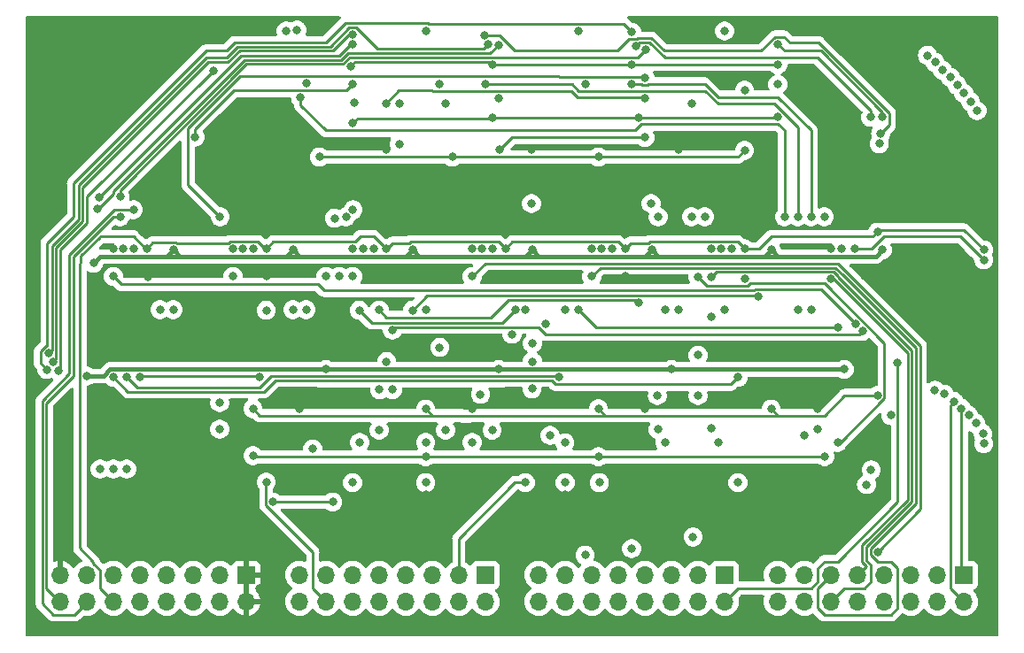
<source format=gbr>
%TF.GenerationSoftware,KiCad,Pcbnew,6.0.6-3a73a75311~116~ubuntu20.04.1*%
%TF.CreationDate,2022-06-25T17:28:11-07:00*%
%TF.ProjectId,RegisterFile,52656769-7374-4657-9246-696c652e6b69,rev?*%
%TF.SameCoordinates,Original*%
%TF.FileFunction,Copper,L2,Inr*%
%TF.FilePolarity,Positive*%
%FSLAX46Y46*%
G04 Gerber Fmt 4.6, Leading zero omitted, Abs format (unit mm)*
G04 Created by KiCad (PCBNEW 6.0.6-3a73a75311~116~ubuntu20.04.1) date 2022-06-25 17:28:11*
%MOMM*%
%LPD*%
G01*
G04 APERTURE LIST*
%TA.AperFunction,ComponentPad*%
%ADD10R,1.700000X1.700000*%
%TD*%
%TA.AperFunction,ComponentPad*%
%ADD11O,1.700000X1.700000*%
%TD*%
%TA.AperFunction,ViaPad*%
%ADD12C,0.800000*%
%TD*%
%TA.AperFunction,Conductor*%
%ADD13C,0.250000*%
%TD*%
%TA.AperFunction,Conductor*%
%ADD14C,0.400000*%
%TD*%
G04 APERTURE END LIST*
D10*
%TO.N,/REG2_6*%
%TO.C,J4*%
X140970000Y-121285000D03*
D11*
%TO.N,/REG2_7*%
X140970000Y-123825000D03*
%TO.N,/REG2_4*%
X138430000Y-121285000D03*
%TO.N,/REG2_5*%
X138430000Y-123825000D03*
%TO.N,/REG2_2*%
X135890000Y-121285000D03*
%TO.N,/REG2_3*%
X135890000Y-123825000D03*
%TO.N,/REG2_0*%
X133350000Y-121285000D03*
%TO.N,/REG2_1*%
X133350000Y-123825000D03*
%TO.N,/REG3_6*%
X130810000Y-121285000D03*
%TO.N,/REG3_7*%
X130810000Y-123825000D03*
%TO.N,/REG3_4*%
X128270000Y-121285000D03*
%TO.N,/REG3_5*%
X128270000Y-123825000D03*
%TO.N,/REG3_2*%
X125730000Y-121285000D03*
%TO.N,/REG3_3*%
X125730000Y-123825000D03*
%TO.N,/REG3_0*%
X123190000Y-121285000D03*
%TO.N,/REG3_1*%
X123190000Y-123825000D03*
%TD*%
%TO.N,/REG1_1*%
%TO.C,J3*%
X146050000Y-123825000D03*
%TO.N,/REG1_0*%
X146050000Y-121285000D03*
%TO.N,/REG1_3*%
X148590000Y-123825000D03*
%TO.N,/REG1_2*%
X148590000Y-121285000D03*
%TO.N,/REG1_5*%
X151130000Y-123825000D03*
%TO.N,/REG1_4*%
X151130000Y-121285000D03*
%TO.N,/REG1_7*%
X153670000Y-123825000D03*
%TO.N,/REG1_6*%
X153670000Y-121285000D03*
%TO.N,/REG0_1*%
X156210000Y-123825000D03*
%TO.N,/REG0_0*%
X156210000Y-121285000D03*
%TO.N,/REG0_3*%
X158750000Y-123825000D03*
%TO.N,/REG0_2*%
X158750000Y-121285000D03*
%TO.N,/REG0_5*%
X161290000Y-123825000D03*
%TO.N,/REG0_4*%
X161290000Y-121285000D03*
%TO.N,/REG0_7*%
X163830000Y-123825000D03*
D10*
%TO.N,/REG0_6*%
X163830000Y-121285000D03*
%TD*%
%TO.N,/DATAIN6*%
%TO.C,J2*%
X186690000Y-121285000D03*
D11*
%TO.N,/DATAIN7*%
X186690000Y-123825000D03*
%TO.N,/DATAIN4*%
X184150000Y-121285000D03*
%TO.N,/DATAIN5*%
X184150000Y-123825000D03*
%TO.N,/DATAIN2*%
X181610000Y-121285000D03*
%TO.N,/DATAIN3*%
X181610000Y-123825000D03*
%TO.N,/DATAIN0*%
X179070000Y-121285000D03*
%TO.N,/DATAIN1*%
X179070000Y-123825000D03*
%TO.N,/DATAOUT6*%
X176530000Y-121285000D03*
%TO.N,/DATAOUT7*%
X176530000Y-123825000D03*
%TO.N,/DATAOUT4*%
X173990000Y-121285000D03*
%TO.N,/DATAOUT5*%
X173990000Y-123825000D03*
%TO.N,/DATAOUT2*%
X171450000Y-121285000D03*
%TO.N,/DATAOUT3*%
X171450000Y-123825000D03*
%TO.N,/DATAOUT0*%
X168910000Y-121285000D03*
%TO.N,/DATAOUT1*%
X168910000Y-123825000D03*
%TD*%
D10*
%TO.N,GND*%
%TO.C,J1*%
X118110000Y-121285000D03*
D11*
X118110000Y-123825000D03*
%TO.N,VCC*%
X115570000Y-121285000D03*
%TO.N,/~{REN}*%
X115570000Y-123825000D03*
%TO.N,/CLK*%
X113030000Y-121285000D03*
%TO.N,/WRITEID2*%
X113030000Y-123825000D03*
%TO.N,/WEN2*%
X110490000Y-121285000D03*
%TO.N,/WRITEID1*%
X110490000Y-123825000D03*
%TO.N,/~{WEN1}*%
X107950000Y-121285000D03*
%TO.N,/WRITEID0*%
X107950000Y-123825000D03*
%TO.N,/~{WEN0}*%
X105410000Y-121285000D03*
%TO.N,/READID2*%
X105410000Y-123825000D03*
%TO.N,VCC*%
X102870000Y-121285000D03*
%TO.N,/READID1*%
X102870000Y-123825000D03*
%TO.N,GND*%
X100330000Y-121285000D03*
%TO.N,/READID0*%
X100330000Y-123825000D03*
%TD*%
D12*
%TO.N,/DATAIN3*%
X187960000Y-76835000D03*
%TO.N,/REG1_1*%
X145454500Y-99099500D03*
%TO.N,/REG2_7*%
X140494444Y-103980556D03*
%TO.N,/REG2_1*%
X136604500Y-99501000D03*
X137160000Y-107414500D03*
%TO.N,/REG2_6*%
X143510000Y-98229500D03*
X141605000Y-107414500D03*
%TO.N,/REG1_1*%
X147153500Y-107910500D03*
%TO.N,/DATAOUT0*%
X176334156Y-97278044D03*
X105410000Y-92710000D03*
%TO.N,/REG1_2*%
X125730000Y-92710000D03*
X148550500Y-108624500D03*
X150495000Y-119380000D03*
%TO.N,/REG0_2*%
X127000000Y-92710000D03*
%TO.N,/REG0_0*%
X161290000Y-100250500D03*
X161290000Y-104100500D03*
%TO.N,/REG1_7*%
X154940000Y-118745000D03*
X157400500Y-104100500D03*
%TO.N,/REG3_5*%
X130810000Y-95924500D03*
%TO.N,/REG0_1*%
X162560000Y-96559500D03*
X162520500Y-107275500D03*
%TO.N,/REG0_2*%
X163195000Y-108585000D03*
%TO.N,/~{REN}*%
X109855000Y-95885000D03*
%TO.N,/DATAIN1*%
X179705000Y-106005500D03*
%TO.N,/REG1_6*%
X160814444Y-117634444D03*
%TO.N,/DATAIN4*%
X177839500Y-111224500D03*
%TO.N,/REG0_4*%
X174625000Y-97555000D03*
X177400000Y-112630000D03*
%TO.N,/REG3_7*%
X177005556Y-97949444D03*
X132080000Y-97829500D03*
X130849500Y-103544500D03*
%TO.N,/REG3_5*%
X155575000Y-95250000D03*
X128944500Y-108585000D03*
%TO.N,/REG2_0*%
X131524000Y-100850500D03*
X132080000Y-103544500D03*
%TO.N,/REG2_2*%
X123825000Y-95885000D03*
X135255000Y-108585000D03*
%TO.N,/REG3_6*%
X167005000Y-94654500D03*
X133985000Y-95939502D03*
X130810000Y-107414500D03*
%TO.N,/REG1_0*%
X145415000Y-103465500D03*
X145455000Y-100850500D03*
%TO.N,/REG0_3*%
X163830000Y-95885000D03*
X165100000Y-112434500D03*
%TO.N,/REG3_0*%
X115570000Y-104775000D03*
%TO.N,/REG3_3*%
X120015000Y-95939502D03*
X120015000Y-112395000D03*
%TO.N,/REG3_4*%
X143830497Y-95885000D03*
X128905000Y-95939502D03*
X128270000Y-112434500D03*
%TO.N,/REG1_3*%
X146685000Y-97234500D03*
X148590000Y-112434500D03*
%TO.N,VCC*%
X156845000Y-90170000D03*
X133985000Y-90170000D03*
X168275000Y-90170000D03*
X135255000Y-69215000D03*
X142240000Y-101600000D03*
X149860000Y-69215000D03*
X102870000Y-102235000D03*
X175260000Y-101600000D03*
X163830000Y-69215000D03*
X122555000Y-90170000D03*
X122955832Y-69133056D03*
X145415000Y-90170000D03*
X178903500Y-90170000D03*
X111125000Y-90170000D03*
X103505000Y-91440000D03*
X158750000Y-101600000D03*
X125730000Y-101600000D03*
%TO.N,GND*%
X113030000Y-107950000D03*
X172720000Y-105370500D03*
X148590000Y-113625500D03*
X165735000Y-92954500D03*
X177165000Y-92710000D03*
X119380000Y-122555000D03*
X128270000Y-90056000D03*
X145375500Y-80605500D03*
X142875000Y-92710000D03*
X108585000Y-105410000D03*
X136525000Y-74295000D03*
X139700000Y-90055500D03*
X159385000Y-80605500D03*
X173990000Y-90055500D03*
X123825000Y-74255500D03*
X168275000Y-113625500D03*
X131445000Y-92710000D03*
X131445000Y-80605500D03*
X150495000Y-74295000D03*
X118745000Y-80645000D03*
X188595000Y-95885000D03*
X116840000Y-90055500D03*
X120650000Y-117475000D03*
X119380000Y-117475000D03*
X118745000Y-113625500D03*
X156210000Y-105370500D03*
X108671944Y-92796944D03*
X139700000Y-105370500D03*
X162560000Y-90055500D03*
X123190000Y-105370500D03*
X135255000Y-113625500D03*
X164465000Y-74295000D03*
X151130000Y-90055500D03*
X154305000Y-92710000D03*
X120015000Y-92710000D03*
X105410000Y-90055500D03*
%TO.N,/READID0*%
X106045000Y-86995000D03*
X140649503Y-90055500D03*
X117789503Y-90055500D03*
X175006000Y-90055500D03*
X129286000Y-90056000D03*
X163509503Y-90055500D03*
X106359503Y-90055500D03*
X152079503Y-90055500D03*
%TO.N,/READID1*%
X107315000Y-86320500D03*
X107315000Y-90055500D03*
X118745000Y-90055500D03*
X188595000Y-91119503D03*
X164465000Y-90055500D03*
X176276000Y-90055500D03*
X130302000Y-90056000D03*
X141605000Y-90055500D03*
X153035000Y-90055500D03*
%TO.N,/READID2*%
X108585000Y-90055500D03*
X142875000Y-90055500D03*
X120015000Y-90055500D03*
X154305000Y-90055500D03*
X165735000Y-90055500D03*
X178435000Y-88469500D03*
X131445000Y-90056000D03*
X188595000Y-90170000D03*
%TO.N,/WRITEID0*%
X104140000Y-111125000D03*
%TO.N,/WRITEID1*%
X105410000Y-111125000D03*
%TO.N,/CLK*%
X151765000Y-81280000D03*
X120650000Y-114300000D03*
X125095000Y-81280000D03*
X165735000Y-80645000D03*
X137795000Y-81280000D03*
X126365000Y-114300000D03*
%TO.N,/WRITEID2*%
X106680000Y-111125000D03*
%TO.N,/DATAIN0*%
X183235600Y-71549000D03*
X151765000Y-105370500D03*
X178435000Y-104100500D03*
X168275000Y-105410000D03*
X184809121Y-103966570D03*
X135255000Y-105410000D03*
X118745000Y-105370500D03*
%TO.N,/DATAIN1*%
X187162100Y-106005500D03*
X185420000Y-73660000D03*
%TO.N,/DATAOUT1*%
X116840000Y-92710000D03*
%TO.N,/DATAIN2*%
X118745000Y-109855000D03*
X187836600Y-106767500D03*
X151765000Y-109954500D03*
X135255000Y-109954500D03*
X186055000Y-74422000D03*
X173394500Y-109954500D03*
%TO.N,/DATAOUT2*%
X128270000Y-92710000D03*
%TO.N,/DATAOUT3*%
X178435000Y-119061112D03*
X139700000Y-92710000D03*
%TO.N,/DATAIN4*%
X168910000Y-77470000D03*
X188595000Y-108702783D03*
X141605000Y-77509500D03*
X155575000Y-77509500D03*
X128270000Y-78055500D03*
X187325000Y-75974033D03*
%TO.N,/DATAOUT4*%
X151130000Y-92710000D03*
%TO.N,/DATAIN5*%
X188511100Y-107748873D03*
X186690000Y-75184000D03*
%TO.N,/DATAOUT5*%
X162560000Y-92749500D03*
%TO.N,/DATAIN6*%
X186476133Y-105341189D03*
X141605000Y-72429500D03*
X168910000Y-72429500D03*
X128130306Y-72569194D03*
X184658000Y-72985500D03*
X154940000Y-72429500D03*
%TO.N,/DATAOUT6*%
X173989902Y-92954500D03*
%TO.N,/DATAIN7*%
X185746343Y-104666689D03*
X183946800Y-72223500D03*
%TO.N,/DATAOUT7*%
X183931143Y-103605031D03*
%TO.N,/REG0_4*%
X149860000Y-95885000D03*
%TO.N,/REG1_4*%
X148590000Y-95885000D03*
X151864500Y-112434500D03*
%TO.N,/REG0_5*%
X161290000Y-92749500D03*
X174625000Y-108585000D03*
%TO.N,/REG1_5*%
X159385000Y-95885000D03*
X158115000Y-108585000D03*
%TO.N,/REG0_6*%
X172085000Y-95885000D03*
X172720000Y-107315000D03*
%TO.N,/REG1_6*%
X171450000Y-107950000D03*
X170815000Y-95885000D03*
%TO.N,/REG0_7*%
X180340000Y-100965000D03*
%TO.N,/REG3_1*%
X115570000Y-107315000D03*
X111125000Y-95885000D03*
%TO.N,/REG3_2*%
X122555000Y-95885000D03*
X124460000Y-109220000D03*
%TO.N,/REG2_3*%
X135255000Y-95885000D03*
X135255000Y-112434500D03*
%TO.N,/REG2_4*%
X144780000Y-95885000D03*
X144780000Y-112434500D03*
%TO.N,/REG2_5*%
X139700000Y-108585000D03*
X157480000Y-107354500D03*
X158115000Y-95885000D03*
%TO.N,/Regs/~{WRITESEL7}*%
X154940000Y-69329500D03*
X99051113Y-101610768D03*
%TO.N,/Regs/~{WRITESEL6}*%
X99255500Y-100017329D03*
X141255708Y-70515404D03*
%TO.N,/Regs/~{WRITESEL5}*%
X99655500Y-100878463D03*
X128270000Y-69555997D03*
%TO.N,/Regs/~{WRITESEL4}*%
X114935000Y-73025000D03*
X100125500Y-101738197D03*
%TO.N,/Regs/~{WRITESEL2}*%
X107950000Y-102349500D03*
X119419500Y-102349500D03*
%TO.N,/Regs/~{WRITESEL1}*%
X106680000Y-102349500D03*
X147955000Y-102349500D03*
%TO.N,/Regs/~{WRITESEL0}*%
X165100000Y-102349500D03*
X105410000Y-102349500D03*
%TO.N,/REG7_0*%
X106045000Y-85050500D03*
X156315037Y-70975463D03*
%TO.N,/REG6_0*%
X103910688Y-86244999D03*
X142240000Y-70548000D03*
%TO.N,/REG5_0*%
X128270000Y-70505500D03*
X104073099Y-85155513D03*
%TO.N,/REG7_1*%
X115609500Y-86995000D03*
X156210000Y-73699500D03*
%TO.N,/REG5_1*%
X128270000Y-74295000D03*
X113209194Y-79375000D03*
%TO.N,/REG7_2*%
X127635000Y-86995000D03*
X131445000Y-76160500D03*
X156210000Y-75664500D03*
%TO.N,/REG6_2*%
X126544194Y-87134694D03*
X142245242Y-75664000D03*
%TO.N,/REG5_2*%
X132715000Y-76160500D03*
X128309500Y-86323600D03*
%TO.N,/REG7_3*%
X142344461Y-80605500D03*
X156210000Y-79404500D03*
%TO.N,/REG4_4*%
X132715000Y-80049500D03*
X145375500Y-85725000D03*
%TO.N,/REG7_5*%
X161925000Y-86995000D03*
X165735000Y-74890500D03*
%TO.N,/REG6_5*%
X160655000Y-76160500D03*
X160655000Y-86995000D03*
%TO.N,/REG5_5*%
X137160000Y-76160500D03*
X156805500Y-85725000D03*
%TO.N,/REG4_5*%
X157480000Y-86995000D03*
X128451280Y-76084924D03*
%TO.N,/REG7_6*%
X168910000Y-74334500D03*
X173355000Y-86995000D03*
%TO.N,/REG6_6*%
X172085000Y-86995000D03*
X154940000Y-74295000D03*
%TO.N,/REG5_6*%
X140970000Y-74295000D03*
X170815000Y-86995000D03*
%TO.N,/REG4_6*%
X123304500Y-75604500D03*
X169545000Y-86995000D03*
%TO.N,/REG7_7*%
X168910000Y-70485000D03*
X178903500Y-77470000D03*
%TO.N,/REG6_7*%
X177800000Y-77471343D03*
X155352020Y-70680500D03*
%TO.N,/REG5_7*%
X178751806Y-79058194D03*
X140879992Y-69643398D03*
%TO.N,/REG4_7*%
X178618139Y-79998241D03*
X121920000Y-69215000D03*
%TD*%
D13*
%TO.N,/READID2*%
X108585000Y-90055500D02*
X108470500Y-90055500D01*
X104140000Y-122540000D02*
X105425000Y-123825000D01*
X108470500Y-90055500D02*
X107315000Y-88900000D01*
X107315000Y-88900000D02*
X104100000Y-88900000D01*
X104100000Y-88900000D02*
X104100000Y-88940000D01*
X104100000Y-88940000D02*
X102274500Y-90765500D01*
X102274500Y-90765500D02*
X102274500Y-91400500D01*
X102274500Y-91400500D02*
X102195000Y-91480000D01*
X103492995Y-120160000D02*
X104140000Y-120807005D01*
X102195000Y-91480000D02*
X102195000Y-118705000D01*
X102195000Y-118705000D02*
X103492995Y-120002995D01*
X104140000Y-120807005D02*
X104140000Y-122540000D01*
X103492995Y-120002995D02*
X103492995Y-120160000D01*
%TO.N,/Regs/~{WRITESEL7}*%
X127569003Y-68480997D02*
X135475592Y-68480997D01*
X101600000Y-86995000D02*
X101600000Y-83820000D01*
X135475592Y-68480997D02*
X135574595Y-68580000D01*
X116205000Y-71120000D02*
X117005000Y-70320000D01*
X117005000Y-70320000D02*
X125730000Y-70320000D01*
X101600000Y-83820000D02*
X114300000Y-71120000D01*
X99060000Y-99342329D02*
X99060000Y-89535000D01*
X125730000Y-70320000D02*
X127569003Y-68480997D01*
X98425000Y-99893234D02*
X98975905Y-99342329D01*
X114300000Y-71120000D02*
X116205000Y-71120000D01*
X98975905Y-99342329D02*
X99060000Y-99342329D01*
X98425000Y-100984655D02*
X98425000Y-99893234D01*
X99060000Y-89535000D02*
X101600000Y-86995000D01*
X135574595Y-68580000D02*
X149540405Y-68580000D01*
X99051113Y-101610768D02*
X98425000Y-100984655D01*
X149540405Y-68580000D02*
X149580405Y-68540000D01*
X149580405Y-68540000D02*
X154150500Y-68540000D01*
X154150500Y-68540000D02*
X154940000Y-69329500D01*
%TO.N,/DATAIN2*%
X173394500Y-109954500D02*
X151765000Y-109954500D01*
%TO.N,/DATAOUT0*%
X173036112Y-93980000D02*
X176334156Y-97278044D01*
X166724905Y-93980000D02*
X173036112Y-93980000D01*
X124968056Y-93471944D02*
X125525612Y-94029500D01*
X166675405Y-94029500D02*
X166724905Y-93980000D01*
X105410000Y-92710000D02*
X106171944Y-93471944D01*
X106171944Y-93471944D02*
X124968056Y-93471944D01*
X125525612Y-94029500D02*
X166675405Y-94029500D01*
%TO.N,/REG0_5*%
X161290000Y-92749500D02*
X162170000Y-93629500D01*
X166014595Y-93629500D02*
X166299095Y-93345000D01*
X179110000Y-99100000D02*
X179110000Y-104380095D01*
X162170000Y-93629500D02*
X166014595Y-93629500D01*
X166299095Y-93345000D02*
X173355000Y-93345000D01*
X173355000Y-93345000D02*
X179110000Y-99100000D01*
X179110000Y-104380095D02*
X174905095Y-108585000D01*
X174905095Y-108585000D02*
X174625000Y-108585000D01*
%TO.N,/REG3_7*%
X132080000Y-97829500D02*
X132354500Y-97555000D01*
X176725000Y-98230000D02*
X177005556Y-97949444D01*
X146050905Y-97555000D02*
X146725905Y-98230000D01*
X132354500Y-97555000D02*
X146050905Y-97555000D01*
X146725905Y-98230000D02*
X176725000Y-98230000D01*
%TO.N,/REG3_5*%
X130810000Y-95924500D02*
X131500002Y-96614502D01*
X131500002Y-96614502D02*
X141510498Y-96614502D01*
X141510498Y-96614502D02*
X143186400Y-94938600D01*
X143186400Y-94938600D02*
X155263600Y-94938600D01*
%TO.N,/REG3_4*%
X143830497Y-95885000D02*
X142560497Y-97155000D01*
X142560497Y-97155000D02*
X130120498Y-97155000D01*
X130120498Y-97155000D02*
X128905000Y-95939502D01*
%TO.N,/REG3_5*%
X155263600Y-94938600D02*
X155575000Y-95250000D01*
%TO.N,/REG0_4*%
X151530000Y-97555000D02*
X174625000Y-97555000D01*
X149860000Y-95885000D02*
X151530000Y-97555000D01*
%TO.N,/REG3_6*%
X166889100Y-94538600D02*
X167005000Y-94654500D01*
X135385902Y-94538600D02*
X166889100Y-94538600D01*
X133985000Y-95939502D02*
X135385902Y-94538600D01*
%TO.N,/Regs/~{WRITESEL0}*%
X105410000Y-102349500D02*
X106804095Y-103743595D01*
X106804095Y-103743595D02*
X119776405Y-103743595D01*
X119776405Y-103743595D02*
X120885000Y-102635000D01*
X120885000Y-102635000D02*
X124929314Y-102635000D01*
X124929314Y-102635000D02*
X124969315Y-102675000D01*
X124969315Y-102675000D02*
X142685281Y-102675000D01*
X142685281Y-102675000D02*
X142725281Y-102635000D01*
X142725281Y-102635000D02*
X147285905Y-102635000D01*
X147285905Y-102635000D02*
X147675405Y-103024500D01*
X147675405Y-103024500D02*
X164425000Y-103024500D01*
X164425000Y-103024500D02*
X165100000Y-102349500D01*
%TO.N,/Regs/~{WRITESEL1}*%
X147955000Y-102349500D02*
X147840500Y-102235000D01*
X120488595Y-102235000D02*
X119380000Y-103343595D01*
X119380000Y-103343595D02*
X107674095Y-103343595D01*
X147840500Y-102235000D02*
X142559595Y-102235000D01*
X142559595Y-102235000D02*
X142519595Y-102275000D01*
X107674095Y-103343595D02*
X106680000Y-102349500D01*
X142519595Y-102275000D02*
X125135000Y-102275000D01*
X125135000Y-102275000D02*
X125095000Y-102235000D01*
X125095000Y-102235000D02*
X120488595Y-102235000D01*
%TO.N,/REG2_4*%
X138430000Y-121285000D02*
X138430000Y-117790405D01*
X138430000Y-117790405D02*
X143785905Y-112434500D01*
X143785905Y-112434500D02*
X144780000Y-112434500D01*
%TO.N,/REG3_3*%
X119975000Y-114579595D02*
X124460000Y-119064595D01*
X124460000Y-122555000D02*
X125730000Y-123825000D01*
X124460000Y-119064595D02*
X124460000Y-122555000D01*
X120015000Y-112395000D02*
X119975000Y-112435000D01*
X119975000Y-112435000D02*
X119975000Y-114579595D01*
D14*
%TO.N,VCC*%
X104140000Y-90805000D02*
X110490000Y-90805000D01*
X145415000Y-90170000D02*
X146050000Y-90805000D01*
X146050000Y-90805000D02*
X144780000Y-90805000D01*
X133985000Y-90170000D02*
X134620000Y-90805000D01*
X146050000Y-90805000D02*
X156210000Y-90805000D01*
X111760000Y-90805000D02*
X111125000Y-90170000D01*
X133349500Y-90805500D02*
X134619500Y-90805500D01*
X142240000Y-101600000D02*
X125730000Y-101600000D01*
X133349500Y-90805500D02*
X133985000Y-90170000D01*
X157480000Y-90805000D02*
X156210000Y-90805000D01*
X121920000Y-90805000D02*
X123190000Y-90805000D01*
X158750000Y-101600000D02*
X142240000Y-101600000D01*
X110490000Y-90805000D02*
X111760000Y-90805000D01*
X104457500Y-102235000D02*
X102870000Y-102235000D01*
X125730000Y-101600000D02*
X105092500Y-101600000D01*
X178268500Y-90805000D02*
X168910000Y-90805000D01*
X144780000Y-90805000D02*
X145415000Y-90170000D01*
X123190000Y-90805000D02*
X123190500Y-90805500D01*
X175260000Y-101600000D02*
X158750000Y-101600000D01*
X134619500Y-90805500D02*
X134620000Y-90805000D01*
X122555000Y-90170000D02*
X121920000Y-90805000D01*
X167640000Y-90805000D02*
X168275000Y-90170000D01*
X167640000Y-90805000D02*
X168910000Y-90805000D01*
X110490000Y-90805000D02*
X111125000Y-90170000D01*
X178903500Y-90170000D02*
X178268500Y-90805000D01*
X123190500Y-90805500D02*
X133349500Y-90805500D01*
X156210000Y-90805000D02*
X156845000Y-90170000D01*
X105092500Y-101600000D02*
X104457500Y-102235000D01*
X103505000Y-91440000D02*
X104140000Y-90805000D01*
X157480000Y-90805000D02*
X167640000Y-90805000D01*
X156845000Y-90170000D02*
X157480000Y-90805000D01*
X168275000Y-90170000D02*
X168910000Y-90805000D01*
X122555000Y-90170000D02*
X123190500Y-90805500D01*
X121920000Y-90805000D02*
X111760000Y-90805000D01*
X134620000Y-90805000D02*
X144780000Y-90805000D01*
D13*
%TO.N,/READID0*%
X99010000Y-122580000D02*
X100345000Y-123915000D01*
X101600000Y-90805000D02*
X101600000Y-102235000D01*
X105410000Y-86995000D02*
X101600000Y-90805000D01*
X106045000Y-86995000D02*
X105410000Y-86995000D01*
X99010000Y-104825000D02*
X99010000Y-122580000D01*
X101600000Y-102235000D02*
X99010000Y-104825000D01*
%TO.N,/READID1*%
X188320497Y-90845000D02*
X188315405Y-90845000D01*
X101710000Y-125090000D02*
X102885000Y-123915000D01*
X101200000Y-102000000D02*
X98610000Y-104590000D01*
X107315000Y-86320500D02*
X107275500Y-86360000D01*
X106640000Y-86320000D02*
X105519314Y-86320000D01*
X107275500Y-86360000D02*
X106680000Y-86360000D01*
X188595000Y-91119503D02*
X188320497Y-90845000D01*
X98610000Y-124010000D02*
X99690000Y-125090000D01*
X101200000Y-90639315D02*
X101200000Y-102000000D01*
X98610000Y-104590000D02*
X98610000Y-124010000D01*
X106680000Y-86360000D02*
X106640000Y-86320000D01*
X187920000Y-90449595D02*
X187920000Y-90444503D01*
X105519314Y-86320000D02*
X101200000Y-90639315D01*
X188315405Y-90845000D02*
X187920000Y-90449595D01*
X179070000Y-88900000D02*
X177914500Y-90055500D01*
X186375497Y-88900000D02*
X179070000Y-88900000D01*
X187920000Y-90444503D02*
X186375497Y-88900000D01*
X99690000Y-125090000D02*
X101710000Y-125090000D01*
X177914500Y-90055500D02*
X176276000Y-90055500D01*
%TO.N,/READID2*%
X154825500Y-89535000D02*
X156525405Y-89535000D01*
X116405905Y-89535000D02*
X111444595Y-89535000D01*
X131445000Y-90056000D02*
X130289000Y-88900000D01*
X133819905Y-89380500D02*
X142200000Y-89380500D01*
X132080000Y-89535000D02*
X133665405Y-89535000D01*
X131559000Y-90056000D02*
X132080000Y-89535000D01*
X143550000Y-89380500D02*
X142875000Y-90055500D01*
X111404595Y-89495000D02*
X109145500Y-89495000D01*
X165060000Y-89380500D02*
X165735000Y-90055500D01*
X156679905Y-89380500D02*
X165060000Y-89380500D01*
X186690000Y-88265000D02*
X188595000Y-90170000D01*
X167119500Y-90055500D02*
X165735000Y-90055500D01*
X156525405Y-89535000D02*
X156679905Y-89380500D01*
X178639500Y-88265000D02*
X186690000Y-88265000D01*
X111444595Y-89535000D02*
X111404595Y-89495000D01*
X178004500Y-88900000D02*
X168275000Y-88900000D01*
X133665405Y-89535000D02*
X133819905Y-89380500D01*
X109145500Y-89495000D02*
X108585000Y-90055500D01*
X116560405Y-89380500D02*
X116405905Y-89535000D01*
X119900500Y-90055500D02*
X119225500Y-89380500D01*
X168275000Y-88900000D02*
X167119500Y-90055500D01*
X120015000Y-90055500D02*
X119900500Y-90055500D01*
X128549595Y-89380500D02*
X120690000Y-89380500D01*
X131445000Y-90056000D02*
X131559000Y-90056000D01*
X154305000Y-90055500D02*
X154825500Y-89535000D01*
X178435000Y-88469500D02*
X178639500Y-88265000D01*
X154305000Y-90055500D02*
X153630000Y-89380500D01*
X119225500Y-89380500D02*
X116560405Y-89380500D01*
X120690000Y-89380500D02*
X120015000Y-90055500D01*
X130289000Y-88900000D02*
X129030095Y-88900000D01*
X153630000Y-89380500D02*
X143550000Y-89380500D01*
X142200000Y-89380500D02*
X142875000Y-90055500D01*
X129030095Y-88900000D02*
X128549595Y-89380500D01*
X178435000Y-88469500D02*
X178004500Y-88900000D01*
%TO.N,/CLK*%
X165100000Y-81280000D02*
X151765000Y-81280000D01*
X120650000Y-114300000D02*
X126365000Y-114300000D01*
X151765000Y-81280000D02*
X137795000Y-81280000D01*
X165735000Y-80645000D02*
X165100000Y-81280000D01*
X137795000Y-81280000D02*
X125095000Y-81280000D01*
%TO.N,/DATAIN0*%
X137160000Y-106045000D02*
X138745405Y-106045000D01*
X118745000Y-105370500D02*
X119419500Y-106045000D01*
X175299500Y-104100500D02*
X173355000Y-106045000D01*
X138785405Y-106085000D02*
X139344595Y-106085000D01*
X119419500Y-106045000D02*
X137160000Y-106045000D01*
X135890000Y-106045000D02*
X137160000Y-106045000D01*
X151765000Y-105370500D02*
X151765000Y-105410000D01*
X138745405Y-106045000D02*
X138785405Y-106085000D01*
X152400000Y-106045000D02*
X168910000Y-106045000D01*
X173355000Y-106045000D02*
X168910000Y-106045000D01*
X178435000Y-104100500D02*
X175299500Y-104100500D01*
X168275000Y-105410000D02*
X168910000Y-106045000D01*
X151765000Y-105410000D02*
X152400000Y-106045000D01*
X139384595Y-106045000D02*
X152400000Y-106045000D01*
X139344595Y-106085000D02*
X139384595Y-106045000D01*
X135255000Y-105410000D02*
X135890000Y-106045000D01*
%TO.N,/DATAIN2*%
X151765000Y-109954500D02*
X135255000Y-109954500D01*
X135255000Y-109954500D02*
X118844500Y-109954500D01*
X118844500Y-109954500D02*
X118745000Y-109855000D01*
%TO.N,/DATAOUT3*%
X182518000Y-99333000D02*
X174665000Y-91480000D01*
X178435000Y-119061112D02*
X182518000Y-114978112D01*
X140930000Y-91480000D02*
X139700000Y-92710000D01*
X174665000Y-91480000D02*
X140930000Y-91480000D01*
X182518000Y-114978112D02*
X182518000Y-99333000D01*
%TO.N,/DATAIN4*%
X141605000Y-77509500D02*
X155575000Y-77509500D01*
X128752148Y-77573352D02*
X141541148Y-77573352D01*
X168870500Y-77509500D02*
X168910000Y-77470000D01*
X128270000Y-78055500D02*
X128752148Y-77573352D01*
X141541148Y-77573352D02*
X141605000Y-77509500D01*
X155575000Y-77509500D02*
X168870500Y-77509500D01*
%TO.N,/DATAOUT4*%
X182118000Y-99568000D02*
X182118000Y-114423517D01*
X173363556Y-125095000D02*
X172720000Y-124451444D01*
X182118000Y-114423517D02*
X177760000Y-118781517D01*
X172720000Y-124451444D02*
X172720000Y-122555000D01*
X179705000Y-120015000D02*
X180340000Y-120650000D01*
X175064902Y-92514902D02*
X182118000Y-99568000D01*
X180340000Y-120650000D02*
X180340000Y-124460000D01*
X172720000Y-122555000D02*
X173990000Y-121285000D01*
X180340000Y-124460000D02*
X179705000Y-125095000D01*
X174435683Y-91880000D02*
X175064902Y-92509219D01*
X151130000Y-92710000D02*
X151960000Y-91880000D01*
X177760000Y-118781517D02*
X177760000Y-119340000D01*
X178435000Y-120015000D02*
X179705000Y-120015000D01*
X177760000Y-119340000D02*
X178435000Y-120015000D01*
X175064902Y-92509219D02*
X175064902Y-92514902D01*
X151960000Y-91880000D02*
X174435683Y-91880000D01*
X179705000Y-125095000D02*
X173363556Y-125095000D01*
%TO.N,/DATAOUT5*%
X175260000Y-122555000D02*
X177165000Y-122555000D01*
X174664902Y-92749902D02*
X174664902Y-92674905D01*
X174664902Y-92674905D02*
X174269997Y-92280000D01*
X181718000Y-114257831D02*
X181718000Y-99803000D01*
X173990000Y-123825000D02*
X175260000Y-122555000D01*
X163029500Y-92280000D02*
X162560000Y-92749500D01*
X177360000Y-118615831D02*
X181718000Y-114257831D01*
X177165000Y-122555000D02*
X177800000Y-121920000D01*
X177800000Y-120332500D02*
X177360000Y-119892500D01*
X174269997Y-92280000D02*
X163029500Y-92280000D01*
X181718000Y-99803000D02*
X174664902Y-92749902D01*
X177360000Y-119892500D02*
X177360000Y-118615831D01*
X177800000Y-121920000D02*
X177800000Y-120332500D01*
%TO.N,/DATAIN6*%
X128130306Y-72569194D02*
X128130306Y-72529694D01*
X186476133Y-121071133D02*
X186476133Y-105341189D01*
X128130306Y-72529694D02*
X128505000Y-72155000D01*
X154940000Y-72429500D02*
X168910000Y-72429500D01*
X141330500Y-72155000D02*
X141605000Y-72429500D01*
X128505000Y-72155000D02*
X141330500Y-72155000D01*
X141605000Y-72429500D02*
X154940000Y-72429500D01*
%TO.N,/DATAOUT6*%
X181318000Y-114092145D02*
X176960000Y-118450145D01*
X176960000Y-118450145D02*
X176960000Y-120058186D01*
X181318000Y-100038000D02*
X181318000Y-114092145D01*
X176960000Y-120058186D02*
X177358407Y-120456593D01*
X174234500Y-92954500D02*
X181318000Y-100038000D01*
X177358407Y-120456593D02*
X176765000Y-121050000D01*
X173989902Y-92954500D02*
X174234500Y-92954500D01*
%TO.N,/DATAIN7*%
X185746343Y-104666689D02*
X185420000Y-104993032D01*
X185420000Y-122555000D02*
X186690000Y-123825000D01*
X185420000Y-104993032D02*
X185420000Y-122555000D01*
%TO.N,/REG0_7*%
X172720000Y-120650000D02*
X172720000Y-121920000D01*
X174625000Y-120015000D02*
X173355000Y-120015000D01*
X173355000Y-120015000D02*
X172720000Y-120650000D01*
X165100000Y-122555000D02*
X163830000Y-123825000D01*
X180380000Y-101005000D02*
X180380000Y-114260000D01*
X172085000Y-122555000D02*
X165100000Y-122555000D01*
X180380000Y-114260000D02*
X174625000Y-120015000D01*
X180340000Y-100965000D02*
X180380000Y-101005000D01*
X172720000Y-121920000D02*
X172085000Y-122555000D01*
%TO.N,/Regs/~{WRITESEL6}*%
X130649386Y-70955000D02*
X128575383Y-68880997D01*
X127969003Y-68880997D02*
X126130000Y-70720000D01*
X99530000Y-99742829D02*
X99255500Y-100017329D01*
X102070000Y-87229314D02*
X99530000Y-89769314D01*
X140816112Y-70955000D02*
X130649386Y-70955000D01*
X99530000Y-89769314D02*
X99530000Y-99742829D01*
X114300000Y-71755000D02*
X102070000Y-83985000D01*
X102070000Y-83985000D02*
X102070000Y-87229314D01*
X128575383Y-68880997D02*
X127969003Y-68880997D01*
X117240000Y-70720000D02*
X116205000Y-71755000D01*
X116205000Y-71755000D02*
X114300000Y-71755000D01*
X141255708Y-70515404D02*
X140816112Y-70955000D01*
X126130000Y-70720000D02*
X117240000Y-70720000D01*
%TO.N,/Regs/~{WRITESEL5}*%
X127929003Y-69555997D02*
X128270000Y-69555997D01*
X116369787Y-72225213D02*
X117475000Y-71120000D01*
X99930000Y-100603963D02*
X99930000Y-89935000D01*
X102470000Y-87395000D02*
X102470000Y-84220000D01*
X114464787Y-72225213D02*
X116369787Y-72225213D01*
X99655500Y-100878463D02*
X99930000Y-100603963D01*
X99930000Y-89935000D02*
X102470000Y-87395000D01*
X102470000Y-84220000D02*
X114464787Y-72225213D01*
X126365000Y-71120000D02*
X127929003Y-69555997D01*
X117475000Y-71120000D02*
X126365000Y-71120000D01*
%TO.N,/Regs/~{WRITESEL4}*%
X114935000Y-73025000D02*
X102870000Y-85090000D01*
X102870000Y-87630000D02*
X100330000Y-90170000D01*
X102870000Y-85090000D02*
X102870000Y-87630000D01*
X100330000Y-101533697D02*
X100125500Y-101738197D01*
X100330000Y-90170000D02*
X100330000Y-101533697D01*
%TO.N,/Regs/~{WRITESEL2}*%
X108064500Y-102235000D02*
X107950000Y-102349500D01*
X119419500Y-102349500D02*
X119305000Y-102235000D01*
X119305000Y-102235000D02*
X108064500Y-102235000D01*
%TO.N,/REG7_0*%
X118110000Y-72390000D02*
X106045000Y-84455000D01*
X127354905Y-72390000D02*
X118110000Y-72390000D01*
X155535500Y-71755000D02*
X127989905Y-71755000D01*
X106045000Y-84455000D02*
X106045000Y-85050500D01*
X127989905Y-71755000D02*
X127354905Y-72390000D01*
X156315037Y-70975463D02*
X155535500Y-71755000D01*
%TO.N,/REG6_0*%
X103937501Y-86244999D02*
X103910688Y-86244999D01*
X105370000Y-84564314D02*
X105370000Y-84812500D01*
X141433000Y-71355000D02*
X127824219Y-71355000D01*
X142240000Y-70548000D02*
X141433000Y-71355000D01*
X117944314Y-71990000D02*
X105370000Y-84564314D01*
X127189219Y-71990000D02*
X117944314Y-71990000D01*
X127824219Y-71355000D02*
X127189219Y-71990000D01*
X105370000Y-84812500D02*
X103937501Y-86244999D01*
%TO.N,/REG5_0*%
X104073099Y-85155513D02*
X117638612Y-71590000D01*
X128108033Y-70505500D02*
X128270000Y-70505500D01*
X127023533Y-71590000D02*
X128108033Y-70505500D01*
X117638612Y-71590000D02*
X127023533Y-71590000D01*
%TO.N,/REG7_1*%
X147995000Y-73620000D02*
X147955500Y-73580500D01*
X112534194Y-83919694D02*
X115609500Y-86995000D01*
X112534194Y-78531492D02*
X112534194Y-83919694D01*
X156130500Y-73620000D02*
X147995000Y-73620000D01*
X156210000Y-73699500D02*
X156130500Y-73620000D01*
X147955500Y-73580500D02*
X117485186Y-73580500D01*
X117485186Y-73580500D02*
X112534194Y-78531492D01*
%TO.N,/REG5_1*%
X116919500Y-74930000D02*
X127635000Y-74930000D01*
X113209194Y-78640306D02*
X116919500Y-74930000D01*
X113209194Y-79375000D02*
X113209194Y-78640306D01*
X127635000Y-74930000D02*
X128270000Y-74295000D01*
%TO.N,/REG7_2*%
X135930000Y-74970000D02*
X149185000Y-74970000D01*
X149185000Y-74970000D02*
X149780000Y-75565000D01*
X156110500Y-75565000D02*
X156210000Y-75664500D01*
X131445000Y-76160500D02*
X132675500Y-74930000D01*
X149780000Y-75565000D02*
X156110500Y-75565000D01*
X135890000Y-74930000D02*
X135930000Y-74970000D01*
X132675500Y-74930000D02*
X135890000Y-74930000D01*
%TO.N,/REG7_3*%
X156210000Y-79404500D02*
X143545461Y-79404500D01*
X143545461Y-79404500D02*
X142344461Y-80605500D01*
%TO.N,/REG6_6*%
X161925000Y-74295000D02*
X156569095Y-74295000D01*
X168910000Y-75565000D02*
X163195000Y-75565000D01*
X155930405Y-74374500D02*
X155850905Y-74295000D01*
X156489595Y-74374500D02*
X155930405Y-74374500D01*
X172085000Y-86995000D02*
X172085000Y-78740000D01*
X172085000Y-78740000D02*
X168910000Y-75565000D01*
X163195000Y-75565000D02*
X161925000Y-74295000D01*
X156569095Y-74295000D02*
X156489595Y-74374500D01*
X155850905Y-74295000D02*
X154940000Y-74295000D01*
%TO.N,/REG5_6*%
X140970000Y-74295000D02*
X149225000Y-74295000D01*
X161965000Y-74970000D02*
X163195000Y-76200000D01*
X170815000Y-78420405D02*
X170815000Y-86995000D01*
X149225000Y-74295000D02*
X149900000Y-74970000D01*
X163195000Y-76200000D02*
X168594595Y-76200000D01*
X149900000Y-74970000D02*
X161965000Y-74970000D01*
X168594595Y-76200000D02*
X170815000Y-78420405D01*
%TO.N,/REG4_6*%
X125730000Y-78740000D02*
X155299095Y-78740000D01*
X155894095Y-78145000D02*
X168950000Y-78145000D01*
X169545000Y-78740000D02*
X169545000Y-86995000D01*
X155299095Y-78740000D02*
X155894095Y-78145000D01*
X168950000Y-78145000D02*
X169545000Y-78740000D01*
X123304500Y-76314500D02*
X125730000Y-78740000D01*
X123304500Y-75604500D02*
X123304500Y-76314500D01*
%TO.N,/REG7_7*%
X173036203Y-71120000D02*
X169545000Y-71120000D01*
X178903500Y-77470000D02*
X178903500Y-76987297D01*
X178903500Y-76987297D02*
X173036203Y-71120000D01*
X169545000Y-71120000D02*
X168910000Y-70485000D01*
%TO.N,/REG6_7*%
X177800000Y-77471343D02*
X177800000Y-76837686D01*
X177800000Y-76837686D02*
X172717314Y-71755000D01*
X158115000Y-71755000D02*
X156660463Y-70300463D01*
X156660463Y-70300463D02*
X155732057Y-70300463D01*
X172717314Y-71755000D02*
X158115000Y-71755000D01*
X155732057Y-70300463D02*
X155352020Y-70680500D01*
%TO.N,/REG5_7*%
X167320405Y-71120000D02*
X168630405Y-69810000D01*
X156826149Y-69900463D02*
X158045686Y-71120000D01*
X158045686Y-71120000D02*
X167320405Y-71120000D01*
X170056555Y-70361555D02*
X172843445Y-70361555D01*
X172843445Y-70361555D02*
X179578500Y-77096611D01*
X140879992Y-69643398D02*
X142289993Y-69643398D01*
X155566372Y-69900463D02*
X156826149Y-69900463D01*
X168630405Y-69810000D02*
X169505000Y-69810000D01*
X143766595Y-71120000D02*
X153546905Y-71120000D01*
X179578500Y-77096611D02*
X179578500Y-78231500D01*
X142289993Y-69643398D02*
X143766595Y-71120000D01*
X179578500Y-78231500D02*
X178751806Y-79058194D01*
X154661405Y-70005500D02*
X155461334Y-70005500D01*
X153546905Y-71120000D02*
X154661405Y-70005500D01*
X155461334Y-70005500D02*
X155566372Y-69900463D01*
X169505000Y-69810000D02*
X170056555Y-70361555D01*
%TD*%
%TA.AperFunction,Conductor*%
%TO.N,GND*%
G36*
X127095246Y-67838502D02*
G01*
X127141739Y-67892158D01*
X127151843Y-67962432D01*
X127124209Y-68024816D01*
X127103704Y-68049602D01*
X127095715Y-68058381D01*
X125504500Y-69649595D01*
X125442188Y-69683621D01*
X125415405Y-69686500D01*
X123902644Y-69686500D01*
X123834523Y-69666498D01*
X123788030Y-69612842D01*
X123777926Y-69542568D01*
X123787394Y-69509748D01*
X123790359Y-69504612D01*
X123849374Y-69322984D01*
X123850627Y-69311069D01*
X123868646Y-69139621D01*
X123869336Y-69133056D01*
X123849374Y-68943128D01*
X123790359Y-68761500D01*
X123694872Y-68596112D01*
X123637372Y-68532251D01*
X123571507Y-68459101D01*
X123571506Y-68459100D01*
X123567085Y-68454190D01*
X123422154Y-68348891D01*
X123417926Y-68345819D01*
X123417925Y-68345818D01*
X123412584Y-68341938D01*
X123406556Y-68339254D01*
X123406554Y-68339253D01*
X123244151Y-68266947D01*
X123244150Y-68266947D01*
X123238120Y-68264262D01*
X123144719Y-68244409D01*
X123057776Y-68225928D01*
X123057771Y-68225928D01*
X123051319Y-68224556D01*
X122860345Y-68224556D01*
X122853893Y-68225928D01*
X122853888Y-68225928D01*
X122766945Y-68244409D01*
X122673544Y-68264262D01*
X122667514Y-68266947D01*
X122667513Y-68266947D01*
X122505110Y-68339253D01*
X122505108Y-68339254D01*
X122499080Y-68341938D01*
X122493739Y-68345818D01*
X122493738Y-68345819D01*
X122441521Y-68383757D01*
X122374653Y-68407616D01*
X122316213Y-68396928D01*
X122202288Y-68346206D01*
X122108888Y-68326353D01*
X122021944Y-68307872D01*
X122021939Y-68307872D01*
X122015487Y-68306500D01*
X121824513Y-68306500D01*
X121818061Y-68307872D01*
X121818056Y-68307872D01*
X121731112Y-68326353D01*
X121637712Y-68346206D01*
X121631682Y-68348891D01*
X121631681Y-68348891D01*
X121469278Y-68421197D01*
X121469276Y-68421198D01*
X121463248Y-68423882D01*
X121308747Y-68536134D01*
X121304326Y-68541044D01*
X121304325Y-68541045D01*
X121254743Y-68596112D01*
X121180960Y-68678056D01*
X121085473Y-68843444D01*
X121026458Y-69025072D01*
X121025768Y-69031633D01*
X121025768Y-69031635D01*
X121008656Y-69194444D01*
X121006496Y-69215000D01*
X121007186Y-69221565D01*
X121023674Y-69378436D01*
X121026458Y-69404928D01*
X121064356Y-69521565D01*
X121066384Y-69592531D01*
X121029722Y-69653329D01*
X120966009Y-69684654D01*
X120944523Y-69686500D01*
X117083767Y-69686500D01*
X117072584Y-69685973D01*
X117065091Y-69684298D01*
X117057165Y-69684547D01*
X117057164Y-69684547D01*
X116997001Y-69686438D01*
X116993043Y-69686500D01*
X116965144Y-69686500D01*
X116961154Y-69687004D01*
X116949320Y-69687936D01*
X116905111Y-69689326D01*
X116897497Y-69691538D01*
X116897492Y-69691539D01*
X116885659Y-69694977D01*
X116866296Y-69698988D01*
X116846203Y-69701526D01*
X116838836Y-69704443D01*
X116838831Y-69704444D01*
X116805092Y-69717802D01*
X116793865Y-69721646D01*
X116751407Y-69733982D01*
X116744581Y-69738019D01*
X116733972Y-69744293D01*
X116716224Y-69752988D01*
X116697383Y-69760448D01*
X116690967Y-69765110D01*
X116690966Y-69765110D01*
X116661613Y-69786436D01*
X116651693Y-69792952D01*
X116620465Y-69811420D01*
X116620462Y-69811422D01*
X116613638Y-69815458D01*
X116599317Y-69829779D01*
X116584284Y-69842619D01*
X116567893Y-69854528D01*
X116562842Y-69860633D01*
X116562837Y-69860638D01*
X116539701Y-69888604D01*
X116531713Y-69897382D01*
X115979500Y-70449595D01*
X115917188Y-70483621D01*
X115890405Y-70486500D01*
X114378767Y-70486500D01*
X114367584Y-70485973D01*
X114360091Y-70484298D01*
X114352165Y-70484547D01*
X114352164Y-70484547D01*
X114292014Y-70486438D01*
X114288055Y-70486500D01*
X114260144Y-70486500D01*
X114256210Y-70486997D01*
X114256209Y-70486997D01*
X114256144Y-70487005D01*
X114244307Y-70487938D01*
X114212490Y-70488938D01*
X114208029Y-70489078D01*
X114200110Y-70489327D01*
X114182454Y-70494456D01*
X114180658Y-70494978D01*
X114161306Y-70498986D01*
X114154235Y-70499880D01*
X114141203Y-70501526D01*
X114133834Y-70504443D01*
X114133832Y-70504444D01*
X114100097Y-70517800D01*
X114088869Y-70521645D01*
X114046407Y-70533982D01*
X114039585Y-70538016D01*
X114039579Y-70538019D01*
X114028968Y-70544294D01*
X114011218Y-70552990D01*
X113999756Y-70557528D01*
X113999751Y-70557531D01*
X113992383Y-70560448D01*
X113985968Y-70565109D01*
X113956625Y-70586427D01*
X113946707Y-70592943D01*
X113928019Y-70603995D01*
X113908637Y-70615458D01*
X113894313Y-70629782D01*
X113879281Y-70642621D01*
X113862893Y-70654528D01*
X113839429Y-70682891D01*
X113834712Y-70688593D01*
X113826722Y-70697373D01*
X101207747Y-83316348D01*
X101199461Y-83323888D01*
X101192982Y-83328000D01*
X101187557Y-83333777D01*
X101146357Y-83377651D01*
X101143602Y-83380493D01*
X101123865Y-83400230D01*
X101121385Y-83403427D01*
X101113682Y-83412447D01*
X101083414Y-83444679D01*
X101079595Y-83451625D01*
X101079593Y-83451628D01*
X101073652Y-83462434D01*
X101062801Y-83478953D01*
X101050386Y-83494959D01*
X101047241Y-83502228D01*
X101047238Y-83502232D01*
X101032826Y-83535537D01*
X101027609Y-83546187D01*
X101006305Y-83584940D01*
X101004334Y-83592615D01*
X101004334Y-83592616D01*
X101001267Y-83604562D01*
X100994863Y-83623266D01*
X100986819Y-83641855D01*
X100985580Y-83649678D01*
X100985577Y-83649688D01*
X100979901Y-83685524D01*
X100977495Y-83697144D01*
X100966500Y-83739970D01*
X100966500Y-83760224D01*
X100964949Y-83779934D01*
X100961780Y-83799943D01*
X100962526Y-83807835D01*
X100965941Y-83843961D01*
X100966500Y-83855819D01*
X100966500Y-86680405D01*
X100946498Y-86748526D01*
X100929595Y-86769500D01*
X98667747Y-89031348D01*
X98659461Y-89038888D01*
X98652982Y-89043000D01*
X98647557Y-89048777D01*
X98606357Y-89092651D01*
X98603602Y-89095493D01*
X98583865Y-89115230D01*
X98581385Y-89118427D01*
X98573682Y-89127447D01*
X98543414Y-89159679D01*
X98539595Y-89166625D01*
X98539593Y-89166628D01*
X98533652Y-89177434D01*
X98522801Y-89193953D01*
X98510386Y-89209959D01*
X98507241Y-89217228D01*
X98507238Y-89217232D01*
X98492826Y-89250537D01*
X98487609Y-89261187D01*
X98466305Y-89299940D01*
X98464334Y-89307615D01*
X98464334Y-89307616D01*
X98461267Y-89319562D01*
X98454863Y-89338266D01*
X98446819Y-89356855D01*
X98445580Y-89364678D01*
X98445577Y-89364688D01*
X98439901Y-89400524D01*
X98437495Y-89412144D01*
X98426500Y-89454970D01*
X98426500Y-89475224D01*
X98424949Y-89494934D01*
X98421780Y-89514943D01*
X98422526Y-89522835D01*
X98425941Y-89558961D01*
X98426500Y-89570819D01*
X98426500Y-98943639D01*
X98406498Y-99011760D01*
X98389595Y-99032734D01*
X98032747Y-99389582D01*
X98024461Y-99397122D01*
X98017982Y-99401234D01*
X98012557Y-99407011D01*
X97971357Y-99450885D01*
X97968602Y-99453727D01*
X97948865Y-99473464D01*
X97946385Y-99476661D01*
X97938682Y-99485681D01*
X97908414Y-99517913D01*
X97904595Y-99524859D01*
X97904593Y-99524862D01*
X97898652Y-99535668D01*
X97887801Y-99552187D01*
X97875386Y-99568193D01*
X97872241Y-99575462D01*
X97872238Y-99575466D01*
X97857826Y-99608771D01*
X97852609Y-99619421D01*
X97831305Y-99658174D01*
X97829334Y-99665849D01*
X97829334Y-99665850D01*
X97826267Y-99677796D01*
X97819863Y-99696500D01*
X97819558Y-99697206D01*
X97811819Y-99715089D01*
X97810580Y-99722912D01*
X97810577Y-99722922D01*
X97804901Y-99758758D01*
X97802495Y-99770378D01*
X97793472Y-99805523D01*
X97791500Y-99813204D01*
X97791500Y-99833458D01*
X97789949Y-99853168D01*
X97786780Y-99873177D01*
X97787526Y-99881069D01*
X97790941Y-99917195D01*
X97791500Y-99929053D01*
X97791500Y-100905888D01*
X97790973Y-100917071D01*
X97789298Y-100924564D01*
X97789547Y-100932490D01*
X97789547Y-100932491D01*
X97791438Y-100992641D01*
X97791500Y-100996600D01*
X97791500Y-101024511D01*
X97791997Y-101028445D01*
X97791997Y-101028446D01*
X97792005Y-101028511D01*
X97792938Y-101040348D01*
X97794327Y-101084544D01*
X97799978Y-101103994D01*
X97803987Y-101123355D01*
X97806526Y-101143452D01*
X97809445Y-101150823D01*
X97809445Y-101150825D01*
X97822804Y-101184567D01*
X97826649Y-101195797D01*
X97838982Y-101238248D01*
X97843015Y-101245067D01*
X97843017Y-101245072D01*
X97849293Y-101255683D01*
X97857988Y-101273431D01*
X97865448Y-101292272D01*
X97870110Y-101298688D01*
X97870110Y-101298689D01*
X97891436Y-101328042D01*
X97897952Y-101337962D01*
X97916244Y-101368891D01*
X97920458Y-101376017D01*
X97934779Y-101390338D01*
X97947619Y-101405371D01*
X97959528Y-101421762D01*
X97990958Y-101447763D01*
X97993605Y-101449953D01*
X98002384Y-101457943D01*
X98103991Y-101559550D01*
X98138017Y-101621862D01*
X98140205Y-101635471D01*
X98157571Y-101800696D01*
X98216586Y-101982324D01*
X98312073Y-102147712D01*
X98316491Y-102152619D01*
X98316492Y-102152620D01*
X98430164Y-102278866D01*
X98439860Y-102289634D01*
X98493357Y-102328502D01*
X98583236Y-102393803D01*
X98594361Y-102401886D01*
X98600389Y-102404570D01*
X98600391Y-102404571D01*
X98747721Y-102470166D01*
X98768825Y-102479562D01*
X98862226Y-102499415D01*
X98949169Y-102517896D01*
X98949174Y-102517896D01*
X98955626Y-102519268D01*
X99146600Y-102519268D01*
X99153052Y-102517896D01*
X99153057Y-102517896D01*
X99297373Y-102487220D01*
X99333401Y-102479562D01*
X99339434Y-102476876D01*
X99339437Y-102476875D01*
X99432414Y-102435479D01*
X99502781Y-102426045D01*
X99557722Y-102448650D01*
X99610811Y-102487221D01*
X99654164Y-102543442D01*
X99660239Y-102614178D01*
X99625844Y-102678251D01*
X98217747Y-104086348D01*
X98209461Y-104093888D01*
X98202982Y-104098000D01*
X98197557Y-104103777D01*
X98156357Y-104147651D01*
X98153602Y-104150493D01*
X98133865Y-104170230D01*
X98131385Y-104173427D01*
X98123682Y-104182447D01*
X98093414Y-104214679D01*
X98089595Y-104221625D01*
X98089593Y-104221628D01*
X98083652Y-104232434D01*
X98072801Y-104248953D01*
X98060386Y-104264959D01*
X98057241Y-104272228D01*
X98057238Y-104272232D01*
X98042826Y-104305537D01*
X98037609Y-104316187D01*
X98016305Y-104354940D01*
X98014334Y-104362615D01*
X98014334Y-104362616D01*
X98013440Y-104366100D01*
X98011279Y-104374517D01*
X98011267Y-104374562D01*
X98004863Y-104393266D01*
X98003616Y-104396149D01*
X97996819Y-104411855D01*
X97995580Y-104419678D01*
X97995577Y-104419688D01*
X97989901Y-104455524D01*
X97987495Y-104467144D01*
X97978974Y-104500334D01*
X97976500Y-104509970D01*
X97976500Y-104530224D01*
X97974949Y-104549934D01*
X97971780Y-104569943D01*
X97972526Y-104577835D01*
X97975941Y-104613961D01*
X97976500Y-104625819D01*
X97976500Y-123931233D01*
X97975973Y-123942416D01*
X97974298Y-123949909D01*
X97974547Y-123957835D01*
X97974547Y-123957836D01*
X97976438Y-124017986D01*
X97976500Y-124021945D01*
X97976500Y-124049856D01*
X97976997Y-124053790D01*
X97976997Y-124053791D01*
X97977005Y-124053856D01*
X97977938Y-124065693D01*
X97979327Y-124109889D01*
X97984978Y-124129339D01*
X97988987Y-124148700D01*
X97991526Y-124168797D01*
X97994445Y-124176168D01*
X97994445Y-124176170D01*
X98007804Y-124209912D01*
X98011649Y-124221142D01*
X98023982Y-124263593D01*
X98028015Y-124270412D01*
X98028017Y-124270417D01*
X98034293Y-124281028D01*
X98042988Y-124298776D01*
X98050448Y-124317617D01*
X98055110Y-124324033D01*
X98055110Y-124324034D01*
X98076436Y-124353387D01*
X98082952Y-124363307D01*
X98105458Y-124401362D01*
X98119779Y-124415683D01*
X98132619Y-124430716D01*
X98144528Y-124447107D01*
X98150634Y-124452158D01*
X98178605Y-124475298D01*
X98187384Y-124483288D01*
X99186343Y-125482247D01*
X99193887Y-125490537D01*
X99198000Y-125497018D01*
X99203777Y-125502443D01*
X99247667Y-125543658D01*
X99250509Y-125546413D01*
X99270231Y-125566135D01*
X99273355Y-125568558D01*
X99273359Y-125568562D01*
X99273424Y-125568612D01*
X99282445Y-125576317D01*
X99314679Y-125606586D01*
X99321627Y-125610405D01*
X99321629Y-125610407D01*
X99332432Y-125616346D01*
X99348959Y-125627202D01*
X99358698Y-125634757D01*
X99358700Y-125634758D01*
X99364960Y-125639614D01*
X99405540Y-125657174D01*
X99416188Y-125662391D01*
X99440976Y-125676018D01*
X99454940Y-125683695D01*
X99462616Y-125685666D01*
X99462619Y-125685667D01*
X99474562Y-125688733D01*
X99493267Y-125695137D01*
X99511855Y-125703181D01*
X99519678Y-125704420D01*
X99519688Y-125704423D01*
X99555524Y-125710099D01*
X99567144Y-125712505D01*
X99598959Y-125720673D01*
X99609970Y-125723500D01*
X99630224Y-125723500D01*
X99649934Y-125725051D01*
X99669943Y-125728220D01*
X99677835Y-125727474D01*
X99696887Y-125725673D01*
X99713962Y-125724059D01*
X99725819Y-125723500D01*
X101631233Y-125723500D01*
X101642416Y-125724027D01*
X101649909Y-125725702D01*
X101657835Y-125725453D01*
X101657836Y-125725453D01*
X101717986Y-125723562D01*
X101721945Y-125723500D01*
X101749856Y-125723500D01*
X101753791Y-125723003D01*
X101753856Y-125722995D01*
X101765693Y-125722062D01*
X101797951Y-125721048D01*
X101801970Y-125720922D01*
X101809889Y-125720673D01*
X101829343Y-125715021D01*
X101848700Y-125711013D01*
X101860930Y-125709468D01*
X101860931Y-125709468D01*
X101868797Y-125708474D01*
X101876168Y-125705555D01*
X101876170Y-125705555D01*
X101909912Y-125692196D01*
X101921142Y-125688351D01*
X101955983Y-125678229D01*
X101955984Y-125678229D01*
X101963593Y-125676018D01*
X101970412Y-125671985D01*
X101970417Y-125671983D01*
X101981028Y-125665707D01*
X101998776Y-125657012D01*
X102017617Y-125649552D01*
X102053387Y-125623564D01*
X102063307Y-125617048D01*
X102094535Y-125598580D01*
X102094538Y-125598578D01*
X102101362Y-125594542D01*
X102115683Y-125580221D01*
X102130717Y-125567380D01*
X102132431Y-125566135D01*
X102147107Y-125555472D01*
X102175298Y-125521395D01*
X102183288Y-125512616D01*
X102501798Y-125194106D01*
X102564110Y-125160080D01*
X102616011Y-125159730D01*
X102708597Y-125178567D01*
X102713773Y-125178757D01*
X102713775Y-125178757D01*
X102926673Y-125186564D01*
X102926677Y-125186564D01*
X102931837Y-125186753D01*
X102936957Y-125186097D01*
X102936959Y-125186097D01*
X103148288Y-125159025D01*
X103148289Y-125159025D01*
X103153416Y-125158368D01*
X103158366Y-125156883D01*
X103362429Y-125095661D01*
X103362434Y-125095659D01*
X103367384Y-125094174D01*
X103567994Y-124995896D01*
X103749860Y-124866173D01*
X103908096Y-124708489D01*
X103967594Y-124625689D01*
X104038453Y-124527077D01*
X104039776Y-124528028D01*
X104086645Y-124484857D01*
X104156580Y-124472625D01*
X104222026Y-124500144D01*
X104249875Y-124531994D01*
X104309987Y-124630088D01*
X104456250Y-124798938D01*
X104628126Y-124941632D01*
X104821000Y-125054338D01*
X105029692Y-125134030D01*
X105034760Y-125135061D01*
X105034763Y-125135062D01*
X105089671Y-125146233D01*
X105248597Y-125178567D01*
X105253772Y-125178757D01*
X105253774Y-125178757D01*
X105466673Y-125186564D01*
X105466677Y-125186564D01*
X105471837Y-125186753D01*
X105476957Y-125186097D01*
X105476959Y-125186097D01*
X105688288Y-125159025D01*
X105688289Y-125159025D01*
X105693416Y-125158368D01*
X105698366Y-125156883D01*
X105902429Y-125095661D01*
X105902434Y-125095659D01*
X105907384Y-125094174D01*
X106107994Y-124995896D01*
X106289860Y-124866173D01*
X106448096Y-124708489D01*
X106507594Y-124625689D01*
X106578453Y-124527077D01*
X106579776Y-124528028D01*
X106626645Y-124484857D01*
X106696580Y-124472625D01*
X106762026Y-124500144D01*
X106789875Y-124531994D01*
X106849987Y-124630088D01*
X106996250Y-124798938D01*
X107168126Y-124941632D01*
X107361000Y-125054338D01*
X107569692Y-125134030D01*
X107574760Y-125135061D01*
X107574763Y-125135062D01*
X107629671Y-125146233D01*
X107788597Y-125178567D01*
X107793772Y-125178757D01*
X107793774Y-125178757D01*
X108006673Y-125186564D01*
X108006677Y-125186564D01*
X108011837Y-125186753D01*
X108016957Y-125186097D01*
X108016959Y-125186097D01*
X108228288Y-125159025D01*
X108228289Y-125159025D01*
X108233416Y-125158368D01*
X108238366Y-125156883D01*
X108442429Y-125095661D01*
X108442434Y-125095659D01*
X108447384Y-125094174D01*
X108647994Y-124995896D01*
X108829860Y-124866173D01*
X108988096Y-124708489D01*
X109047594Y-124625689D01*
X109118453Y-124527077D01*
X109119776Y-124528028D01*
X109166645Y-124484857D01*
X109236580Y-124472625D01*
X109302026Y-124500144D01*
X109329875Y-124531994D01*
X109389987Y-124630088D01*
X109536250Y-124798938D01*
X109708126Y-124941632D01*
X109901000Y-125054338D01*
X110109692Y-125134030D01*
X110114760Y-125135061D01*
X110114763Y-125135062D01*
X110169671Y-125146233D01*
X110328597Y-125178567D01*
X110333772Y-125178757D01*
X110333774Y-125178757D01*
X110546673Y-125186564D01*
X110546677Y-125186564D01*
X110551837Y-125186753D01*
X110556957Y-125186097D01*
X110556959Y-125186097D01*
X110768288Y-125159025D01*
X110768289Y-125159025D01*
X110773416Y-125158368D01*
X110778366Y-125156883D01*
X110982429Y-125095661D01*
X110982434Y-125095659D01*
X110987384Y-125094174D01*
X111187994Y-124995896D01*
X111369860Y-124866173D01*
X111528096Y-124708489D01*
X111587594Y-124625689D01*
X111658453Y-124527077D01*
X111659776Y-124528028D01*
X111706645Y-124484857D01*
X111776580Y-124472625D01*
X111842026Y-124500144D01*
X111869875Y-124531994D01*
X111929987Y-124630088D01*
X112076250Y-124798938D01*
X112248126Y-124941632D01*
X112441000Y-125054338D01*
X112649692Y-125134030D01*
X112654760Y-125135061D01*
X112654763Y-125135062D01*
X112709671Y-125146233D01*
X112868597Y-125178567D01*
X112873772Y-125178757D01*
X112873774Y-125178757D01*
X113086673Y-125186564D01*
X113086677Y-125186564D01*
X113091837Y-125186753D01*
X113096957Y-125186097D01*
X113096959Y-125186097D01*
X113308288Y-125159025D01*
X113308289Y-125159025D01*
X113313416Y-125158368D01*
X113318366Y-125156883D01*
X113522429Y-125095661D01*
X113522434Y-125095659D01*
X113527384Y-125094174D01*
X113727994Y-124995896D01*
X113909860Y-124866173D01*
X114068096Y-124708489D01*
X114127594Y-124625689D01*
X114198453Y-124527077D01*
X114199776Y-124528028D01*
X114246645Y-124484857D01*
X114316580Y-124472625D01*
X114382026Y-124500144D01*
X114409875Y-124531994D01*
X114469987Y-124630088D01*
X114616250Y-124798938D01*
X114788126Y-124941632D01*
X114981000Y-125054338D01*
X115189692Y-125134030D01*
X115194760Y-125135061D01*
X115194763Y-125135062D01*
X115249671Y-125146233D01*
X115408597Y-125178567D01*
X115413772Y-125178757D01*
X115413774Y-125178757D01*
X115626673Y-125186564D01*
X115626677Y-125186564D01*
X115631837Y-125186753D01*
X115636957Y-125186097D01*
X115636959Y-125186097D01*
X115848288Y-125159025D01*
X115848289Y-125159025D01*
X115853416Y-125158368D01*
X115858366Y-125156883D01*
X116062429Y-125095661D01*
X116062434Y-125095659D01*
X116067384Y-125094174D01*
X116267994Y-124995896D01*
X116449860Y-124866173D01*
X116608096Y-124708489D01*
X116667594Y-124625689D01*
X116738453Y-124527077D01*
X116739640Y-124527930D01*
X116786960Y-124484362D01*
X116856897Y-124472145D01*
X116922338Y-124499678D01*
X116950166Y-124531511D01*
X117007694Y-124625388D01*
X117013777Y-124633699D01*
X117153213Y-124794667D01*
X117160580Y-124801883D01*
X117324434Y-124937916D01*
X117332881Y-124943831D01*
X117516756Y-125051279D01*
X117526042Y-125055729D01*
X117725001Y-125131703D01*
X117734899Y-125134579D01*
X117838250Y-125155606D01*
X117852299Y-125154410D01*
X117856000Y-125144065D01*
X117856000Y-125143517D01*
X118364000Y-125143517D01*
X118368064Y-125157359D01*
X118381478Y-125159393D01*
X118388184Y-125158534D01*
X118398262Y-125156392D01*
X118602255Y-125095191D01*
X118611842Y-125091433D01*
X118803095Y-124997739D01*
X118811945Y-124992464D01*
X118985328Y-124868792D01*
X118993200Y-124862139D01*
X119144052Y-124711812D01*
X119150730Y-124703965D01*
X119275003Y-124531020D01*
X119280313Y-124522183D01*
X119374670Y-124331267D01*
X119378469Y-124321672D01*
X119440377Y-124117910D01*
X119442555Y-124107837D01*
X119443986Y-124096962D01*
X119441775Y-124082778D01*
X119428617Y-124079000D01*
X118382115Y-124079000D01*
X118366876Y-124083475D01*
X118365671Y-124084865D01*
X118364000Y-124092548D01*
X118364000Y-125143517D01*
X117856000Y-125143517D01*
X117856000Y-123552885D01*
X118364000Y-123552885D01*
X118368475Y-123568124D01*
X118369865Y-123569329D01*
X118377548Y-123571000D01*
X119428344Y-123571000D01*
X119441875Y-123567027D01*
X119443180Y-123557947D01*
X119401214Y-123390875D01*
X119397894Y-123381124D01*
X119312972Y-123185814D01*
X119308105Y-123176739D01*
X119192426Y-122997926D01*
X119186136Y-122989757D01*
X119041931Y-122831279D01*
X119010879Y-122767433D01*
X119019273Y-122696934D01*
X119064450Y-122642166D01*
X119090894Y-122628497D01*
X119198054Y-122588324D01*
X119213649Y-122579786D01*
X119315724Y-122503285D01*
X119328285Y-122490724D01*
X119404786Y-122388649D01*
X119413324Y-122373054D01*
X119458478Y-122252606D01*
X119462105Y-122237351D01*
X119467631Y-122186486D01*
X119468000Y-122179672D01*
X119468000Y-121557115D01*
X119463525Y-121541876D01*
X119462135Y-121540671D01*
X119454452Y-121539000D01*
X118382115Y-121539000D01*
X118366876Y-121543475D01*
X118365671Y-121544865D01*
X118364000Y-121552548D01*
X118364000Y-123552885D01*
X117856000Y-123552885D01*
X117856000Y-121012885D01*
X118364000Y-121012885D01*
X118368475Y-121028124D01*
X118369865Y-121029329D01*
X118377548Y-121031000D01*
X119449884Y-121031000D01*
X119465123Y-121026525D01*
X119466328Y-121025135D01*
X119467999Y-121017452D01*
X119467999Y-120390331D01*
X119467629Y-120383510D01*
X119462105Y-120332648D01*
X119458479Y-120317396D01*
X119413324Y-120196946D01*
X119404786Y-120181351D01*
X119328285Y-120079276D01*
X119315724Y-120066715D01*
X119213649Y-119990214D01*
X119198054Y-119981676D01*
X119077606Y-119936522D01*
X119062351Y-119932895D01*
X119011486Y-119927369D01*
X119004672Y-119927000D01*
X118382115Y-119927000D01*
X118366876Y-119931475D01*
X118365671Y-119932865D01*
X118364000Y-119940548D01*
X118364000Y-121012885D01*
X117856000Y-121012885D01*
X117856000Y-119945116D01*
X117851525Y-119929877D01*
X117850135Y-119928672D01*
X117842452Y-119927001D01*
X117215331Y-119927001D01*
X117208510Y-119927371D01*
X117157648Y-119932895D01*
X117142396Y-119936521D01*
X117021946Y-119981676D01*
X117006351Y-119990214D01*
X116904276Y-120066715D01*
X116891715Y-120079276D01*
X116815214Y-120181351D01*
X116806676Y-120196946D01*
X116765297Y-120307322D01*
X116722655Y-120364087D01*
X116656093Y-120388786D01*
X116586744Y-120373578D01*
X116554121Y-120347891D01*
X116503151Y-120291876D01*
X116503145Y-120291870D01*
X116499670Y-120288051D01*
X116495619Y-120284852D01*
X116495615Y-120284848D01*
X116328414Y-120152800D01*
X116328410Y-120152798D01*
X116324359Y-120149598D01*
X116319831Y-120147098D01*
X116232287Y-120098772D01*
X116128789Y-120041638D01*
X116123920Y-120039914D01*
X116123916Y-120039912D01*
X115923087Y-119968795D01*
X115923083Y-119968794D01*
X115918212Y-119967069D01*
X115913119Y-119966162D01*
X115913116Y-119966161D01*
X115703373Y-119928800D01*
X115703367Y-119928799D01*
X115698284Y-119927894D01*
X115624452Y-119926992D01*
X115480081Y-119925228D01*
X115480079Y-119925228D01*
X115474911Y-119925165D01*
X115254091Y-119958955D01*
X115041756Y-120028357D01*
X114992583Y-120053955D01*
X114855214Y-120125465D01*
X114843607Y-120131507D01*
X114839477Y-120134608D01*
X114839471Y-120134612D01*
X114687395Y-120248794D01*
X114664965Y-120265635D01*
X114639541Y-120292240D01*
X114571280Y-120363671D01*
X114510629Y-120427138D01*
X114403201Y-120584621D01*
X114348293Y-120629621D01*
X114277768Y-120637792D01*
X114214021Y-120606538D01*
X114193324Y-120582054D01*
X114112822Y-120457617D01*
X114112820Y-120457614D01*
X114110014Y-120453277D01*
X113959670Y-120288051D01*
X113955619Y-120284852D01*
X113955615Y-120284848D01*
X113788414Y-120152800D01*
X113788410Y-120152798D01*
X113784359Y-120149598D01*
X113779831Y-120147098D01*
X113692287Y-120098772D01*
X113588789Y-120041638D01*
X113583920Y-120039914D01*
X113583916Y-120039912D01*
X113383087Y-119968795D01*
X113383083Y-119968794D01*
X113378212Y-119967069D01*
X113373119Y-119966162D01*
X113373116Y-119966161D01*
X113163373Y-119928800D01*
X113163367Y-119928799D01*
X113158284Y-119927894D01*
X113084452Y-119926992D01*
X112940081Y-119925228D01*
X112940079Y-119925228D01*
X112934911Y-119925165D01*
X112714091Y-119958955D01*
X112501756Y-120028357D01*
X112452583Y-120053955D01*
X112315214Y-120125465D01*
X112303607Y-120131507D01*
X112299477Y-120134608D01*
X112299471Y-120134612D01*
X112147395Y-120248794D01*
X112124965Y-120265635D01*
X112099541Y-120292240D01*
X112031280Y-120363671D01*
X111970629Y-120427138D01*
X111863201Y-120584621D01*
X111808293Y-120629621D01*
X111737768Y-120637792D01*
X111674021Y-120606538D01*
X111653324Y-120582054D01*
X111572822Y-120457617D01*
X111572820Y-120457614D01*
X111570014Y-120453277D01*
X111419670Y-120288051D01*
X111415619Y-120284852D01*
X111415615Y-120284848D01*
X111248414Y-120152800D01*
X111248410Y-120152798D01*
X111244359Y-120149598D01*
X111239831Y-120147098D01*
X111152287Y-120098772D01*
X111048789Y-120041638D01*
X111043920Y-120039914D01*
X111043916Y-120039912D01*
X110843087Y-119968795D01*
X110843083Y-119968794D01*
X110838212Y-119967069D01*
X110833119Y-119966162D01*
X110833116Y-119966161D01*
X110623373Y-119928800D01*
X110623367Y-119928799D01*
X110618284Y-119927894D01*
X110544452Y-119926992D01*
X110400081Y-119925228D01*
X110400079Y-119925228D01*
X110394911Y-119925165D01*
X110174091Y-119958955D01*
X109961756Y-120028357D01*
X109912583Y-120053955D01*
X109775214Y-120125465D01*
X109763607Y-120131507D01*
X109759477Y-120134608D01*
X109759471Y-120134612D01*
X109607395Y-120248794D01*
X109584965Y-120265635D01*
X109559541Y-120292240D01*
X109491280Y-120363671D01*
X109430629Y-120427138D01*
X109323201Y-120584621D01*
X109268293Y-120629621D01*
X109197768Y-120637792D01*
X109134021Y-120606538D01*
X109113324Y-120582054D01*
X109032822Y-120457617D01*
X109032820Y-120457614D01*
X109030014Y-120453277D01*
X108879670Y-120288051D01*
X108875619Y-120284852D01*
X108875615Y-120284848D01*
X108708414Y-120152800D01*
X108708410Y-120152798D01*
X108704359Y-120149598D01*
X108699831Y-120147098D01*
X108612287Y-120098772D01*
X108508789Y-120041638D01*
X108503920Y-120039914D01*
X108503916Y-120039912D01*
X108303087Y-119968795D01*
X108303083Y-119968794D01*
X108298212Y-119967069D01*
X108293119Y-119966162D01*
X108293116Y-119966161D01*
X108083373Y-119928800D01*
X108083367Y-119928799D01*
X108078284Y-119927894D01*
X108004452Y-119926992D01*
X107860081Y-119925228D01*
X107860079Y-119925228D01*
X107854911Y-119925165D01*
X107634091Y-119958955D01*
X107421756Y-120028357D01*
X107372583Y-120053955D01*
X107235214Y-120125465D01*
X107223607Y-120131507D01*
X107219477Y-120134608D01*
X107219471Y-120134612D01*
X107067395Y-120248794D01*
X107044965Y-120265635D01*
X107019541Y-120292240D01*
X106951280Y-120363671D01*
X106890629Y-120427138D01*
X106783201Y-120584621D01*
X106728293Y-120629621D01*
X106657768Y-120637792D01*
X106594021Y-120606538D01*
X106573324Y-120582054D01*
X106492822Y-120457617D01*
X106492820Y-120457614D01*
X106490014Y-120453277D01*
X106339670Y-120288051D01*
X106335619Y-120284852D01*
X106335615Y-120284848D01*
X106168414Y-120152800D01*
X106168410Y-120152798D01*
X106164359Y-120149598D01*
X106159831Y-120147098D01*
X106072287Y-120098772D01*
X105968789Y-120041638D01*
X105963920Y-120039914D01*
X105963916Y-120039912D01*
X105763087Y-119968795D01*
X105763083Y-119968794D01*
X105758212Y-119967069D01*
X105753119Y-119966162D01*
X105753116Y-119966161D01*
X105543373Y-119928800D01*
X105543367Y-119928799D01*
X105538284Y-119927894D01*
X105464452Y-119926992D01*
X105320081Y-119925228D01*
X105320079Y-119925228D01*
X105314911Y-119925165D01*
X105094091Y-119958955D01*
X104881756Y-120028357D01*
X104832583Y-120053955D01*
X104695214Y-120125465D01*
X104683607Y-120131507D01*
X104679477Y-120134608D01*
X104679471Y-120134612D01*
X104642946Y-120162036D01*
X104596451Y-120196946D01*
X104586443Y-120204460D01*
X104519958Y-120229366D01*
X104450563Y-120214374D01*
X104421695Y-120192795D01*
X104147522Y-119918622D01*
X104115254Y-119859529D01*
X104114434Y-119859739D01*
X104113605Y-119856509D01*
X104113496Y-119856310D01*
X104113380Y-119855634D01*
X104112462Y-119852060D01*
X104111469Y-119844198D01*
X104108551Y-119836827D01*
X104095195Y-119803092D01*
X104091350Y-119791865D01*
X104090716Y-119789682D01*
X104079013Y-119749402D01*
X104068702Y-119731967D01*
X104060007Y-119714219D01*
X104052547Y-119695378D01*
X104026559Y-119659608D01*
X104020043Y-119649688D01*
X104001575Y-119618460D01*
X104001573Y-119618457D01*
X103997537Y-119611633D01*
X103983216Y-119597312D01*
X103970375Y-119582278D01*
X103958467Y-119565888D01*
X103924390Y-119537697D01*
X103915611Y-119529707D01*
X102865405Y-118479500D01*
X102831379Y-118417188D01*
X102828500Y-118390405D01*
X102828500Y-112395000D01*
X119101496Y-112395000D01*
X119121458Y-112584928D01*
X119180473Y-112766556D01*
X119183776Y-112772278D01*
X119183777Y-112772279D01*
X119206583Y-112811779D01*
X119275960Y-112931944D01*
X119280382Y-112936855D01*
X119280384Y-112936858D01*
X119309136Y-112968791D01*
X119339854Y-113032798D01*
X119341500Y-113053101D01*
X119341500Y-114500828D01*
X119340973Y-114512011D01*
X119339298Y-114519504D01*
X119339547Y-114527430D01*
X119339547Y-114527431D01*
X119341438Y-114587581D01*
X119341500Y-114591540D01*
X119341500Y-114619451D01*
X119341997Y-114623385D01*
X119341997Y-114623386D01*
X119342005Y-114623451D01*
X119342938Y-114635288D01*
X119344327Y-114679484D01*
X119349978Y-114698934D01*
X119353987Y-114718295D01*
X119356526Y-114738392D01*
X119359445Y-114745763D01*
X119359445Y-114745765D01*
X119372804Y-114779507D01*
X119376649Y-114790737D01*
X119388982Y-114833188D01*
X119393015Y-114840007D01*
X119393017Y-114840012D01*
X119399293Y-114850623D01*
X119407988Y-114868371D01*
X119415448Y-114887212D01*
X119420110Y-114893628D01*
X119420110Y-114893629D01*
X119441436Y-114922982D01*
X119447952Y-114932902D01*
X119460519Y-114954151D01*
X119470458Y-114970957D01*
X119484779Y-114985278D01*
X119497619Y-115000311D01*
X119509528Y-115016702D01*
X119543605Y-115044893D01*
X119552384Y-115052883D01*
X123789595Y-119290095D01*
X123823621Y-119352407D01*
X123826500Y-119379190D01*
X123826500Y-119890871D01*
X123806498Y-119958992D01*
X123752842Y-120005485D01*
X123682568Y-120015589D01*
X123658440Y-120009644D01*
X123655247Y-120008513D01*
X123619946Y-119996013D01*
X123543087Y-119968795D01*
X123543083Y-119968794D01*
X123538212Y-119967069D01*
X123533119Y-119966162D01*
X123533116Y-119966161D01*
X123323373Y-119928800D01*
X123323367Y-119928799D01*
X123318284Y-119927894D01*
X123244452Y-119926992D01*
X123100081Y-119925228D01*
X123100079Y-119925228D01*
X123094911Y-119925165D01*
X122874091Y-119958955D01*
X122661756Y-120028357D01*
X122612583Y-120053955D01*
X122475214Y-120125465D01*
X122463607Y-120131507D01*
X122459477Y-120134608D01*
X122459471Y-120134612D01*
X122307395Y-120248794D01*
X122284965Y-120265635D01*
X122259541Y-120292240D01*
X122191280Y-120363671D01*
X122130629Y-120427138D01*
X122004743Y-120611680D01*
X121910688Y-120814305D01*
X121850989Y-121029570D01*
X121827251Y-121251695D01*
X121840110Y-121474715D01*
X121841247Y-121479761D01*
X121841248Y-121479767D01*
X121855606Y-121543475D01*
X121889222Y-121692639D01*
X121973266Y-121899616D01*
X122010685Y-121960678D01*
X122087291Y-122085688D01*
X122089987Y-122090088D01*
X122236250Y-122258938D01*
X122408126Y-122401632D01*
X122445441Y-122423437D01*
X122481445Y-122444476D01*
X122530169Y-122496114D01*
X122543240Y-122565897D01*
X122516509Y-122631669D01*
X122476055Y-122665027D01*
X122463607Y-122671507D01*
X122459474Y-122674610D01*
X122459471Y-122674612D01*
X122335845Y-122767433D01*
X122284965Y-122805635D01*
X122130629Y-122967138D01*
X122004743Y-123151680D01*
X121910688Y-123354305D01*
X121850989Y-123569570D01*
X121827251Y-123791695D01*
X121827548Y-123796848D01*
X121827548Y-123796851D01*
X121835805Y-123940058D01*
X121840110Y-124014715D01*
X121841247Y-124019761D01*
X121841248Y-124019767D01*
X121841739Y-124021945D01*
X121889222Y-124232639D01*
X121942280Y-124363307D01*
X121969653Y-124430717D01*
X121973266Y-124439616D01*
X122023863Y-124522183D01*
X122087291Y-124625688D01*
X122089987Y-124630088D01*
X122236250Y-124798938D01*
X122408126Y-124941632D01*
X122601000Y-125054338D01*
X122809692Y-125134030D01*
X122814760Y-125135061D01*
X122814763Y-125135062D01*
X122869671Y-125146233D01*
X123028597Y-125178567D01*
X123033772Y-125178757D01*
X123033774Y-125178757D01*
X123246673Y-125186564D01*
X123246677Y-125186564D01*
X123251837Y-125186753D01*
X123256957Y-125186097D01*
X123256959Y-125186097D01*
X123468288Y-125159025D01*
X123468289Y-125159025D01*
X123473416Y-125158368D01*
X123478366Y-125156883D01*
X123682429Y-125095661D01*
X123682434Y-125095659D01*
X123687384Y-125094174D01*
X123887994Y-124995896D01*
X124069860Y-124866173D01*
X124228096Y-124708489D01*
X124287594Y-124625689D01*
X124358453Y-124527077D01*
X124359776Y-124528028D01*
X124406645Y-124484857D01*
X124476580Y-124472625D01*
X124542026Y-124500144D01*
X124569875Y-124531994D01*
X124629987Y-124630088D01*
X124776250Y-124798938D01*
X124948126Y-124941632D01*
X125141000Y-125054338D01*
X125349692Y-125134030D01*
X125354760Y-125135061D01*
X125354763Y-125135062D01*
X125409671Y-125146233D01*
X125568597Y-125178567D01*
X125573772Y-125178757D01*
X125573774Y-125178757D01*
X125786673Y-125186564D01*
X125786677Y-125186564D01*
X125791837Y-125186753D01*
X125796957Y-125186097D01*
X125796959Y-125186097D01*
X126008288Y-125159025D01*
X126008289Y-125159025D01*
X126013416Y-125158368D01*
X126018366Y-125156883D01*
X126222429Y-125095661D01*
X126222434Y-125095659D01*
X126227384Y-125094174D01*
X126427994Y-124995896D01*
X126609860Y-124866173D01*
X126768096Y-124708489D01*
X126827594Y-124625689D01*
X126898453Y-124527077D01*
X126899776Y-124528028D01*
X126946645Y-124484857D01*
X127016580Y-124472625D01*
X127082026Y-124500144D01*
X127109875Y-124531994D01*
X127169987Y-124630088D01*
X127316250Y-124798938D01*
X127488126Y-124941632D01*
X127681000Y-125054338D01*
X127889692Y-125134030D01*
X127894760Y-125135061D01*
X127894763Y-125135062D01*
X127949671Y-125146233D01*
X128108597Y-125178567D01*
X128113772Y-125178757D01*
X128113774Y-125178757D01*
X128326673Y-125186564D01*
X128326677Y-125186564D01*
X128331837Y-125186753D01*
X128336957Y-125186097D01*
X128336959Y-125186097D01*
X128548288Y-125159025D01*
X128548289Y-125159025D01*
X128553416Y-125158368D01*
X128558366Y-125156883D01*
X128762429Y-125095661D01*
X128762434Y-125095659D01*
X128767384Y-125094174D01*
X128967994Y-124995896D01*
X129149860Y-124866173D01*
X129308096Y-124708489D01*
X129367594Y-124625689D01*
X129438453Y-124527077D01*
X129439776Y-124528028D01*
X129486645Y-124484857D01*
X129556580Y-124472625D01*
X129622026Y-124500144D01*
X129649875Y-124531994D01*
X129709987Y-124630088D01*
X129856250Y-124798938D01*
X130028126Y-124941632D01*
X130221000Y-125054338D01*
X130429692Y-125134030D01*
X130434760Y-125135061D01*
X130434763Y-125135062D01*
X130489671Y-125146233D01*
X130648597Y-125178567D01*
X130653772Y-125178757D01*
X130653774Y-125178757D01*
X130866673Y-125186564D01*
X130866677Y-125186564D01*
X130871837Y-125186753D01*
X130876957Y-125186097D01*
X130876959Y-125186097D01*
X131088288Y-125159025D01*
X131088289Y-125159025D01*
X131093416Y-125158368D01*
X131098366Y-125156883D01*
X131302429Y-125095661D01*
X131302434Y-125095659D01*
X131307384Y-125094174D01*
X131507994Y-124995896D01*
X131689860Y-124866173D01*
X131848096Y-124708489D01*
X131907594Y-124625689D01*
X131978453Y-124527077D01*
X131979776Y-124528028D01*
X132026645Y-124484857D01*
X132096580Y-124472625D01*
X132162026Y-124500144D01*
X132189875Y-124531994D01*
X132249987Y-124630088D01*
X132396250Y-124798938D01*
X132568126Y-124941632D01*
X132761000Y-125054338D01*
X132969692Y-125134030D01*
X132974760Y-125135061D01*
X132974763Y-125135062D01*
X133029671Y-125146233D01*
X133188597Y-125178567D01*
X133193772Y-125178757D01*
X133193774Y-125178757D01*
X133406673Y-125186564D01*
X133406677Y-125186564D01*
X133411837Y-125186753D01*
X133416957Y-125186097D01*
X133416959Y-125186097D01*
X133628288Y-125159025D01*
X133628289Y-125159025D01*
X133633416Y-125158368D01*
X133638366Y-125156883D01*
X133842429Y-125095661D01*
X133842434Y-125095659D01*
X133847384Y-125094174D01*
X134047994Y-124995896D01*
X134229860Y-124866173D01*
X134388096Y-124708489D01*
X134447594Y-124625689D01*
X134518453Y-124527077D01*
X134519776Y-124528028D01*
X134566645Y-124484857D01*
X134636580Y-124472625D01*
X134702026Y-124500144D01*
X134729875Y-124531994D01*
X134789987Y-124630088D01*
X134936250Y-124798938D01*
X135108126Y-124941632D01*
X135301000Y-125054338D01*
X135509692Y-125134030D01*
X135514760Y-125135061D01*
X135514763Y-125135062D01*
X135569671Y-125146233D01*
X135728597Y-125178567D01*
X135733772Y-125178757D01*
X135733774Y-125178757D01*
X135946673Y-125186564D01*
X135946677Y-125186564D01*
X135951837Y-125186753D01*
X135956957Y-125186097D01*
X135956959Y-125186097D01*
X136168288Y-125159025D01*
X136168289Y-125159025D01*
X136173416Y-125158368D01*
X136178366Y-125156883D01*
X136382429Y-125095661D01*
X136382434Y-125095659D01*
X136387384Y-125094174D01*
X136587994Y-124995896D01*
X136769860Y-124866173D01*
X136928096Y-124708489D01*
X136987594Y-124625689D01*
X137058453Y-124527077D01*
X137059776Y-124528028D01*
X137106645Y-124484857D01*
X137176580Y-124472625D01*
X137242026Y-124500144D01*
X137269875Y-124531994D01*
X137329987Y-124630088D01*
X137476250Y-124798938D01*
X137648126Y-124941632D01*
X137841000Y-125054338D01*
X138049692Y-125134030D01*
X138054760Y-125135061D01*
X138054763Y-125135062D01*
X138109671Y-125146233D01*
X138268597Y-125178567D01*
X138273772Y-125178757D01*
X138273774Y-125178757D01*
X138486673Y-125186564D01*
X138486677Y-125186564D01*
X138491837Y-125186753D01*
X138496957Y-125186097D01*
X138496959Y-125186097D01*
X138708288Y-125159025D01*
X138708289Y-125159025D01*
X138713416Y-125158368D01*
X138718366Y-125156883D01*
X138922429Y-125095661D01*
X138922434Y-125095659D01*
X138927384Y-125094174D01*
X139127994Y-124995896D01*
X139309860Y-124866173D01*
X139468096Y-124708489D01*
X139527594Y-124625689D01*
X139598453Y-124527077D01*
X139599776Y-124528028D01*
X139646645Y-124484857D01*
X139716580Y-124472625D01*
X139782026Y-124500144D01*
X139809875Y-124531994D01*
X139869987Y-124630088D01*
X140016250Y-124798938D01*
X140188126Y-124941632D01*
X140381000Y-125054338D01*
X140589692Y-125134030D01*
X140594760Y-125135061D01*
X140594763Y-125135062D01*
X140649671Y-125146233D01*
X140808597Y-125178567D01*
X140813772Y-125178757D01*
X140813774Y-125178757D01*
X141026673Y-125186564D01*
X141026677Y-125186564D01*
X141031837Y-125186753D01*
X141036957Y-125186097D01*
X141036959Y-125186097D01*
X141248288Y-125159025D01*
X141248289Y-125159025D01*
X141253416Y-125158368D01*
X141258366Y-125156883D01*
X141462429Y-125095661D01*
X141462434Y-125095659D01*
X141467384Y-125094174D01*
X141667994Y-124995896D01*
X141849860Y-124866173D01*
X142008096Y-124708489D01*
X142067594Y-124625689D01*
X142135435Y-124531277D01*
X142138453Y-124527077D01*
X142151995Y-124499678D01*
X142235136Y-124331453D01*
X142235137Y-124331451D01*
X142237430Y-124326811D01*
X142283198Y-124176170D01*
X142300865Y-124118023D01*
X142300865Y-124118021D01*
X142302370Y-124113069D01*
X142331529Y-123891590D01*
X142333156Y-123825000D01*
X142314852Y-123602361D01*
X142260431Y-123385702D01*
X142171354Y-123180840D01*
X142050014Y-122993277D01*
X142046532Y-122989450D01*
X141902798Y-122831488D01*
X141871746Y-122767642D01*
X141880141Y-122697143D01*
X141925317Y-122642375D01*
X141951761Y-122628706D01*
X142058297Y-122588767D01*
X142066705Y-122585615D01*
X142183261Y-122498261D01*
X142270615Y-122381705D01*
X142321745Y-122245316D01*
X142328500Y-122183134D01*
X142328500Y-120386866D01*
X142321745Y-120324684D01*
X142270615Y-120188295D01*
X142183261Y-120071739D01*
X142066705Y-119984385D01*
X141930316Y-119933255D01*
X141868134Y-119926500D01*
X140071866Y-119926500D01*
X140009684Y-119933255D01*
X139873295Y-119984385D01*
X139756739Y-120071739D01*
X139669385Y-120188295D01*
X139666233Y-120196703D01*
X139624919Y-120306907D01*
X139582277Y-120363671D01*
X139515716Y-120388371D01*
X139446367Y-120373163D01*
X139413743Y-120347476D01*
X139363151Y-120291875D01*
X139363142Y-120291866D01*
X139359670Y-120288051D01*
X139355619Y-120284852D01*
X139355615Y-120284848D01*
X139188414Y-120152800D01*
X139188410Y-120152798D01*
X139184359Y-120149598D01*
X139179835Y-120147101D01*
X139179831Y-120147098D01*
X139128608Y-120118822D01*
X139078636Y-120068390D01*
X139063500Y-120008513D01*
X139063500Y-118104999D01*
X139083502Y-118036878D01*
X139100405Y-118015904D01*
X139481865Y-117634444D01*
X159900940Y-117634444D01*
X159901630Y-117641009D01*
X159908921Y-117710375D01*
X159920902Y-117824372D01*
X159979917Y-118006000D01*
X160075404Y-118171388D01*
X160203191Y-118313310D01*
X160357692Y-118425562D01*
X160363720Y-118428246D01*
X160363722Y-118428247D01*
X160478839Y-118479500D01*
X160532156Y-118503238D01*
X160625556Y-118523091D01*
X160712500Y-118541572D01*
X160712505Y-118541572D01*
X160718957Y-118542944D01*
X160909931Y-118542944D01*
X160916383Y-118541572D01*
X160916388Y-118541572D01*
X161003332Y-118523091D01*
X161096732Y-118503238D01*
X161150049Y-118479500D01*
X161265166Y-118428247D01*
X161265168Y-118428246D01*
X161271196Y-118425562D01*
X161425697Y-118313310D01*
X161553484Y-118171388D01*
X161648971Y-118006000D01*
X161707986Y-117824372D01*
X161719968Y-117710375D01*
X161727258Y-117641009D01*
X161727948Y-117634444D01*
X161720441Y-117563021D01*
X161708676Y-117451079D01*
X161708676Y-117451077D01*
X161707986Y-117444516D01*
X161648971Y-117262888D01*
X161553484Y-117097500D01*
X161425697Y-116955578D01*
X161271196Y-116843326D01*
X161265168Y-116840642D01*
X161265166Y-116840641D01*
X161102763Y-116768335D01*
X161102762Y-116768335D01*
X161096732Y-116765650D01*
X161003331Y-116745797D01*
X160916388Y-116727316D01*
X160916383Y-116727316D01*
X160909931Y-116725944D01*
X160718957Y-116725944D01*
X160712505Y-116727316D01*
X160712500Y-116727316D01*
X160625557Y-116745797D01*
X160532156Y-116765650D01*
X160526126Y-116768335D01*
X160526125Y-116768335D01*
X160363722Y-116840641D01*
X160363720Y-116840642D01*
X160357692Y-116843326D01*
X160203191Y-116955578D01*
X160075404Y-117097500D01*
X159979917Y-117262888D01*
X159920902Y-117444516D01*
X159920212Y-117451077D01*
X159920212Y-117451079D01*
X159908447Y-117563021D01*
X159900940Y-117634444D01*
X139481865Y-117634444D01*
X143997441Y-113118868D01*
X144059753Y-113084842D01*
X144130568Y-113089907D01*
X144168131Y-113112682D01*
X144168747Y-113113366D01*
X144174089Y-113117247D01*
X144174091Y-113117249D01*
X144317906Y-113221737D01*
X144323248Y-113225618D01*
X144329276Y-113228302D01*
X144329278Y-113228303D01*
X144491681Y-113300609D01*
X144497712Y-113303294D01*
X144566155Y-113317842D01*
X144678056Y-113341628D01*
X144678061Y-113341628D01*
X144684513Y-113343000D01*
X144875487Y-113343000D01*
X144881939Y-113341628D01*
X144881944Y-113341628D01*
X144993845Y-113317842D01*
X145062288Y-113303294D01*
X145068319Y-113300609D01*
X145230722Y-113228303D01*
X145230724Y-113228302D01*
X145236752Y-113225618D01*
X145391253Y-113113366D01*
X145519040Y-112971444D01*
X145577314Y-112870510D01*
X145611223Y-112811779D01*
X145611224Y-112811778D01*
X145614527Y-112806056D01*
X145673542Y-112624428D01*
X145678384Y-112578365D01*
X145692814Y-112441065D01*
X145693504Y-112434500D01*
X147676496Y-112434500D01*
X147677186Y-112441065D01*
X147691617Y-112578365D01*
X147696458Y-112624428D01*
X147755473Y-112806056D01*
X147758776Y-112811778D01*
X147758777Y-112811779D01*
X147792686Y-112870510D01*
X147850960Y-112971444D01*
X147978747Y-113113366D01*
X148133248Y-113225618D01*
X148139276Y-113228302D01*
X148139278Y-113228303D01*
X148301681Y-113300609D01*
X148307712Y-113303294D01*
X148376155Y-113317842D01*
X148488056Y-113341628D01*
X148488061Y-113341628D01*
X148494513Y-113343000D01*
X148685487Y-113343000D01*
X148691939Y-113341628D01*
X148691944Y-113341628D01*
X148803845Y-113317842D01*
X148872288Y-113303294D01*
X148878319Y-113300609D01*
X149040722Y-113228303D01*
X149040724Y-113228302D01*
X149046752Y-113225618D01*
X149201253Y-113113366D01*
X149329040Y-112971444D01*
X149387314Y-112870510D01*
X149421223Y-112811779D01*
X149421224Y-112811778D01*
X149424527Y-112806056D01*
X149483542Y-112624428D01*
X149488384Y-112578365D01*
X149502814Y-112441065D01*
X149503504Y-112434500D01*
X150950996Y-112434500D01*
X150951686Y-112441065D01*
X150966117Y-112578365D01*
X150970958Y-112624428D01*
X151029973Y-112806056D01*
X151033276Y-112811778D01*
X151033277Y-112811779D01*
X151067186Y-112870510D01*
X151125460Y-112971444D01*
X151253247Y-113113366D01*
X151407748Y-113225618D01*
X151413776Y-113228302D01*
X151413778Y-113228303D01*
X151576181Y-113300609D01*
X151582212Y-113303294D01*
X151650655Y-113317842D01*
X151762556Y-113341628D01*
X151762561Y-113341628D01*
X151769013Y-113343000D01*
X151959987Y-113343000D01*
X151966439Y-113341628D01*
X151966444Y-113341628D01*
X152078345Y-113317842D01*
X152146788Y-113303294D01*
X152152819Y-113300609D01*
X152315222Y-113228303D01*
X152315224Y-113228302D01*
X152321252Y-113225618D01*
X152475753Y-113113366D01*
X152603540Y-112971444D01*
X152661814Y-112870510D01*
X152695723Y-112811779D01*
X152695724Y-112811778D01*
X152699027Y-112806056D01*
X152758042Y-112624428D01*
X152762884Y-112578365D01*
X152777314Y-112441065D01*
X152778004Y-112434500D01*
X164186496Y-112434500D01*
X164187186Y-112441065D01*
X164201617Y-112578365D01*
X164206458Y-112624428D01*
X164265473Y-112806056D01*
X164268776Y-112811778D01*
X164268777Y-112811779D01*
X164302686Y-112870510D01*
X164360960Y-112971444D01*
X164488747Y-113113366D01*
X164643248Y-113225618D01*
X164649276Y-113228302D01*
X164649278Y-113228303D01*
X164811681Y-113300609D01*
X164817712Y-113303294D01*
X164886155Y-113317842D01*
X164998056Y-113341628D01*
X164998061Y-113341628D01*
X165004513Y-113343000D01*
X165195487Y-113343000D01*
X165201939Y-113341628D01*
X165201944Y-113341628D01*
X165313845Y-113317842D01*
X165382288Y-113303294D01*
X165388319Y-113300609D01*
X165550722Y-113228303D01*
X165550724Y-113228302D01*
X165556752Y-113225618D01*
X165711253Y-113113366D01*
X165839040Y-112971444D01*
X165897314Y-112870510D01*
X165931223Y-112811779D01*
X165931224Y-112811778D01*
X165934527Y-112806056D01*
X165991732Y-112630000D01*
X176486496Y-112630000D01*
X176487186Y-112636565D01*
X176505602Y-112811779D01*
X176506458Y-112819928D01*
X176565473Y-113001556D01*
X176660960Y-113166944D01*
X176788747Y-113308866D01*
X176943248Y-113421118D01*
X176949276Y-113423802D01*
X176949278Y-113423803D01*
X177111681Y-113496109D01*
X177117712Y-113498794D01*
X177183431Y-113512763D01*
X177298056Y-113537128D01*
X177298061Y-113537128D01*
X177304513Y-113538500D01*
X177495487Y-113538500D01*
X177501939Y-113537128D01*
X177501944Y-113537128D01*
X177616569Y-113512763D01*
X177682288Y-113498794D01*
X177688319Y-113496109D01*
X177850722Y-113423803D01*
X177850724Y-113423802D01*
X177856752Y-113421118D01*
X178011253Y-113308866D01*
X178139040Y-113166944D01*
X178234527Y-113001556D01*
X178293542Y-112819928D01*
X178294399Y-112811779D01*
X178312814Y-112636565D01*
X178313504Y-112630000D01*
X178293542Y-112440072D01*
X178234527Y-112258444D01*
X178226518Y-112244572D01*
X178205591Y-112208325D01*
X178188853Y-112139329D01*
X178212074Y-112072237D01*
X178263460Y-112030219D01*
X178290217Y-112018306D01*
X178290225Y-112018301D01*
X178296252Y-112015618D01*
X178450753Y-111903366D01*
X178491550Y-111858056D01*
X178574121Y-111766352D01*
X178574122Y-111766351D01*
X178578540Y-111761444D01*
X178646703Y-111643382D01*
X178670723Y-111601779D01*
X178670724Y-111601778D01*
X178674027Y-111596056D01*
X178733042Y-111414428D01*
X178753004Y-111224500D01*
X178733042Y-111034572D01*
X178674027Y-110852944D01*
X178578540Y-110687556D01*
X178533244Y-110637249D01*
X178455175Y-110550545D01*
X178455174Y-110550544D01*
X178450753Y-110545634D01*
X178296252Y-110433382D01*
X178290224Y-110430698D01*
X178290222Y-110430697D01*
X178127819Y-110358391D01*
X178127818Y-110358391D01*
X178121788Y-110355706D01*
X178006483Y-110331197D01*
X177941444Y-110317372D01*
X177941439Y-110317372D01*
X177934987Y-110316000D01*
X177744013Y-110316000D01*
X177737561Y-110317372D01*
X177737556Y-110317372D01*
X177672517Y-110331197D01*
X177557212Y-110355706D01*
X177551182Y-110358391D01*
X177551181Y-110358391D01*
X177388778Y-110430697D01*
X177388776Y-110430698D01*
X177382748Y-110433382D01*
X177228247Y-110545634D01*
X177223826Y-110550544D01*
X177223825Y-110550545D01*
X177145757Y-110637249D01*
X177100460Y-110687556D01*
X177004973Y-110852944D01*
X176945958Y-111034572D01*
X176925996Y-111224500D01*
X176945958Y-111414428D01*
X177004973Y-111596056D01*
X177008276Y-111601778D01*
X177008277Y-111601779D01*
X177033909Y-111646175D01*
X177050647Y-111715171D01*
X177027426Y-111782263D01*
X176976040Y-111824281D01*
X176949283Y-111836194D01*
X176949275Y-111836199D01*
X176943248Y-111838882D01*
X176937907Y-111842762D01*
X176937906Y-111842763D01*
X176916857Y-111858056D01*
X176788747Y-111951134D01*
X176784326Y-111956044D01*
X176784325Y-111956045D01*
X176717539Y-112030219D01*
X176660960Y-112093056D01*
X176657659Y-112098774D01*
X176577107Y-112238294D01*
X176565473Y-112258444D01*
X176506458Y-112440072D01*
X176486496Y-112630000D01*
X165991732Y-112630000D01*
X165993542Y-112624428D01*
X165998384Y-112578365D01*
X166012814Y-112441065D01*
X166013504Y-112434500D01*
X165995000Y-112258444D01*
X165994232Y-112251135D01*
X165994232Y-112251133D01*
X165993542Y-112244572D01*
X165934527Y-112062944D01*
X165917528Y-112033500D01*
X165893053Y-111991109D01*
X165839040Y-111897556D01*
X165822882Y-111879610D01*
X165715675Y-111760545D01*
X165715674Y-111760544D01*
X165711253Y-111755634D01*
X165556752Y-111643382D01*
X165550724Y-111640698D01*
X165550722Y-111640697D01*
X165388319Y-111568391D01*
X165388318Y-111568391D01*
X165382288Y-111565706D01*
X165288887Y-111545853D01*
X165201944Y-111527372D01*
X165201939Y-111527372D01*
X165195487Y-111526000D01*
X165004513Y-111526000D01*
X164998061Y-111527372D01*
X164998056Y-111527372D01*
X164911113Y-111545853D01*
X164817712Y-111565706D01*
X164811682Y-111568391D01*
X164811681Y-111568391D01*
X164649278Y-111640697D01*
X164649276Y-111640698D01*
X164643248Y-111643382D01*
X164488747Y-111755634D01*
X164484326Y-111760544D01*
X164484325Y-111760545D01*
X164377119Y-111879610D01*
X164360960Y-111897556D01*
X164306947Y-111991109D01*
X164282473Y-112033500D01*
X164265473Y-112062944D01*
X164206458Y-112244572D01*
X164205768Y-112251133D01*
X164205768Y-112251135D01*
X164205000Y-112258444D01*
X164186496Y-112434500D01*
X152778004Y-112434500D01*
X152759500Y-112258444D01*
X152758732Y-112251135D01*
X152758732Y-112251133D01*
X152758042Y-112244572D01*
X152699027Y-112062944D01*
X152682028Y-112033500D01*
X152657553Y-111991109D01*
X152603540Y-111897556D01*
X152587382Y-111879610D01*
X152480175Y-111760545D01*
X152480174Y-111760544D01*
X152475753Y-111755634D01*
X152321252Y-111643382D01*
X152315224Y-111640698D01*
X152315222Y-111640697D01*
X152152819Y-111568391D01*
X152152818Y-111568391D01*
X152146788Y-111565706D01*
X152053387Y-111545853D01*
X151966444Y-111527372D01*
X151966439Y-111527372D01*
X151959987Y-111526000D01*
X151769013Y-111526000D01*
X151762561Y-111527372D01*
X151762556Y-111527372D01*
X151675613Y-111545853D01*
X151582212Y-111565706D01*
X151576182Y-111568391D01*
X151576181Y-111568391D01*
X151413778Y-111640697D01*
X151413776Y-111640698D01*
X151407748Y-111643382D01*
X151253247Y-111755634D01*
X151248826Y-111760544D01*
X151248825Y-111760545D01*
X151141619Y-111879610D01*
X151125460Y-111897556D01*
X151071447Y-111991109D01*
X151046973Y-112033500D01*
X151029973Y-112062944D01*
X150970958Y-112244572D01*
X150970268Y-112251133D01*
X150970268Y-112251135D01*
X150969500Y-112258444D01*
X150950996Y-112434500D01*
X149503504Y-112434500D01*
X149485000Y-112258444D01*
X149484232Y-112251135D01*
X149484232Y-112251133D01*
X149483542Y-112244572D01*
X149424527Y-112062944D01*
X149407528Y-112033500D01*
X149383053Y-111991109D01*
X149329040Y-111897556D01*
X149312882Y-111879610D01*
X149205675Y-111760545D01*
X149205674Y-111760544D01*
X149201253Y-111755634D01*
X149046752Y-111643382D01*
X149040724Y-111640698D01*
X149040722Y-111640697D01*
X148878319Y-111568391D01*
X148878318Y-111568391D01*
X148872288Y-111565706D01*
X148778887Y-111545853D01*
X148691944Y-111527372D01*
X148691939Y-111527372D01*
X148685487Y-111526000D01*
X148494513Y-111526000D01*
X148488061Y-111527372D01*
X148488056Y-111527372D01*
X148401113Y-111545853D01*
X148307712Y-111565706D01*
X148301682Y-111568391D01*
X148301681Y-111568391D01*
X148139278Y-111640697D01*
X148139276Y-111640698D01*
X148133248Y-111643382D01*
X147978747Y-111755634D01*
X147974326Y-111760544D01*
X147974325Y-111760545D01*
X147867119Y-111879610D01*
X147850960Y-111897556D01*
X147796947Y-111991109D01*
X147772473Y-112033500D01*
X147755473Y-112062944D01*
X147696458Y-112244572D01*
X147695768Y-112251133D01*
X147695768Y-112251135D01*
X147695000Y-112258444D01*
X147676496Y-112434500D01*
X145693504Y-112434500D01*
X145675000Y-112258444D01*
X145674232Y-112251135D01*
X145674232Y-112251133D01*
X145673542Y-112244572D01*
X145614527Y-112062944D01*
X145597528Y-112033500D01*
X145573053Y-111991109D01*
X145519040Y-111897556D01*
X145502882Y-111879610D01*
X145395675Y-111760545D01*
X145395674Y-111760544D01*
X145391253Y-111755634D01*
X145236752Y-111643382D01*
X145230724Y-111640698D01*
X145230722Y-111640697D01*
X145068319Y-111568391D01*
X145068318Y-111568391D01*
X145062288Y-111565706D01*
X144968887Y-111545853D01*
X144881944Y-111527372D01*
X144881939Y-111527372D01*
X144875487Y-111526000D01*
X144684513Y-111526000D01*
X144678061Y-111527372D01*
X144678056Y-111527372D01*
X144591113Y-111545853D01*
X144497712Y-111565706D01*
X144491682Y-111568391D01*
X144491681Y-111568391D01*
X144329278Y-111640697D01*
X144329276Y-111640698D01*
X144323248Y-111643382D01*
X144317907Y-111647262D01*
X144317906Y-111647263D01*
X144290944Y-111666852D01*
X144168747Y-111755634D01*
X144164332Y-111760537D01*
X144159420Y-111764960D01*
X144158295Y-111763711D01*
X144104986Y-111796551D01*
X144071800Y-111801000D01*
X143864668Y-111801000D01*
X143853484Y-111800473D01*
X143845996Y-111798799D01*
X143838073Y-111799048D01*
X143777938Y-111800938D01*
X143773980Y-111801000D01*
X143746049Y-111801000D01*
X143742134Y-111801495D01*
X143742130Y-111801495D01*
X143742072Y-111801503D01*
X143742043Y-111801506D01*
X143730201Y-111802439D01*
X143686015Y-111803827D01*
X143672515Y-111807749D01*
X143666563Y-111809478D01*
X143647211Y-111813486D01*
X143634973Y-111815032D01*
X143634971Y-111815033D01*
X143627108Y-111816026D01*
X143585991Y-111832306D01*
X143574790Y-111836141D01*
X143532311Y-111848482D01*
X143525492Y-111852515D01*
X143525487Y-111852517D01*
X143514876Y-111858793D01*
X143497126Y-111867490D01*
X143478288Y-111874948D01*
X143471872Y-111879609D01*
X143471871Y-111879610D01*
X143442530Y-111900928D01*
X143432606Y-111907447D01*
X143401365Y-111925922D01*
X143401360Y-111925926D01*
X143394542Y-111929958D01*
X143380218Y-111944282D01*
X143365186Y-111957121D01*
X143348798Y-111969028D01*
X143330531Y-111991109D01*
X143320617Y-112003093D01*
X143312627Y-112011873D01*
X138037747Y-117286753D01*
X138029461Y-117294293D01*
X138022982Y-117298405D01*
X138017557Y-117304182D01*
X137976357Y-117348056D01*
X137973602Y-117350898D01*
X137953865Y-117370635D01*
X137951385Y-117373832D01*
X137943682Y-117382852D01*
X137913414Y-117415084D01*
X137909595Y-117422030D01*
X137909593Y-117422033D01*
X137903652Y-117432839D01*
X137892801Y-117449358D01*
X137880386Y-117465364D01*
X137877241Y-117472633D01*
X137877238Y-117472637D01*
X137862826Y-117505942D01*
X137857609Y-117516592D01*
X137836305Y-117555345D01*
X137834334Y-117563020D01*
X137834334Y-117563021D01*
X137831267Y-117574967D01*
X137824863Y-117593671D01*
X137816819Y-117612260D01*
X137815580Y-117620083D01*
X137815577Y-117620093D01*
X137809901Y-117655929D01*
X137807495Y-117667549D01*
X137796500Y-117710375D01*
X137796500Y-117730629D01*
X137794949Y-117750339D01*
X137791780Y-117770348D01*
X137792526Y-117778240D01*
X137795941Y-117814366D01*
X137796500Y-117826224D01*
X137796500Y-120006692D01*
X137776498Y-120074813D01*
X137728683Y-120118453D01*
X137703607Y-120131507D01*
X137699477Y-120134608D01*
X137699471Y-120134612D01*
X137547395Y-120248794D01*
X137524965Y-120265635D01*
X137499541Y-120292240D01*
X137431280Y-120363671D01*
X137370629Y-120427138D01*
X137263201Y-120584621D01*
X137208293Y-120629621D01*
X137137768Y-120637792D01*
X137074021Y-120606538D01*
X137053324Y-120582054D01*
X136972822Y-120457617D01*
X136972820Y-120457614D01*
X136970014Y-120453277D01*
X136819670Y-120288051D01*
X136815619Y-120284852D01*
X136815615Y-120284848D01*
X136648414Y-120152800D01*
X136648410Y-120152798D01*
X136644359Y-120149598D01*
X136639831Y-120147098D01*
X136552287Y-120098772D01*
X136448789Y-120041638D01*
X136443920Y-120039914D01*
X136443916Y-120039912D01*
X136243087Y-119968795D01*
X136243083Y-119968794D01*
X136238212Y-119967069D01*
X136233119Y-119966162D01*
X136233116Y-119966161D01*
X136023373Y-119928800D01*
X136023367Y-119928799D01*
X136018284Y-119927894D01*
X135944452Y-119926992D01*
X135800081Y-119925228D01*
X135800079Y-119925228D01*
X135794911Y-119925165D01*
X135574091Y-119958955D01*
X135361756Y-120028357D01*
X135312583Y-120053955D01*
X135175214Y-120125465D01*
X135163607Y-120131507D01*
X135159477Y-120134608D01*
X135159471Y-120134612D01*
X135007395Y-120248794D01*
X134984965Y-120265635D01*
X134959541Y-120292240D01*
X134891280Y-120363671D01*
X134830629Y-120427138D01*
X134723201Y-120584621D01*
X134668293Y-120629621D01*
X134597768Y-120637792D01*
X134534021Y-120606538D01*
X134513324Y-120582054D01*
X134432822Y-120457617D01*
X134432820Y-120457614D01*
X134430014Y-120453277D01*
X134279670Y-120288051D01*
X134275619Y-120284852D01*
X134275615Y-120284848D01*
X134108414Y-120152800D01*
X134108410Y-120152798D01*
X134104359Y-120149598D01*
X134099831Y-120147098D01*
X134012287Y-120098772D01*
X133908789Y-120041638D01*
X133903920Y-120039914D01*
X133903916Y-120039912D01*
X133703087Y-119968795D01*
X133703083Y-119968794D01*
X133698212Y-119967069D01*
X133693119Y-119966162D01*
X133693116Y-119966161D01*
X133483373Y-119928800D01*
X133483367Y-119928799D01*
X133478284Y-119927894D01*
X133404452Y-119926992D01*
X133260081Y-119925228D01*
X133260079Y-119925228D01*
X133254911Y-119925165D01*
X133034091Y-119958955D01*
X132821756Y-120028357D01*
X132772583Y-120053955D01*
X132635214Y-120125465D01*
X132623607Y-120131507D01*
X132619477Y-120134608D01*
X132619471Y-120134612D01*
X132467395Y-120248794D01*
X132444965Y-120265635D01*
X132419541Y-120292240D01*
X132351280Y-120363671D01*
X132290629Y-120427138D01*
X132183201Y-120584621D01*
X132128293Y-120629621D01*
X132057768Y-120637792D01*
X131994021Y-120606538D01*
X131973324Y-120582054D01*
X131892822Y-120457617D01*
X131892820Y-120457614D01*
X131890014Y-120453277D01*
X131739670Y-120288051D01*
X131735619Y-120284852D01*
X131735615Y-120284848D01*
X131568414Y-120152800D01*
X131568410Y-120152798D01*
X131564359Y-120149598D01*
X131559831Y-120147098D01*
X131472287Y-120098772D01*
X131368789Y-120041638D01*
X131363920Y-120039914D01*
X131363916Y-120039912D01*
X131163087Y-119968795D01*
X131163083Y-119968794D01*
X131158212Y-119967069D01*
X131153119Y-119966162D01*
X131153116Y-119966161D01*
X130943373Y-119928800D01*
X130943367Y-119928799D01*
X130938284Y-119927894D01*
X130864452Y-119926992D01*
X130720081Y-119925228D01*
X130720079Y-119925228D01*
X130714911Y-119925165D01*
X130494091Y-119958955D01*
X130281756Y-120028357D01*
X130232583Y-120053955D01*
X130095214Y-120125465D01*
X130083607Y-120131507D01*
X130079477Y-120134608D01*
X130079471Y-120134612D01*
X129927395Y-120248794D01*
X129904965Y-120265635D01*
X129879541Y-120292240D01*
X129811280Y-120363671D01*
X129750629Y-120427138D01*
X129643201Y-120584621D01*
X129588293Y-120629621D01*
X129517768Y-120637792D01*
X129454021Y-120606538D01*
X129433324Y-120582054D01*
X129352822Y-120457617D01*
X129352820Y-120457614D01*
X129350014Y-120453277D01*
X129199670Y-120288051D01*
X129195619Y-120284852D01*
X129195615Y-120284848D01*
X129028414Y-120152800D01*
X129028410Y-120152798D01*
X129024359Y-120149598D01*
X129019831Y-120147098D01*
X128932287Y-120098772D01*
X128828789Y-120041638D01*
X128823920Y-120039914D01*
X128823916Y-120039912D01*
X128623087Y-119968795D01*
X128623083Y-119968794D01*
X128618212Y-119967069D01*
X128613119Y-119966162D01*
X128613116Y-119966161D01*
X128403373Y-119928800D01*
X128403367Y-119928799D01*
X128398284Y-119927894D01*
X128324452Y-119926992D01*
X128180081Y-119925228D01*
X128180079Y-119925228D01*
X128174911Y-119925165D01*
X127954091Y-119958955D01*
X127741756Y-120028357D01*
X127692583Y-120053955D01*
X127555214Y-120125465D01*
X127543607Y-120131507D01*
X127539477Y-120134608D01*
X127539471Y-120134612D01*
X127387395Y-120248794D01*
X127364965Y-120265635D01*
X127339541Y-120292240D01*
X127271280Y-120363671D01*
X127210629Y-120427138D01*
X127103201Y-120584621D01*
X127048293Y-120629621D01*
X126977768Y-120637792D01*
X126914021Y-120606538D01*
X126893324Y-120582054D01*
X126812822Y-120457617D01*
X126812820Y-120457614D01*
X126810014Y-120453277D01*
X126659670Y-120288051D01*
X126655619Y-120284852D01*
X126655615Y-120284848D01*
X126488414Y-120152800D01*
X126488410Y-120152798D01*
X126484359Y-120149598D01*
X126479831Y-120147098D01*
X126392287Y-120098772D01*
X126288789Y-120041638D01*
X126283920Y-120039914D01*
X126283916Y-120039912D01*
X126083087Y-119968795D01*
X126083083Y-119968794D01*
X126078212Y-119967069D01*
X126073119Y-119966162D01*
X126073116Y-119966161D01*
X125863373Y-119928800D01*
X125863367Y-119928799D01*
X125858284Y-119927894D01*
X125784452Y-119926992D01*
X125640081Y-119925228D01*
X125640079Y-119925228D01*
X125634911Y-119925165D01*
X125414091Y-119958955D01*
X125258644Y-120009763D01*
X125187682Y-120011914D01*
X125126820Y-119975358D01*
X125095383Y-119911701D01*
X125093500Y-119889998D01*
X125093500Y-119143362D01*
X125094027Y-119132179D01*
X125095702Y-119124686D01*
X125095447Y-119116556D01*
X125093562Y-119056596D01*
X125093500Y-119052638D01*
X125093500Y-119024739D01*
X125092996Y-119020748D01*
X125092063Y-119008906D01*
X125092049Y-119008444D01*
X125090674Y-118964706D01*
X125088462Y-118957092D01*
X125088461Y-118957087D01*
X125085023Y-118945254D01*
X125081012Y-118925890D01*
X125079467Y-118913659D01*
X125078474Y-118905798D01*
X125075557Y-118898431D01*
X125075556Y-118898426D01*
X125062198Y-118864687D01*
X125058354Y-118853460D01*
X125053905Y-118838148D01*
X125046018Y-118811002D01*
X125035707Y-118793567D01*
X125027012Y-118775819D01*
X125019552Y-118756978D01*
X124993564Y-118721208D01*
X124987048Y-118711288D01*
X124968580Y-118680060D01*
X124968578Y-118680057D01*
X124964542Y-118673233D01*
X124950221Y-118658912D01*
X124937380Y-118643878D01*
X124930131Y-118633901D01*
X124925472Y-118627488D01*
X124891395Y-118599297D01*
X124882616Y-118591307D01*
X121439905Y-115148595D01*
X121405879Y-115086283D01*
X121410944Y-115015467D01*
X121453491Y-114958632D01*
X121520011Y-114933821D01*
X121529000Y-114933500D01*
X125656800Y-114933500D01*
X125724921Y-114953502D01*
X125744147Y-114969843D01*
X125744420Y-114969540D01*
X125749332Y-114973963D01*
X125753747Y-114978866D01*
X125762572Y-114985278D01*
X125873433Y-115065823D01*
X125908248Y-115091118D01*
X125914276Y-115093802D01*
X125914278Y-115093803D01*
X126036960Y-115148424D01*
X126082712Y-115168794D01*
X126176112Y-115188647D01*
X126263056Y-115207128D01*
X126263061Y-115207128D01*
X126269513Y-115208500D01*
X126460487Y-115208500D01*
X126466939Y-115207128D01*
X126466944Y-115207128D01*
X126553888Y-115188647D01*
X126647288Y-115168794D01*
X126693040Y-115148424D01*
X126815722Y-115093803D01*
X126815724Y-115093802D01*
X126821752Y-115091118D01*
X126856568Y-115065823D01*
X126885375Y-115044893D01*
X126976253Y-114978866D01*
X126994472Y-114958632D01*
X127099621Y-114841852D01*
X127099622Y-114841851D01*
X127104040Y-114836944D01*
X127199527Y-114671556D01*
X127258542Y-114489928D01*
X127278504Y-114300000D01*
X127258542Y-114110072D01*
X127199527Y-113928444D01*
X127104040Y-113763056D01*
X126976253Y-113621134D01*
X126821752Y-113508882D01*
X126815724Y-113506198D01*
X126815722Y-113506197D01*
X126653319Y-113433891D01*
X126653318Y-113433891D01*
X126647288Y-113431206D01*
X126553887Y-113411353D01*
X126466944Y-113392872D01*
X126466939Y-113392872D01*
X126460487Y-113391500D01*
X126269513Y-113391500D01*
X126263061Y-113392872D01*
X126263056Y-113392872D01*
X126176113Y-113411353D01*
X126082712Y-113431206D01*
X126076682Y-113433891D01*
X126076681Y-113433891D01*
X125914278Y-113506197D01*
X125914276Y-113506198D01*
X125908248Y-113508882D01*
X125753747Y-113621134D01*
X125749332Y-113626037D01*
X125744420Y-113630460D01*
X125743295Y-113629211D01*
X125689986Y-113662051D01*
X125656800Y-113666500D01*
X121358200Y-113666500D01*
X121290079Y-113646498D01*
X121270853Y-113630157D01*
X121270580Y-113630460D01*
X121265668Y-113626037D01*
X121261253Y-113621134D01*
X121106752Y-113508882D01*
X121100724Y-113506198D01*
X121100722Y-113506197D01*
X120938319Y-113433891D01*
X120938318Y-113433891D01*
X120932288Y-113431206D01*
X120838887Y-113411353D01*
X120751944Y-113392872D01*
X120751939Y-113392872D01*
X120745487Y-113391500D01*
X120734500Y-113391500D01*
X120666379Y-113371498D01*
X120619886Y-113317842D01*
X120608500Y-113265500D01*
X120608500Y-113141949D01*
X120628502Y-113073828D01*
X120640864Y-113057639D01*
X120749621Y-112936852D01*
X120749622Y-112936851D01*
X120754040Y-112931944D01*
X120849527Y-112766556D01*
X120908542Y-112584928D01*
X120924352Y-112434500D01*
X127356496Y-112434500D01*
X127357186Y-112441065D01*
X127371617Y-112578365D01*
X127376458Y-112624428D01*
X127435473Y-112806056D01*
X127438776Y-112811778D01*
X127438777Y-112811779D01*
X127472686Y-112870510D01*
X127530960Y-112971444D01*
X127658747Y-113113366D01*
X127813248Y-113225618D01*
X127819276Y-113228302D01*
X127819278Y-113228303D01*
X127981681Y-113300609D01*
X127987712Y-113303294D01*
X128056155Y-113317842D01*
X128168056Y-113341628D01*
X128168061Y-113341628D01*
X128174513Y-113343000D01*
X128365487Y-113343000D01*
X128371939Y-113341628D01*
X128371944Y-113341628D01*
X128483845Y-113317842D01*
X128552288Y-113303294D01*
X128558319Y-113300609D01*
X128720722Y-113228303D01*
X128720724Y-113228302D01*
X128726752Y-113225618D01*
X128881253Y-113113366D01*
X129009040Y-112971444D01*
X129067314Y-112870510D01*
X129101223Y-112811779D01*
X129101224Y-112811778D01*
X129104527Y-112806056D01*
X129163542Y-112624428D01*
X129168384Y-112578365D01*
X129182814Y-112441065D01*
X129183504Y-112434500D01*
X134341496Y-112434500D01*
X134342186Y-112441065D01*
X134356617Y-112578365D01*
X134361458Y-112624428D01*
X134420473Y-112806056D01*
X134423776Y-112811778D01*
X134423777Y-112811779D01*
X134457686Y-112870510D01*
X134515960Y-112971444D01*
X134643747Y-113113366D01*
X134798248Y-113225618D01*
X134804276Y-113228302D01*
X134804278Y-113228303D01*
X134966681Y-113300609D01*
X134972712Y-113303294D01*
X135041155Y-113317842D01*
X135153056Y-113341628D01*
X135153061Y-113341628D01*
X135159513Y-113343000D01*
X135350487Y-113343000D01*
X135356939Y-113341628D01*
X135356944Y-113341628D01*
X135468845Y-113317842D01*
X135537288Y-113303294D01*
X135543319Y-113300609D01*
X135705722Y-113228303D01*
X135705724Y-113228302D01*
X135711752Y-113225618D01*
X135866253Y-113113366D01*
X135994040Y-112971444D01*
X136052314Y-112870510D01*
X136086223Y-112811779D01*
X136086224Y-112811778D01*
X136089527Y-112806056D01*
X136148542Y-112624428D01*
X136153384Y-112578365D01*
X136167814Y-112441065D01*
X136168504Y-112434500D01*
X136150000Y-112258444D01*
X136149232Y-112251135D01*
X136149232Y-112251133D01*
X136148542Y-112244572D01*
X136089527Y-112062944D01*
X136072528Y-112033500D01*
X136048053Y-111991109D01*
X135994040Y-111897556D01*
X135977882Y-111879610D01*
X135870675Y-111760545D01*
X135870674Y-111760544D01*
X135866253Y-111755634D01*
X135711752Y-111643382D01*
X135705724Y-111640698D01*
X135705722Y-111640697D01*
X135543319Y-111568391D01*
X135543318Y-111568391D01*
X135537288Y-111565706D01*
X135443887Y-111545853D01*
X135356944Y-111527372D01*
X135356939Y-111527372D01*
X135350487Y-111526000D01*
X135159513Y-111526000D01*
X135153061Y-111527372D01*
X135153056Y-111527372D01*
X135066113Y-111545853D01*
X134972712Y-111565706D01*
X134966682Y-111568391D01*
X134966681Y-111568391D01*
X134804278Y-111640697D01*
X134804276Y-111640698D01*
X134798248Y-111643382D01*
X134643747Y-111755634D01*
X134639326Y-111760544D01*
X134639325Y-111760545D01*
X134532119Y-111879610D01*
X134515960Y-111897556D01*
X134461947Y-111991109D01*
X134437473Y-112033500D01*
X134420473Y-112062944D01*
X134361458Y-112244572D01*
X134360768Y-112251133D01*
X134360768Y-112251135D01*
X134360000Y-112258444D01*
X134341496Y-112434500D01*
X129183504Y-112434500D01*
X129165000Y-112258444D01*
X129164232Y-112251135D01*
X129164232Y-112251133D01*
X129163542Y-112244572D01*
X129104527Y-112062944D01*
X129087528Y-112033500D01*
X129063053Y-111991109D01*
X129009040Y-111897556D01*
X128992882Y-111879610D01*
X128885675Y-111760545D01*
X128885674Y-111760544D01*
X128881253Y-111755634D01*
X128726752Y-111643382D01*
X128720724Y-111640698D01*
X128720722Y-111640697D01*
X128558319Y-111568391D01*
X128558318Y-111568391D01*
X128552288Y-111565706D01*
X128458887Y-111545853D01*
X128371944Y-111527372D01*
X128371939Y-111527372D01*
X128365487Y-111526000D01*
X128174513Y-111526000D01*
X128168061Y-111527372D01*
X128168056Y-111527372D01*
X128081113Y-111545853D01*
X127987712Y-111565706D01*
X127981682Y-111568391D01*
X127981681Y-111568391D01*
X127819278Y-111640697D01*
X127819276Y-111640698D01*
X127813248Y-111643382D01*
X127658747Y-111755634D01*
X127654326Y-111760544D01*
X127654325Y-111760545D01*
X127547119Y-111879610D01*
X127530960Y-111897556D01*
X127476947Y-111991109D01*
X127452473Y-112033500D01*
X127435473Y-112062944D01*
X127376458Y-112244572D01*
X127375768Y-112251133D01*
X127375768Y-112251135D01*
X127375000Y-112258444D01*
X127356496Y-112434500D01*
X120924352Y-112434500D01*
X120928504Y-112395000D01*
X120913550Y-112252721D01*
X120909232Y-112211635D01*
X120909232Y-112211633D01*
X120908542Y-112205072D01*
X120849527Y-112023444D01*
X120842847Y-112011873D01*
X120795553Y-111929958D01*
X120754040Y-111858056D01*
X120738162Y-111840421D01*
X120630675Y-111721045D01*
X120630674Y-111721044D01*
X120626253Y-111716134D01*
X120471752Y-111603882D01*
X120465724Y-111601198D01*
X120465722Y-111601197D01*
X120303319Y-111528891D01*
X120303318Y-111528891D01*
X120297288Y-111526206D01*
X120184721Y-111502279D01*
X120116944Y-111487872D01*
X120116939Y-111487872D01*
X120110487Y-111486500D01*
X119919513Y-111486500D01*
X119913061Y-111487872D01*
X119913056Y-111487872D01*
X119845279Y-111502279D01*
X119732712Y-111526206D01*
X119726682Y-111528891D01*
X119726681Y-111528891D01*
X119564278Y-111601197D01*
X119564276Y-111601198D01*
X119558248Y-111603882D01*
X119403747Y-111716134D01*
X119399326Y-111721044D01*
X119399325Y-111721045D01*
X119291839Y-111840421D01*
X119275960Y-111858056D01*
X119234447Y-111929958D01*
X119187154Y-112011873D01*
X119180473Y-112023444D01*
X119121458Y-112205072D01*
X119120768Y-112211633D01*
X119120768Y-112211635D01*
X119116450Y-112252721D01*
X119101496Y-112395000D01*
X102828500Y-112395000D01*
X102828500Y-111125000D01*
X103226496Y-111125000D01*
X103246458Y-111314928D01*
X103305473Y-111496556D01*
X103308776Y-111502278D01*
X103308777Y-111502279D01*
X103322591Y-111526206D01*
X103400960Y-111661944D01*
X103405378Y-111666851D01*
X103405379Y-111666852D01*
X103524185Y-111798799D01*
X103528747Y-111803866D01*
X103595709Y-111852517D01*
X103667153Y-111904424D01*
X103683248Y-111916118D01*
X103689276Y-111918802D01*
X103689278Y-111918803D01*
X103775349Y-111957124D01*
X103857712Y-111993794D01*
X103942127Y-112011737D01*
X104038056Y-112032128D01*
X104038061Y-112032128D01*
X104044513Y-112033500D01*
X104235487Y-112033500D01*
X104241939Y-112032128D01*
X104241944Y-112032128D01*
X104337873Y-112011737D01*
X104422288Y-111993794D01*
X104504651Y-111957124D01*
X104590722Y-111918803D01*
X104590724Y-111918802D01*
X104596752Y-111916118D01*
X104612848Y-111904424D01*
X104668797Y-111863774D01*
X104700940Y-111840421D01*
X104767806Y-111816563D01*
X104836958Y-111832643D01*
X104849056Y-111840418D01*
X104881203Y-111863774D01*
X104937153Y-111904424D01*
X104953248Y-111916118D01*
X104959276Y-111918802D01*
X104959278Y-111918803D01*
X105045349Y-111957124D01*
X105127712Y-111993794D01*
X105212127Y-112011737D01*
X105308056Y-112032128D01*
X105308061Y-112032128D01*
X105314513Y-112033500D01*
X105505487Y-112033500D01*
X105511939Y-112032128D01*
X105511944Y-112032128D01*
X105607873Y-112011737D01*
X105692288Y-111993794D01*
X105774651Y-111957124D01*
X105860722Y-111918803D01*
X105860724Y-111918802D01*
X105866752Y-111916118D01*
X105882848Y-111904424D01*
X105938797Y-111863774D01*
X105970940Y-111840421D01*
X106037806Y-111816563D01*
X106106958Y-111832643D01*
X106119056Y-111840418D01*
X106151203Y-111863774D01*
X106207153Y-111904424D01*
X106223248Y-111916118D01*
X106229276Y-111918802D01*
X106229278Y-111918803D01*
X106315349Y-111957124D01*
X106397712Y-111993794D01*
X106482127Y-112011737D01*
X106578056Y-112032128D01*
X106578061Y-112032128D01*
X106584513Y-112033500D01*
X106775487Y-112033500D01*
X106781939Y-112032128D01*
X106781944Y-112032128D01*
X106877873Y-112011737D01*
X106962288Y-111993794D01*
X107044651Y-111957124D01*
X107130722Y-111918803D01*
X107130724Y-111918802D01*
X107136752Y-111916118D01*
X107152848Y-111904424D01*
X107224291Y-111852517D01*
X107291253Y-111803866D01*
X107295815Y-111798799D01*
X107414621Y-111666852D01*
X107414622Y-111666851D01*
X107419040Y-111661944D01*
X107497409Y-111526206D01*
X107511223Y-111502279D01*
X107511224Y-111502278D01*
X107514527Y-111496556D01*
X107573542Y-111314928D01*
X107593504Y-111125000D01*
X107573542Y-110935072D01*
X107514527Y-110753444D01*
X107419040Y-110588056D01*
X107373744Y-110537749D01*
X107295675Y-110451045D01*
X107295674Y-110451044D01*
X107291253Y-110446134D01*
X107136752Y-110333882D01*
X107130724Y-110331198D01*
X107130722Y-110331197D01*
X106968319Y-110258891D01*
X106968318Y-110258891D01*
X106962288Y-110256206D01*
X106849721Y-110232279D01*
X106781944Y-110217872D01*
X106781939Y-110217872D01*
X106775487Y-110216500D01*
X106584513Y-110216500D01*
X106578061Y-110217872D01*
X106578056Y-110217872D01*
X106510279Y-110232279D01*
X106397712Y-110256206D01*
X106391682Y-110258891D01*
X106391681Y-110258891D01*
X106229278Y-110331197D01*
X106229276Y-110331198D01*
X106223248Y-110333882D01*
X106119060Y-110409579D01*
X106052194Y-110433437D01*
X105983042Y-110417357D01*
X105970944Y-110409582D01*
X105866752Y-110333882D01*
X105860724Y-110331198D01*
X105860722Y-110331197D01*
X105698319Y-110258891D01*
X105698318Y-110258891D01*
X105692288Y-110256206D01*
X105579721Y-110232279D01*
X105511944Y-110217872D01*
X105511939Y-110217872D01*
X105505487Y-110216500D01*
X105314513Y-110216500D01*
X105308061Y-110217872D01*
X105308056Y-110217872D01*
X105240279Y-110232279D01*
X105127712Y-110256206D01*
X105121682Y-110258891D01*
X105121681Y-110258891D01*
X104959278Y-110331197D01*
X104959276Y-110331198D01*
X104953248Y-110333882D01*
X104849060Y-110409579D01*
X104782194Y-110433437D01*
X104713042Y-110417357D01*
X104700944Y-110409582D01*
X104596752Y-110333882D01*
X104590724Y-110331198D01*
X104590722Y-110331197D01*
X104428319Y-110258891D01*
X104428318Y-110258891D01*
X104422288Y-110256206D01*
X104309721Y-110232279D01*
X104241944Y-110217872D01*
X104241939Y-110217872D01*
X104235487Y-110216500D01*
X104044513Y-110216500D01*
X104038061Y-110217872D01*
X104038056Y-110217872D01*
X103970279Y-110232279D01*
X103857712Y-110256206D01*
X103851682Y-110258891D01*
X103851681Y-110258891D01*
X103689278Y-110331197D01*
X103689276Y-110331198D01*
X103683248Y-110333882D01*
X103528747Y-110446134D01*
X103524326Y-110451044D01*
X103524325Y-110451045D01*
X103446257Y-110537749D01*
X103400960Y-110588056D01*
X103305473Y-110753444D01*
X103246458Y-110935072D01*
X103226496Y-111125000D01*
X102828500Y-111125000D01*
X102828500Y-107315000D01*
X114656496Y-107315000D01*
X114657186Y-107321565D01*
X114671617Y-107458865D01*
X114676458Y-107504928D01*
X114735473Y-107686556D01*
X114738776Y-107692278D01*
X114738777Y-107692279D01*
X114752591Y-107716206D01*
X114830960Y-107851944D01*
X114835378Y-107856851D01*
X114835379Y-107856852D01*
X114918759Y-107949455D01*
X114958747Y-107993866D01*
X115113248Y-108106118D01*
X115119276Y-108108802D01*
X115119278Y-108108803D01*
X115205603Y-108147237D01*
X115287712Y-108183794D01*
X115372127Y-108201737D01*
X115468056Y-108222128D01*
X115468061Y-108222128D01*
X115474513Y-108223500D01*
X115665487Y-108223500D01*
X115671939Y-108222128D01*
X115671944Y-108222128D01*
X115767873Y-108201737D01*
X115852288Y-108183794D01*
X115934397Y-108147237D01*
X116020722Y-108108803D01*
X116020724Y-108108802D01*
X116026752Y-108106118D01*
X116181253Y-107993866D01*
X116221241Y-107949455D01*
X116304621Y-107856852D01*
X116304622Y-107856851D01*
X116309040Y-107851944D01*
X116387409Y-107716206D01*
X116401223Y-107692279D01*
X116401224Y-107692278D01*
X116404527Y-107686556D01*
X116463542Y-107504928D01*
X116468384Y-107458865D01*
X116482814Y-107321565D01*
X116483504Y-107315000D01*
X116472155Y-107207021D01*
X116464232Y-107131635D01*
X116464232Y-107131633D01*
X116463542Y-107125072D01*
X116404527Y-106943444D01*
X116387528Y-106914000D01*
X116338369Y-106828855D01*
X116309040Y-106778056D01*
X116299536Y-106767500D01*
X116185675Y-106641045D01*
X116185674Y-106641044D01*
X116181253Y-106636134D01*
X116042359Y-106535221D01*
X116032094Y-106527763D01*
X116032093Y-106527762D01*
X116026752Y-106523882D01*
X116020724Y-106521198D01*
X116020722Y-106521197D01*
X115858319Y-106448891D01*
X115858318Y-106448891D01*
X115852288Y-106446206D01*
X115758887Y-106426353D01*
X115671944Y-106407872D01*
X115671939Y-106407872D01*
X115665487Y-106406500D01*
X115474513Y-106406500D01*
X115468061Y-106407872D01*
X115468056Y-106407872D01*
X115381113Y-106426353D01*
X115287712Y-106446206D01*
X115281682Y-106448891D01*
X115281681Y-106448891D01*
X115119278Y-106521197D01*
X115119276Y-106521198D01*
X115113248Y-106523882D01*
X115107907Y-106527762D01*
X115107906Y-106527763D01*
X115097641Y-106535221D01*
X114958747Y-106636134D01*
X114954326Y-106641044D01*
X114954325Y-106641045D01*
X114840465Y-106767500D01*
X114830960Y-106778056D01*
X114801631Y-106828855D01*
X114752473Y-106914000D01*
X114735473Y-106943444D01*
X114676458Y-107125072D01*
X114675768Y-107131633D01*
X114675768Y-107131635D01*
X114667845Y-107207021D01*
X114656496Y-107315000D01*
X102828500Y-107315000D01*
X102828500Y-103269500D01*
X102848502Y-103201379D01*
X102902158Y-103154886D01*
X102954500Y-103143500D01*
X102965487Y-103143500D01*
X102971939Y-103142128D01*
X102971944Y-103142128D01*
X103058888Y-103123647D01*
X103152288Y-103103794D01*
X103165805Y-103097776D01*
X103320722Y-103028803D01*
X103320724Y-103028802D01*
X103326752Y-103026118D01*
X103407344Y-102967564D01*
X103474211Y-102943706D01*
X103481405Y-102943500D01*
X104428588Y-102943500D01*
X104437158Y-102943792D01*
X104487276Y-102947209D01*
X104487280Y-102947209D01*
X104494852Y-102947725D01*
X104502329Y-102946420D01*
X104502330Y-102946420D01*
X104528808Y-102941799D01*
X104557803Y-102936738D01*
X104564321Y-102935777D01*
X104627742Y-102928102D01*
X104627904Y-102929439D01*
X104690848Y-102932257D01*
X104743612Y-102967132D01*
X104798747Y-103028366D01*
X104850546Y-103066000D01*
X104944306Y-103134121D01*
X104953248Y-103140618D01*
X104959276Y-103143302D01*
X104959278Y-103143303D01*
X105068654Y-103192000D01*
X105127712Y-103218294D01*
X105203442Y-103234391D01*
X105308056Y-103256628D01*
X105308061Y-103256628D01*
X105314513Y-103258000D01*
X105370405Y-103258000D01*
X105438526Y-103278002D01*
X105459501Y-103294905D01*
X106300448Y-104135853D01*
X106307982Y-104144132D01*
X106312095Y-104150613D01*
X106345997Y-104182449D01*
X106361746Y-104197238D01*
X106364588Y-104199993D01*
X106384325Y-104219730D01*
X106387522Y-104222210D01*
X106396542Y-104229913D01*
X106428774Y-104260181D01*
X106435720Y-104264000D01*
X106435723Y-104264002D01*
X106446529Y-104269943D01*
X106463048Y-104280794D01*
X106479054Y-104293209D01*
X106486323Y-104296354D01*
X106486327Y-104296357D01*
X106519632Y-104310769D01*
X106530282Y-104315986D01*
X106569035Y-104337290D01*
X106576710Y-104339261D01*
X106576711Y-104339261D01*
X106588657Y-104342328D01*
X106607362Y-104348732D01*
X106625950Y-104356776D01*
X106633773Y-104358015D01*
X106633783Y-104358018D01*
X106669619Y-104363694D01*
X106681239Y-104366100D01*
X106712010Y-104374000D01*
X106724065Y-104377095D01*
X106744319Y-104377095D01*
X106764029Y-104378646D01*
X106784038Y-104381815D01*
X106791930Y-104381069D01*
X106810675Y-104379297D01*
X106828057Y-104377654D01*
X106839914Y-104377095D01*
X114570610Y-104377095D01*
X114638731Y-104397097D01*
X114685224Y-104450753D01*
X114695328Y-104521027D01*
X114690443Y-104542031D01*
X114676458Y-104585072D01*
X114675768Y-104591633D01*
X114675768Y-104591635D01*
X114665666Y-104687751D01*
X114656496Y-104775000D01*
X114657186Y-104781565D01*
X114674172Y-104943174D01*
X114676458Y-104964928D01*
X114735473Y-105146556D01*
X114738776Y-105152278D01*
X114738777Y-105152279D01*
X114755112Y-105180572D01*
X114830960Y-105311944D01*
X114835378Y-105316851D01*
X114835379Y-105316852D01*
X114938896Y-105431819D01*
X114958747Y-105453866D01*
X115113248Y-105566118D01*
X115119276Y-105568802D01*
X115119278Y-105568803D01*
X115281681Y-105641109D01*
X115287712Y-105643794D01*
X115381113Y-105663647D01*
X115468056Y-105682128D01*
X115468061Y-105682128D01*
X115474513Y-105683500D01*
X115665487Y-105683500D01*
X115671939Y-105682128D01*
X115671944Y-105682128D01*
X115758887Y-105663647D01*
X115852288Y-105643794D01*
X115858319Y-105641109D01*
X116020722Y-105568803D01*
X116020724Y-105568802D01*
X116026752Y-105566118D01*
X116181253Y-105453866D01*
X116201104Y-105431819D01*
X116304621Y-105316852D01*
X116304622Y-105316851D01*
X116309040Y-105311944D01*
X116384888Y-105180572D01*
X116401223Y-105152279D01*
X116401224Y-105152278D01*
X116404527Y-105146556D01*
X116463542Y-104964928D01*
X116465829Y-104943174D01*
X116482814Y-104781565D01*
X116483504Y-104775000D01*
X116474334Y-104687751D01*
X116464232Y-104591635D01*
X116464232Y-104591633D01*
X116463542Y-104585072D01*
X116449557Y-104542031D01*
X116447529Y-104471064D01*
X116484192Y-104410266D01*
X116547904Y-104378940D01*
X116569390Y-104377095D01*
X118178884Y-104377095D01*
X118247005Y-104397097D01*
X118293498Y-104450753D01*
X118303602Y-104521027D01*
X118274108Y-104585607D01*
X118252945Y-104605031D01*
X118233881Y-104618882D01*
X118133747Y-104691634D01*
X118129326Y-104696544D01*
X118129325Y-104696545D01*
X118029279Y-104807658D01*
X118005960Y-104833556D01*
X117979853Y-104878774D01*
X117926488Y-104971206D01*
X117910473Y-104998944D01*
X117851458Y-105180572D01*
X117850768Y-105187133D01*
X117850768Y-105187135D01*
X117839045Y-105298671D01*
X117831496Y-105370500D01*
X117832186Y-105377065D01*
X117835118Y-105404957D01*
X117851458Y-105560428D01*
X117910473Y-105742056D01*
X117913776Y-105747778D01*
X117913777Y-105747779D01*
X117942674Y-105797830D01*
X118005960Y-105907444D01*
X118133747Y-106049366D01*
X118288248Y-106161618D01*
X118294276Y-106164302D01*
X118294278Y-106164303D01*
X118432062Y-106225648D01*
X118462712Y-106239294D01*
X118556113Y-106259147D01*
X118643056Y-106277628D01*
X118643061Y-106277628D01*
X118649513Y-106279000D01*
X118705405Y-106279000D01*
X118773526Y-106299002D01*
X118794500Y-106315905D01*
X118915848Y-106437253D01*
X118923388Y-106445539D01*
X118927500Y-106452018D01*
X118933277Y-106457443D01*
X118977151Y-106498643D01*
X118979993Y-106501398D01*
X118999730Y-106521135D01*
X119002927Y-106523615D01*
X119011947Y-106531318D01*
X119044179Y-106561586D01*
X119051125Y-106565405D01*
X119051128Y-106565407D01*
X119061934Y-106571348D01*
X119078453Y-106582199D01*
X119094459Y-106594614D01*
X119101728Y-106597759D01*
X119101732Y-106597762D01*
X119135037Y-106612174D01*
X119145687Y-106617391D01*
X119184440Y-106638695D01*
X119192115Y-106640666D01*
X119192116Y-106640666D01*
X119204062Y-106643733D01*
X119222767Y-106650137D01*
X119241355Y-106658181D01*
X119249178Y-106659420D01*
X119249188Y-106659423D01*
X119285024Y-106665099D01*
X119296644Y-106667505D01*
X119328459Y-106675673D01*
X119339470Y-106678500D01*
X119359724Y-106678500D01*
X119379434Y-106680051D01*
X119399443Y-106683220D01*
X119407335Y-106682474D01*
X119443461Y-106679059D01*
X119455319Y-106678500D01*
X129969147Y-106678500D01*
X130037268Y-106698502D01*
X130083761Y-106752158D01*
X130093865Y-106822432D01*
X130071928Y-106876481D01*
X130070960Y-106877556D01*
X129975473Y-107042944D01*
X129916458Y-107224572D01*
X129915768Y-107231133D01*
X129915768Y-107231135D01*
X129911972Y-107267251D01*
X129896496Y-107414500D01*
X129897186Y-107421065D01*
X129914388Y-107584729D01*
X129916458Y-107604428D01*
X129975473Y-107786056D01*
X129978776Y-107791778D01*
X129978777Y-107791779D01*
X130002797Y-107833382D01*
X130070960Y-107951444D01*
X130075378Y-107956351D01*
X130075379Y-107956352D01*
X130189096Y-108082648D01*
X130198747Y-108093366D01*
X130353248Y-108205618D01*
X130359276Y-108208302D01*
X130359278Y-108208303D01*
X130498156Y-108270135D01*
X130527712Y-108283294D01*
X130621113Y-108303147D01*
X130708056Y-108321628D01*
X130708061Y-108321628D01*
X130714513Y-108323000D01*
X130905487Y-108323000D01*
X130911939Y-108321628D01*
X130911944Y-108321628D01*
X130998888Y-108303147D01*
X131092288Y-108283294D01*
X131121844Y-108270135D01*
X131260722Y-108208303D01*
X131260724Y-108208302D01*
X131266752Y-108205618D01*
X131421253Y-108093366D01*
X131430904Y-108082648D01*
X131544621Y-107956352D01*
X131544622Y-107956351D01*
X131549040Y-107951444D01*
X131617203Y-107833382D01*
X131641223Y-107791779D01*
X131641224Y-107791778D01*
X131644527Y-107786056D01*
X131703542Y-107604428D01*
X131705613Y-107584729D01*
X131722814Y-107421065D01*
X131723504Y-107414500D01*
X131708028Y-107267251D01*
X131704232Y-107231135D01*
X131704232Y-107231133D01*
X131703542Y-107224572D01*
X131644527Y-107042944D01*
X131549040Y-106877556D01*
X131548241Y-106876669D01*
X131525058Y-106811692D01*
X131541139Y-106742541D01*
X131592054Y-106693061D01*
X131650853Y-106678500D01*
X135830224Y-106678500D01*
X135849934Y-106680051D01*
X135869943Y-106683220D01*
X135877835Y-106682474D01*
X135913961Y-106679059D01*
X135925819Y-106678500D01*
X136319147Y-106678500D01*
X136387268Y-106698502D01*
X136433761Y-106752158D01*
X136443865Y-106822432D01*
X136421928Y-106876481D01*
X136420960Y-106877556D01*
X136325473Y-107042944D01*
X136266458Y-107224572D01*
X136265768Y-107231133D01*
X136265768Y-107231135D01*
X136261972Y-107267251D01*
X136246496Y-107414500D01*
X136247186Y-107421065D01*
X136264388Y-107584729D01*
X136266458Y-107604428D01*
X136325473Y-107786056D01*
X136328776Y-107791778D01*
X136328777Y-107791779D01*
X136352797Y-107833382D01*
X136420960Y-107951444D01*
X136425378Y-107956351D01*
X136425379Y-107956352D01*
X136539096Y-108082648D01*
X136548747Y-108093366D01*
X136703248Y-108205618D01*
X136709276Y-108208302D01*
X136709278Y-108208303D01*
X136848156Y-108270135D01*
X136877712Y-108283294D01*
X136971113Y-108303147D01*
X137058056Y-108321628D01*
X137058061Y-108321628D01*
X137064513Y-108323000D01*
X137255487Y-108323000D01*
X137261939Y-108321628D01*
X137261944Y-108321628D01*
X137348888Y-108303147D01*
X137442288Y-108283294D01*
X137471844Y-108270135D01*
X137610722Y-108208303D01*
X137610724Y-108208302D01*
X137616752Y-108205618D01*
X137771253Y-108093366D01*
X137780904Y-108082648D01*
X137894621Y-107956352D01*
X137894622Y-107956351D01*
X137899040Y-107951444D01*
X137967203Y-107833382D01*
X137991223Y-107791779D01*
X137991224Y-107791778D01*
X137994527Y-107786056D01*
X138053542Y-107604428D01*
X138055613Y-107584729D01*
X138072814Y-107421065D01*
X138073504Y-107414500D01*
X138058028Y-107267251D01*
X138054232Y-107231135D01*
X138054232Y-107231133D01*
X138053542Y-107224572D01*
X137994527Y-107042944D01*
X137899040Y-106877556D01*
X137898241Y-106876669D01*
X137875058Y-106811692D01*
X137891139Y-106742541D01*
X137942054Y-106693061D01*
X138000853Y-106678500D01*
X138533670Y-106678500D01*
X138565007Y-106682460D01*
X138567969Y-106683220D01*
X138569971Y-106683734D01*
X138588672Y-106690137D01*
X138607260Y-106698181D01*
X138615083Y-106699420D01*
X138615093Y-106699423D01*
X138650929Y-106705099D01*
X138662549Y-106707505D01*
X138694364Y-106715673D01*
X138705375Y-106718500D01*
X138725629Y-106718500D01*
X138745339Y-106720051D01*
X138765348Y-106723220D01*
X138773240Y-106722474D01*
X138791985Y-106720702D01*
X138809367Y-106719059D01*
X138821224Y-106718500D01*
X139265828Y-106718500D01*
X139277011Y-106719027D01*
X139284504Y-106720702D01*
X139292430Y-106720453D01*
X139292431Y-106720453D01*
X139352581Y-106718562D01*
X139356540Y-106718500D01*
X139384451Y-106718500D01*
X139388386Y-106718003D01*
X139388451Y-106717995D01*
X139400288Y-106717062D01*
X139432546Y-106716048D01*
X139436565Y-106715922D01*
X139444484Y-106715673D01*
X139463938Y-106710021D01*
X139483295Y-106706013D01*
X139495525Y-106704468D01*
X139495526Y-106704468D01*
X139503392Y-106703474D01*
X139544121Y-106687348D01*
X139590505Y-106678500D01*
X140764147Y-106678500D01*
X140832268Y-106698502D01*
X140878761Y-106752158D01*
X140888865Y-106822432D01*
X140866928Y-106876481D01*
X140865960Y-106877556D01*
X140770473Y-107042944D01*
X140711458Y-107224572D01*
X140710768Y-107231133D01*
X140710768Y-107231135D01*
X140706972Y-107267251D01*
X140691496Y-107414500D01*
X140692186Y-107421065D01*
X140709388Y-107584729D01*
X140711458Y-107604428D01*
X140770473Y-107786056D01*
X140773776Y-107791778D01*
X140773777Y-107791779D01*
X140797797Y-107833382D01*
X140865960Y-107951444D01*
X140870378Y-107956351D01*
X140870379Y-107956352D01*
X140984096Y-108082648D01*
X140993747Y-108093366D01*
X141148248Y-108205618D01*
X141154276Y-108208302D01*
X141154278Y-108208303D01*
X141293156Y-108270135D01*
X141322712Y-108283294D01*
X141416113Y-108303147D01*
X141503056Y-108321628D01*
X141503061Y-108321628D01*
X141509513Y-108323000D01*
X141700487Y-108323000D01*
X141706939Y-108321628D01*
X141706944Y-108321628D01*
X141793888Y-108303147D01*
X141887288Y-108283294D01*
X141916844Y-108270135D01*
X142055722Y-108208303D01*
X142055724Y-108208302D01*
X142061752Y-108205618D01*
X142216253Y-108093366D01*
X142225904Y-108082648D01*
X142339621Y-107956352D01*
X142339622Y-107956351D01*
X142344040Y-107951444D01*
X142412203Y-107833382D01*
X142436223Y-107791779D01*
X142436224Y-107791778D01*
X142439527Y-107786056D01*
X142498542Y-107604428D01*
X142500613Y-107584729D01*
X142517814Y-107421065D01*
X142518504Y-107414500D01*
X142503028Y-107267251D01*
X142499232Y-107231135D01*
X142499232Y-107231133D01*
X142498542Y-107224572D01*
X142439527Y-107042944D01*
X142344040Y-106877556D01*
X142343241Y-106876669D01*
X142320058Y-106811692D01*
X142336139Y-106742541D01*
X142387054Y-106693061D01*
X142445853Y-106678500D01*
X152340224Y-106678500D01*
X152359934Y-106680051D01*
X152379943Y-106683220D01*
X152387835Y-106682474D01*
X152423961Y-106679059D01*
X152435819Y-106678500D01*
X156603006Y-106678500D01*
X156671127Y-106698502D01*
X156717620Y-106752158D01*
X156727724Y-106822432D01*
X156712125Y-106867499D01*
X156645473Y-106982944D01*
X156586458Y-107164572D01*
X156585768Y-107171133D01*
X156585768Y-107171135D01*
X156578893Y-107236545D01*
X156566496Y-107354500D01*
X156567186Y-107361065D01*
X156581617Y-107498365D01*
X156586458Y-107544428D01*
X156645473Y-107726056D01*
X156648776Y-107731778D01*
X156648777Y-107731779D01*
X156661799Y-107754334D01*
X156740960Y-107891444D01*
X156745378Y-107896351D01*
X156745379Y-107896352D01*
X156787773Y-107943435D01*
X156868747Y-108033366D01*
X157023248Y-108145618D01*
X157029274Y-108148301D01*
X157029281Y-108148305D01*
X157163574Y-108208095D01*
X157217670Y-108254075D01*
X157238320Y-108322002D01*
X157232160Y-108362137D01*
X157221458Y-108395072D01*
X157220768Y-108401635D01*
X157220767Y-108401642D01*
X157206106Y-108541134D01*
X157201496Y-108585000D01*
X157202186Y-108591565D01*
X157218333Y-108745192D01*
X157221458Y-108774928D01*
X157280473Y-108956556D01*
X157283776Y-108962277D01*
X157283777Y-108962279D01*
X157348475Y-109074339D01*
X157375960Y-109121944D01*
X157376759Y-109122831D01*
X157399942Y-109187808D01*
X157383861Y-109256959D01*
X157332946Y-109306439D01*
X157274147Y-109321000D01*
X152473200Y-109321000D01*
X152405079Y-109300998D01*
X152385853Y-109284657D01*
X152385580Y-109284960D01*
X152380668Y-109280537D01*
X152376253Y-109275634D01*
X152333587Y-109244635D01*
X152227094Y-109167263D01*
X152227093Y-109167262D01*
X152221752Y-109163382D01*
X152215724Y-109160698D01*
X152215722Y-109160697D01*
X152053319Y-109088391D01*
X152053318Y-109088391D01*
X152047288Y-109085706D01*
X151931983Y-109061197D01*
X151866944Y-109047372D01*
X151866939Y-109047372D01*
X151860487Y-109046000D01*
X151669513Y-109046000D01*
X151663061Y-109047372D01*
X151663056Y-109047372D01*
X151598017Y-109061197D01*
X151482712Y-109085706D01*
X151476682Y-109088391D01*
X151476681Y-109088391D01*
X151314278Y-109160697D01*
X151314276Y-109160698D01*
X151308248Y-109163382D01*
X151302907Y-109167262D01*
X151302906Y-109167263D01*
X151196413Y-109244635D01*
X151153747Y-109275634D01*
X151149332Y-109280537D01*
X151144420Y-109284960D01*
X151143295Y-109283711D01*
X151089986Y-109316551D01*
X151056800Y-109321000D01*
X149415659Y-109321000D01*
X149347538Y-109300998D01*
X149301045Y-109247342D01*
X149290941Y-109177068D01*
X149306540Y-109132000D01*
X149381723Y-109001779D01*
X149381724Y-109001778D01*
X149385027Y-108996056D01*
X149444042Y-108814428D01*
X149447591Y-108780666D01*
X149463314Y-108631065D01*
X149464004Y-108624500D01*
X149450062Y-108491852D01*
X149444732Y-108441135D01*
X149444732Y-108441133D01*
X149444042Y-108434572D01*
X149385027Y-108252944D01*
X149368028Y-108223500D01*
X149329020Y-108155938D01*
X149289540Y-108087556D01*
X149270688Y-108066618D01*
X149166175Y-107950545D01*
X149166174Y-107950544D01*
X149161753Y-107945634D01*
X149007252Y-107833382D01*
X149001224Y-107830698D01*
X149001222Y-107830697D01*
X148838819Y-107758391D01*
X148838818Y-107758391D01*
X148832788Y-107755706D01*
X148720221Y-107731779D01*
X148652444Y-107717372D01*
X148652439Y-107717372D01*
X148645987Y-107716000D01*
X148455013Y-107716000D01*
X148448561Y-107717372D01*
X148448556Y-107717372D01*
X148380779Y-107731779D01*
X148268212Y-107755706D01*
X148262179Y-107758392D01*
X148262173Y-107758394D01*
X148212803Y-107780374D01*
X148142436Y-107789808D01*
X148078140Y-107759701D01*
X148041723Y-107704203D01*
X148039333Y-107696845D01*
X147988027Y-107538944D01*
X147972013Y-107511206D01*
X147895841Y-107379274D01*
X147892540Y-107373556D01*
X147764753Y-107231634D01*
X147610252Y-107119382D01*
X147604224Y-107116698D01*
X147604222Y-107116697D01*
X147441819Y-107044391D01*
X147441818Y-107044391D01*
X147435788Y-107041706D01*
X147342387Y-107021853D01*
X147255444Y-107003372D01*
X147255439Y-107003372D01*
X147248987Y-107002000D01*
X147058013Y-107002000D01*
X147051561Y-107003372D01*
X147051556Y-107003372D01*
X146964612Y-107021853D01*
X146871212Y-107041706D01*
X146865182Y-107044391D01*
X146865181Y-107044391D01*
X146702778Y-107116697D01*
X146702776Y-107116698D01*
X146696748Y-107119382D01*
X146542247Y-107231634D01*
X146414460Y-107373556D01*
X146411159Y-107379274D01*
X146334988Y-107511206D01*
X146318973Y-107538944D01*
X146259958Y-107720572D01*
X146259268Y-107727133D01*
X146259268Y-107727135D01*
X146248101Y-107833382D01*
X146239996Y-107910500D01*
X146240686Y-107917065D01*
X146258700Y-108088455D01*
X146259958Y-108100428D01*
X146318973Y-108282056D01*
X146322276Y-108287778D01*
X146322277Y-108287779D01*
X146336765Y-108312872D01*
X146414460Y-108447444D01*
X146418878Y-108452351D01*
X146418879Y-108452352D01*
X146495322Y-108537251D01*
X146542247Y-108589366D01*
X146641343Y-108661364D01*
X146689316Y-108696218D01*
X146696748Y-108701618D01*
X146702776Y-108704302D01*
X146702778Y-108704303D01*
X146865181Y-108776609D01*
X146871212Y-108779294D01*
X146964612Y-108799147D01*
X147051556Y-108817628D01*
X147051561Y-108817628D01*
X147058013Y-108819000D01*
X147248987Y-108819000D01*
X147255439Y-108817628D01*
X147255444Y-108817628D01*
X147342388Y-108799147D01*
X147435788Y-108779294D01*
X147441821Y-108776608D01*
X147441827Y-108776606D01*
X147491197Y-108754626D01*
X147561564Y-108745192D01*
X147625860Y-108775299D01*
X147662276Y-108830796D01*
X147715973Y-108996056D01*
X147719276Y-109001778D01*
X147719277Y-109001779D01*
X147794460Y-109132000D01*
X147811198Y-109200996D01*
X147787977Y-109268087D01*
X147732170Y-109311974D01*
X147685341Y-109321000D01*
X140540853Y-109321000D01*
X140472732Y-109300998D01*
X140426239Y-109247342D01*
X140416135Y-109177068D01*
X140438072Y-109123019D01*
X140439040Y-109121944D01*
X140466525Y-109074339D01*
X140531223Y-108962279D01*
X140531224Y-108962277D01*
X140534527Y-108956556D01*
X140593542Y-108774928D01*
X140596668Y-108745192D01*
X140612814Y-108591565D01*
X140613504Y-108585000D01*
X140599562Y-108452352D01*
X140594232Y-108401635D01*
X140594232Y-108401633D01*
X140593542Y-108395072D01*
X140534527Y-108213444D01*
X140439040Y-108048056D01*
X140429310Y-108037249D01*
X140315675Y-107911045D01*
X140315674Y-107911044D01*
X140311253Y-107906134D01*
X140156752Y-107793882D01*
X140150724Y-107791198D01*
X140150722Y-107791197D01*
X139988319Y-107718891D01*
X139988318Y-107718891D01*
X139982288Y-107716206D01*
X139869721Y-107692279D01*
X139801944Y-107677872D01*
X139801939Y-107677872D01*
X139795487Y-107676500D01*
X139604513Y-107676500D01*
X139598061Y-107677872D01*
X139598056Y-107677872D01*
X139530279Y-107692279D01*
X139417712Y-107716206D01*
X139411682Y-107718891D01*
X139411681Y-107718891D01*
X139249278Y-107791197D01*
X139249276Y-107791198D01*
X139243248Y-107793882D01*
X139088747Y-107906134D01*
X139084326Y-107911044D01*
X139084325Y-107911045D01*
X138970691Y-108037249D01*
X138960960Y-108048056D01*
X138865473Y-108213444D01*
X138806458Y-108395072D01*
X138805768Y-108401633D01*
X138805768Y-108401635D01*
X138800438Y-108452352D01*
X138786496Y-108585000D01*
X138787186Y-108591565D01*
X138803333Y-108745192D01*
X138806458Y-108774928D01*
X138865473Y-108956556D01*
X138868776Y-108962277D01*
X138868777Y-108962279D01*
X138933475Y-109074339D01*
X138960960Y-109121944D01*
X138961759Y-109122831D01*
X138984942Y-109187808D01*
X138968861Y-109256959D01*
X138917946Y-109306439D01*
X138859147Y-109321000D01*
X136095853Y-109321000D01*
X136027732Y-109300998D01*
X135981239Y-109247342D01*
X135971135Y-109177068D01*
X135993072Y-109123019D01*
X135994040Y-109121944D01*
X136021525Y-109074339D01*
X136086223Y-108962279D01*
X136086224Y-108962277D01*
X136089527Y-108956556D01*
X136148542Y-108774928D01*
X136151668Y-108745192D01*
X136167814Y-108591565D01*
X136168504Y-108585000D01*
X136154562Y-108452352D01*
X136149232Y-108401635D01*
X136149232Y-108401633D01*
X136148542Y-108395072D01*
X136089527Y-108213444D01*
X135994040Y-108048056D01*
X135984310Y-108037249D01*
X135870675Y-107911045D01*
X135870674Y-107911044D01*
X135866253Y-107906134D01*
X135711752Y-107793882D01*
X135705724Y-107791198D01*
X135705722Y-107791197D01*
X135543319Y-107718891D01*
X135543318Y-107718891D01*
X135537288Y-107716206D01*
X135424721Y-107692279D01*
X135356944Y-107677872D01*
X135356939Y-107677872D01*
X135350487Y-107676500D01*
X135159513Y-107676500D01*
X135153061Y-107677872D01*
X135153056Y-107677872D01*
X135085279Y-107692279D01*
X134972712Y-107716206D01*
X134966682Y-107718891D01*
X134966681Y-107718891D01*
X134804278Y-107791197D01*
X134804276Y-107791198D01*
X134798248Y-107793882D01*
X134643747Y-107906134D01*
X134639326Y-107911044D01*
X134639325Y-107911045D01*
X134525691Y-108037249D01*
X134515960Y-108048056D01*
X134420473Y-108213444D01*
X134361458Y-108395072D01*
X134360768Y-108401633D01*
X134360768Y-108401635D01*
X134355438Y-108452352D01*
X134341496Y-108585000D01*
X134342186Y-108591565D01*
X134358333Y-108745192D01*
X134361458Y-108774928D01*
X134420473Y-108956556D01*
X134423776Y-108962277D01*
X134423777Y-108962279D01*
X134488475Y-109074339D01*
X134515960Y-109121944D01*
X134516759Y-109122831D01*
X134539942Y-109187808D01*
X134523861Y-109256959D01*
X134472946Y-109306439D01*
X134414147Y-109321000D01*
X129785353Y-109321000D01*
X129717232Y-109300998D01*
X129670739Y-109247342D01*
X129660635Y-109177068D01*
X129682572Y-109123019D01*
X129683540Y-109121944D01*
X129711025Y-109074339D01*
X129775723Y-108962279D01*
X129775724Y-108962277D01*
X129779027Y-108956556D01*
X129838042Y-108774928D01*
X129841168Y-108745192D01*
X129857314Y-108591565D01*
X129858004Y-108585000D01*
X129844062Y-108452352D01*
X129838732Y-108401635D01*
X129838732Y-108401633D01*
X129838042Y-108395072D01*
X129779027Y-108213444D01*
X129683540Y-108048056D01*
X129673810Y-108037249D01*
X129560175Y-107911045D01*
X129560174Y-107911044D01*
X129555753Y-107906134D01*
X129401252Y-107793882D01*
X129395224Y-107791198D01*
X129395222Y-107791197D01*
X129232819Y-107718891D01*
X129232818Y-107718891D01*
X129226788Y-107716206D01*
X129114221Y-107692279D01*
X129046444Y-107677872D01*
X129046439Y-107677872D01*
X129039987Y-107676500D01*
X128849013Y-107676500D01*
X128842561Y-107677872D01*
X128842556Y-107677872D01*
X128774779Y-107692279D01*
X128662212Y-107716206D01*
X128656182Y-107718891D01*
X128656181Y-107718891D01*
X128493778Y-107791197D01*
X128493776Y-107791198D01*
X128487748Y-107793882D01*
X128333247Y-107906134D01*
X128328826Y-107911044D01*
X128328825Y-107911045D01*
X128215191Y-108037249D01*
X128205460Y-108048056D01*
X128109973Y-108213444D01*
X128050958Y-108395072D01*
X128050268Y-108401633D01*
X128050268Y-108401635D01*
X128044938Y-108452352D01*
X128030996Y-108585000D01*
X128031686Y-108591565D01*
X128047833Y-108745192D01*
X128050958Y-108774928D01*
X128109973Y-108956556D01*
X128113276Y-108962277D01*
X128113277Y-108962279D01*
X128177975Y-109074339D01*
X128205460Y-109121944D01*
X128206259Y-109122831D01*
X128229442Y-109187808D01*
X128213361Y-109256959D01*
X128162446Y-109306439D01*
X128103647Y-109321000D01*
X125497571Y-109321000D01*
X125429450Y-109300998D01*
X125382957Y-109247342D01*
X125372261Y-109208171D01*
X125354232Y-109036634D01*
X125354231Y-109036631D01*
X125353542Y-109030072D01*
X125294527Y-108848444D01*
X125284339Y-108830797D01*
X125230321Y-108737237D01*
X125199040Y-108683056D01*
X125153744Y-108632749D01*
X125075675Y-108546045D01*
X125075674Y-108546044D01*
X125071253Y-108541134D01*
X124916752Y-108428882D01*
X124910724Y-108426198D01*
X124910722Y-108426197D01*
X124748319Y-108353891D01*
X124748318Y-108353891D01*
X124742288Y-108351206D01*
X124629712Y-108327277D01*
X124561944Y-108312872D01*
X124561939Y-108312872D01*
X124555487Y-108311500D01*
X124364513Y-108311500D01*
X124358061Y-108312872D01*
X124358056Y-108312872D01*
X124290288Y-108327277D01*
X124177712Y-108351206D01*
X124171682Y-108353891D01*
X124171681Y-108353891D01*
X124009278Y-108426197D01*
X124009276Y-108426198D01*
X124003248Y-108428882D01*
X123848747Y-108541134D01*
X123844326Y-108546044D01*
X123844325Y-108546045D01*
X123766257Y-108632749D01*
X123720960Y-108683056D01*
X123689679Y-108737237D01*
X123635662Y-108830797D01*
X123625473Y-108848444D01*
X123566458Y-109030072D01*
X123565769Y-109036631D01*
X123565768Y-109036634D01*
X123547739Y-109208171D01*
X123520726Y-109273827D01*
X123462504Y-109314457D01*
X123422429Y-109321000D01*
X119542789Y-109321000D01*
X119474668Y-109300998D01*
X119449153Y-109279310D01*
X119360675Y-109181045D01*
X119360674Y-109181044D01*
X119356253Y-109176134D01*
X119216145Y-109074339D01*
X119207094Y-109067763D01*
X119207093Y-109067762D01*
X119201752Y-109063882D01*
X119195724Y-109061198D01*
X119195722Y-109061197D01*
X119033319Y-108988891D01*
X119033318Y-108988891D01*
X119027288Y-108986206D01*
X118914712Y-108962277D01*
X118846944Y-108947872D01*
X118846939Y-108947872D01*
X118840487Y-108946500D01*
X118649513Y-108946500D01*
X118643061Y-108947872D01*
X118643056Y-108947872D01*
X118575288Y-108962277D01*
X118462712Y-108986206D01*
X118456682Y-108988891D01*
X118456681Y-108988891D01*
X118294278Y-109061197D01*
X118294276Y-109061198D01*
X118288248Y-109063882D01*
X118282907Y-109067762D01*
X118282906Y-109067763D01*
X118273855Y-109074339D01*
X118133747Y-109176134D01*
X118129326Y-109181044D01*
X118129325Y-109181045D01*
X118036033Y-109284657D01*
X118005960Y-109318056D01*
X117910473Y-109483444D01*
X117851458Y-109665072D01*
X117831496Y-109855000D01*
X117851458Y-110044928D01*
X117910473Y-110226556D01*
X118005960Y-110391944D01*
X118010378Y-110396851D01*
X118010379Y-110396852D01*
X118095550Y-110491444D01*
X118133747Y-110533866D01*
X118288248Y-110646118D01*
X118294276Y-110648802D01*
X118294278Y-110648803D01*
X118456681Y-110721109D01*
X118462712Y-110723794D01*
X118547127Y-110741737D01*
X118643056Y-110762128D01*
X118643061Y-110762128D01*
X118649513Y-110763500D01*
X118840487Y-110763500D01*
X118846939Y-110762128D01*
X118846944Y-110762128D01*
X118942873Y-110741737D01*
X119027288Y-110723794D01*
X119033319Y-110721109D01*
X119195722Y-110648803D01*
X119195724Y-110648802D01*
X119201752Y-110646118D01*
X119219304Y-110633366D01*
X119248623Y-110612064D01*
X119315490Y-110588206D01*
X119322684Y-110588000D01*
X134546800Y-110588000D01*
X134614921Y-110608002D01*
X134634147Y-110624343D01*
X134634420Y-110624040D01*
X134639332Y-110628463D01*
X134643747Y-110633366D01*
X134655957Y-110642237D01*
X134711578Y-110682648D01*
X134798248Y-110745618D01*
X134804276Y-110748302D01*
X134804278Y-110748303D01*
X134966681Y-110820609D01*
X134972712Y-110823294D01*
X135066113Y-110843147D01*
X135153056Y-110861628D01*
X135153061Y-110861628D01*
X135159513Y-110863000D01*
X135350487Y-110863000D01*
X135356939Y-110861628D01*
X135356944Y-110861628D01*
X135443888Y-110843147D01*
X135537288Y-110823294D01*
X135543319Y-110820609D01*
X135705722Y-110748303D01*
X135705724Y-110748302D01*
X135711752Y-110745618D01*
X135798423Y-110682648D01*
X135854043Y-110642237D01*
X135866253Y-110633366D01*
X135870668Y-110628463D01*
X135875580Y-110624040D01*
X135876705Y-110625289D01*
X135930014Y-110592449D01*
X135963200Y-110588000D01*
X151056800Y-110588000D01*
X151124921Y-110608002D01*
X151144147Y-110624343D01*
X151144420Y-110624040D01*
X151149332Y-110628463D01*
X151153747Y-110633366D01*
X151165957Y-110642237D01*
X151221578Y-110682648D01*
X151308248Y-110745618D01*
X151314276Y-110748302D01*
X151314278Y-110748303D01*
X151476681Y-110820609D01*
X151482712Y-110823294D01*
X151576113Y-110843147D01*
X151663056Y-110861628D01*
X151663061Y-110861628D01*
X151669513Y-110863000D01*
X151860487Y-110863000D01*
X151866939Y-110861628D01*
X151866944Y-110861628D01*
X151953888Y-110843147D01*
X152047288Y-110823294D01*
X152053319Y-110820609D01*
X152215722Y-110748303D01*
X152215724Y-110748302D01*
X152221752Y-110745618D01*
X152308423Y-110682648D01*
X152364043Y-110642237D01*
X152376253Y-110633366D01*
X152380668Y-110628463D01*
X152385580Y-110624040D01*
X152386705Y-110625289D01*
X152440014Y-110592449D01*
X152473200Y-110588000D01*
X172686300Y-110588000D01*
X172754421Y-110608002D01*
X172773647Y-110624343D01*
X172773920Y-110624040D01*
X172778832Y-110628463D01*
X172783247Y-110633366D01*
X172795457Y-110642237D01*
X172851078Y-110682648D01*
X172937748Y-110745618D01*
X172943776Y-110748302D01*
X172943778Y-110748303D01*
X173106181Y-110820609D01*
X173112212Y-110823294D01*
X173205613Y-110843147D01*
X173292556Y-110861628D01*
X173292561Y-110861628D01*
X173299013Y-110863000D01*
X173489987Y-110863000D01*
X173496439Y-110861628D01*
X173496444Y-110861628D01*
X173583388Y-110843147D01*
X173676788Y-110823294D01*
X173682819Y-110820609D01*
X173845222Y-110748303D01*
X173845224Y-110748302D01*
X173851252Y-110745618D01*
X174005753Y-110633366D01*
X174014150Y-110624040D01*
X174129121Y-110496352D01*
X174129122Y-110496351D01*
X174133540Y-110491444D01*
X174229027Y-110326056D01*
X174288042Y-110144428D01*
X174308004Y-109954500D01*
X174288042Y-109764572D01*
X174242956Y-109625813D01*
X174240928Y-109554846D01*
X174277591Y-109494048D01*
X174341303Y-109462722D01*
X174388986Y-109463630D01*
X174523056Y-109492128D01*
X174523061Y-109492128D01*
X174529513Y-109493500D01*
X174720487Y-109493500D01*
X174726939Y-109492128D01*
X174726944Y-109492128D01*
X174813887Y-109473647D01*
X174907288Y-109453794D01*
X174913319Y-109451109D01*
X175075722Y-109378803D01*
X175075724Y-109378802D01*
X175081752Y-109376118D01*
X175236253Y-109263866D01*
X175315247Y-109176134D01*
X175359621Y-109126852D01*
X175359622Y-109126851D01*
X175364040Y-109121944D01*
X175459527Y-108956556D01*
X175464660Y-108940757D01*
X175495398Y-108890601D01*
X178588169Y-105797830D01*
X178650481Y-105763804D01*
X178721296Y-105768869D01*
X178778132Y-105811416D01*
X178802943Y-105877936D01*
X178802574Y-105900095D01*
X178794556Y-105976382D01*
X178791496Y-106005500D01*
X178792186Y-106012065D01*
X178808187Y-106164303D01*
X178811458Y-106195428D01*
X178870473Y-106377056D01*
X178873776Y-106382778D01*
X178873777Y-106382779D01*
X178888265Y-106407872D01*
X178965960Y-106542444D01*
X178970378Y-106547351D01*
X178970379Y-106547352D01*
X179089325Y-106679455D01*
X179093747Y-106684366D01*
X179248248Y-106796618D01*
X179254276Y-106799302D01*
X179254278Y-106799303D01*
X179407452Y-106867500D01*
X179422712Y-106874294D01*
X179514395Y-106893782D01*
X179603056Y-106912628D01*
X179603061Y-106912628D01*
X179609513Y-106914000D01*
X179620500Y-106914000D01*
X179688621Y-106934002D01*
X179735114Y-106987658D01*
X179746500Y-107040000D01*
X179746500Y-113945406D01*
X179726498Y-114013527D01*
X179709595Y-114034501D01*
X174399500Y-119344595D01*
X174337188Y-119378621D01*
X174310405Y-119381500D01*
X173433768Y-119381500D01*
X173422585Y-119380973D01*
X173415092Y-119379298D01*
X173407166Y-119379547D01*
X173407165Y-119379547D01*
X173347002Y-119381438D01*
X173343044Y-119381500D01*
X173315144Y-119381500D01*
X173311154Y-119382004D01*
X173299320Y-119382936D01*
X173255111Y-119384326D01*
X173247495Y-119386539D01*
X173247493Y-119386539D01*
X173235652Y-119389979D01*
X173216293Y-119393988D01*
X173214983Y-119394154D01*
X173196203Y-119396526D01*
X173188837Y-119399442D01*
X173188831Y-119399444D01*
X173155098Y-119412800D01*
X173143868Y-119416645D01*
X173127828Y-119421305D01*
X173101407Y-119428981D01*
X173094584Y-119433016D01*
X173083966Y-119439295D01*
X173066213Y-119447992D01*
X173058568Y-119451019D01*
X173047383Y-119455448D01*
X173033705Y-119465386D01*
X173011612Y-119481437D01*
X173001695Y-119487951D01*
X172963638Y-119510458D01*
X172949317Y-119524779D01*
X172934284Y-119537619D01*
X172917893Y-119549528D01*
X172904359Y-119565888D01*
X172889712Y-119583593D01*
X172881722Y-119592374D01*
X172348782Y-120125313D01*
X172286470Y-120159338D01*
X172215654Y-120154273D01*
X172198794Y-120146526D01*
X172008789Y-120041638D01*
X172003920Y-120039914D01*
X172003916Y-120039912D01*
X171803087Y-119968795D01*
X171803083Y-119968794D01*
X171798212Y-119967069D01*
X171793119Y-119966162D01*
X171793116Y-119966161D01*
X171583373Y-119928800D01*
X171583367Y-119928799D01*
X171578284Y-119927894D01*
X171504452Y-119926992D01*
X171360081Y-119925228D01*
X171360079Y-119925228D01*
X171354911Y-119925165D01*
X171134091Y-119958955D01*
X170921756Y-120028357D01*
X170872583Y-120053955D01*
X170735214Y-120125465D01*
X170723607Y-120131507D01*
X170719477Y-120134608D01*
X170719471Y-120134612D01*
X170567395Y-120248794D01*
X170544965Y-120265635D01*
X170519541Y-120292240D01*
X170451280Y-120363671D01*
X170390629Y-120427138D01*
X170283201Y-120584621D01*
X170228293Y-120629621D01*
X170157768Y-120637792D01*
X170094021Y-120606538D01*
X170073324Y-120582054D01*
X169992822Y-120457617D01*
X169992820Y-120457614D01*
X169990014Y-120453277D01*
X169839670Y-120288051D01*
X169835619Y-120284852D01*
X169835615Y-120284848D01*
X169668414Y-120152800D01*
X169668410Y-120152798D01*
X169664359Y-120149598D01*
X169659831Y-120147098D01*
X169572287Y-120098772D01*
X169468789Y-120041638D01*
X169463920Y-120039914D01*
X169463916Y-120039912D01*
X169263087Y-119968795D01*
X169263083Y-119968794D01*
X169258212Y-119967069D01*
X169253119Y-119966162D01*
X169253116Y-119966161D01*
X169043373Y-119928800D01*
X169043367Y-119928799D01*
X169038284Y-119927894D01*
X168964452Y-119926992D01*
X168820081Y-119925228D01*
X168820079Y-119925228D01*
X168814911Y-119925165D01*
X168594091Y-119958955D01*
X168381756Y-120028357D01*
X168332583Y-120053955D01*
X168195214Y-120125465D01*
X168183607Y-120131507D01*
X168179477Y-120134608D01*
X168179471Y-120134612D01*
X168027395Y-120248794D01*
X168004965Y-120265635D01*
X167979541Y-120292240D01*
X167911280Y-120363671D01*
X167850629Y-120427138D01*
X167724743Y-120611680D01*
X167630688Y-120814305D01*
X167570989Y-121029570D01*
X167547251Y-121251695D01*
X167560110Y-121474715D01*
X167561247Y-121479761D01*
X167561248Y-121479767D01*
X167575606Y-121543475D01*
X167609222Y-121692639D01*
X167611164Y-121697422D01*
X167611167Y-121697431D01*
X167631740Y-121748095D01*
X167638837Y-121818736D01*
X167606615Y-121882000D01*
X167545306Y-121917801D01*
X167514998Y-121921500D01*
X165314500Y-121921500D01*
X165246379Y-121901498D01*
X165199886Y-121847842D01*
X165188500Y-121795500D01*
X165188500Y-120386866D01*
X165181745Y-120324684D01*
X165130615Y-120188295D01*
X165043261Y-120071739D01*
X164926705Y-119984385D01*
X164790316Y-119933255D01*
X164728134Y-119926500D01*
X162931866Y-119926500D01*
X162869684Y-119933255D01*
X162733295Y-119984385D01*
X162616739Y-120071739D01*
X162529385Y-120188295D01*
X162526233Y-120196703D01*
X162484919Y-120306907D01*
X162442277Y-120363671D01*
X162375716Y-120388371D01*
X162306367Y-120373163D01*
X162273743Y-120347476D01*
X162223151Y-120291875D01*
X162223142Y-120291866D01*
X162219670Y-120288051D01*
X162215619Y-120284852D01*
X162215615Y-120284848D01*
X162048414Y-120152800D01*
X162048410Y-120152798D01*
X162044359Y-120149598D01*
X162039831Y-120147098D01*
X161952287Y-120098772D01*
X161848789Y-120041638D01*
X161843920Y-120039914D01*
X161843916Y-120039912D01*
X161643087Y-119968795D01*
X161643083Y-119968794D01*
X161638212Y-119967069D01*
X161633119Y-119966162D01*
X161633116Y-119966161D01*
X161423373Y-119928800D01*
X161423367Y-119928799D01*
X161418284Y-119927894D01*
X161344452Y-119926992D01*
X161200081Y-119925228D01*
X161200079Y-119925228D01*
X161194911Y-119925165D01*
X160974091Y-119958955D01*
X160761756Y-120028357D01*
X160712583Y-120053955D01*
X160575214Y-120125465D01*
X160563607Y-120131507D01*
X160559477Y-120134608D01*
X160559471Y-120134612D01*
X160407395Y-120248794D01*
X160384965Y-120265635D01*
X160359541Y-120292240D01*
X160291280Y-120363671D01*
X160230629Y-120427138D01*
X160123201Y-120584621D01*
X160068293Y-120629621D01*
X159997768Y-120637792D01*
X159934021Y-120606538D01*
X159913324Y-120582054D01*
X159832822Y-120457617D01*
X159832820Y-120457614D01*
X159830014Y-120453277D01*
X159679670Y-120288051D01*
X159675619Y-120284852D01*
X159675615Y-120284848D01*
X159508414Y-120152800D01*
X159508410Y-120152798D01*
X159504359Y-120149598D01*
X159499831Y-120147098D01*
X159412287Y-120098772D01*
X159308789Y-120041638D01*
X159303920Y-120039914D01*
X159303916Y-120039912D01*
X159103087Y-119968795D01*
X159103083Y-119968794D01*
X159098212Y-119967069D01*
X159093119Y-119966162D01*
X159093116Y-119966161D01*
X158883373Y-119928800D01*
X158883367Y-119928799D01*
X158878284Y-119927894D01*
X158804452Y-119926992D01*
X158660081Y-119925228D01*
X158660079Y-119925228D01*
X158654911Y-119925165D01*
X158434091Y-119958955D01*
X158221756Y-120028357D01*
X158172583Y-120053955D01*
X158035214Y-120125465D01*
X158023607Y-120131507D01*
X158019477Y-120134608D01*
X158019471Y-120134612D01*
X157867395Y-120248794D01*
X157844965Y-120265635D01*
X157819541Y-120292240D01*
X157751280Y-120363671D01*
X157690629Y-120427138D01*
X157583201Y-120584621D01*
X157528293Y-120629621D01*
X157457768Y-120637792D01*
X157394021Y-120606538D01*
X157373324Y-120582054D01*
X157292822Y-120457617D01*
X157292820Y-120457614D01*
X157290014Y-120453277D01*
X157139670Y-120288051D01*
X157135619Y-120284852D01*
X157135615Y-120284848D01*
X156968414Y-120152800D01*
X156968410Y-120152798D01*
X156964359Y-120149598D01*
X156959831Y-120147098D01*
X156872287Y-120098772D01*
X156768789Y-120041638D01*
X156763920Y-120039914D01*
X156763916Y-120039912D01*
X156563087Y-119968795D01*
X156563083Y-119968794D01*
X156558212Y-119967069D01*
X156553119Y-119966162D01*
X156553116Y-119966161D01*
X156343373Y-119928800D01*
X156343367Y-119928799D01*
X156338284Y-119927894D01*
X156264452Y-119926992D01*
X156120081Y-119925228D01*
X156120079Y-119925228D01*
X156114911Y-119925165D01*
X155894091Y-119958955D01*
X155681756Y-120028357D01*
X155632583Y-120053955D01*
X155495214Y-120125465D01*
X155483607Y-120131507D01*
X155479477Y-120134608D01*
X155479471Y-120134612D01*
X155327395Y-120248794D01*
X155304965Y-120265635D01*
X155279541Y-120292240D01*
X155211280Y-120363671D01*
X155150629Y-120427138D01*
X155043201Y-120584621D01*
X154988293Y-120629621D01*
X154917768Y-120637792D01*
X154854021Y-120606538D01*
X154833324Y-120582054D01*
X154752822Y-120457617D01*
X154752820Y-120457614D01*
X154750014Y-120453277D01*
X154599670Y-120288051D01*
X154595619Y-120284852D01*
X154595615Y-120284848D01*
X154428414Y-120152800D01*
X154428410Y-120152798D01*
X154424359Y-120149598D01*
X154419831Y-120147098D01*
X154332287Y-120098772D01*
X154228789Y-120041638D01*
X154223920Y-120039914D01*
X154223916Y-120039912D01*
X154023087Y-119968795D01*
X154023083Y-119968794D01*
X154018212Y-119967069D01*
X154013119Y-119966162D01*
X154013116Y-119966161D01*
X153803373Y-119928800D01*
X153803367Y-119928799D01*
X153798284Y-119927894D01*
X153724452Y-119926992D01*
X153580081Y-119925228D01*
X153580079Y-119925228D01*
X153574911Y-119925165D01*
X153354091Y-119958955D01*
X153141756Y-120028357D01*
X153092583Y-120053955D01*
X152955214Y-120125465D01*
X152943607Y-120131507D01*
X152939477Y-120134608D01*
X152939471Y-120134612D01*
X152787395Y-120248794D01*
X152764965Y-120265635D01*
X152739541Y-120292240D01*
X152671280Y-120363671D01*
X152610629Y-120427138D01*
X152503201Y-120584621D01*
X152448293Y-120629621D01*
X152377768Y-120637792D01*
X152314021Y-120606538D01*
X152293324Y-120582054D01*
X152212822Y-120457617D01*
X152212820Y-120457614D01*
X152210014Y-120453277D01*
X152059670Y-120288051D01*
X152055619Y-120284852D01*
X152055615Y-120284848D01*
X151888414Y-120152800D01*
X151888410Y-120152798D01*
X151884359Y-120149598D01*
X151879831Y-120147098D01*
X151792287Y-120098772D01*
X151688789Y-120041638D01*
X151683920Y-120039914D01*
X151683916Y-120039912D01*
X151483087Y-119968795D01*
X151483083Y-119968794D01*
X151478212Y-119967069D01*
X151473119Y-119966162D01*
X151473116Y-119966161D01*
X151407398Y-119954455D01*
X151343840Y-119922817D01*
X151307477Y-119861840D01*
X151309854Y-119790883D01*
X151320374Y-119767409D01*
X151329527Y-119751556D01*
X151388542Y-119569928D01*
X151389498Y-119560837D01*
X151407814Y-119386565D01*
X151408504Y-119380000D01*
X151394950Y-119251040D01*
X151389232Y-119196635D01*
X151389232Y-119196633D01*
X151388542Y-119190072D01*
X151329527Y-119008444D01*
X151234040Y-118843056D01*
X151205179Y-118811002D01*
X151145750Y-118745000D01*
X154026496Y-118745000D01*
X154027186Y-118751565D01*
X154044484Y-118916142D01*
X154046458Y-118934928D01*
X154105473Y-119116556D01*
X154200960Y-119281944D01*
X154205378Y-119286851D01*
X154205379Y-119286852D01*
X154308896Y-119401819D01*
X154328747Y-119423866D01*
X154412789Y-119484926D01*
X154473011Y-119528680D01*
X154483248Y-119536118D01*
X154489276Y-119538802D01*
X154489278Y-119538803D01*
X154644658Y-119607982D01*
X154657712Y-119613794D01*
X154751112Y-119633647D01*
X154838056Y-119652128D01*
X154838061Y-119652128D01*
X154844513Y-119653500D01*
X155035487Y-119653500D01*
X155041939Y-119652128D01*
X155041944Y-119652128D01*
X155128888Y-119633647D01*
X155222288Y-119613794D01*
X155235342Y-119607982D01*
X155390722Y-119538803D01*
X155390724Y-119538802D01*
X155396752Y-119536118D01*
X155406990Y-119528680D01*
X155467211Y-119484926D01*
X155551253Y-119423866D01*
X155571104Y-119401819D01*
X155674621Y-119286852D01*
X155674622Y-119286851D01*
X155679040Y-119281944D01*
X155774527Y-119116556D01*
X155833542Y-118934928D01*
X155835517Y-118916142D01*
X155852814Y-118751565D01*
X155853504Y-118745000D01*
X155850498Y-118716403D01*
X155834232Y-118561635D01*
X155834232Y-118561633D01*
X155833542Y-118555072D01*
X155774527Y-118373444D01*
X155679040Y-118208056D01*
X155551253Y-118066134D01*
X155396752Y-117953882D01*
X155390724Y-117951198D01*
X155390722Y-117951197D01*
X155228319Y-117878891D01*
X155228318Y-117878891D01*
X155222288Y-117876206D01*
X155128888Y-117856353D01*
X155041944Y-117837872D01*
X155041939Y-117837872D01*
X155035487Y-117836500D01*
X154844513Y-117836500D01*
X154838061Y-117837872D01*
X154838056Y-117837872D01*
X154751112Y-117856353D01*
X154657712Y-117876206D01*
X154651682Y-117878891D01*
X154651681Y-117878891D01*
X154489278Y-117951197D01*
X154489276Y-117951198D01*
X154483248Y-117953882D01*
X154328747Y-118066134D01*
X154200960Y-118208056D01*
X154105473Y-118373444D01*
X154046458Y-118555072D01*
X154045768Y-118561633D01*
X154045768Y-118561635D01*
X154029502Y-118716403D01*
X154026496Y-118745000D01*
X151145750Y-118745000D01*
X151110675Y-118706045D01*
X151110674Y-118706044D01*
X151106253Y-118701134D01*
X150951752Y-118588882D01*
X150945724Y-118586198D01*
X150945722Y-118586197D01*
X150783319Y-118513891D01*
X150783318Y-118513891D01*
X150777288Y-118511206D01*
X150683887Y-118491353D01*
X150596944Y-118472872D01*
X150596939Y-118472872D01*
X150590487Y-118471500D01*
X150399513Y-118471500D01*
X150393061Y-118472872D01*
X150393056Y-118472872D01*
X150306113Y-118491353D01*
X150212712Y-118511206D01*
X150206682Y-118513891D01*
X150206681Y-118513891D01*
X150044278Y-118586197D01*
X150044276Y-118586198D01*
X150038248Y-118588882D01*
X149883747Y-118701134D01*
X149879326Y-118706044D01*
X149879325Y-118706045D01*
X149784822Y-118811002D01*
X149755960Y-118843056D01*
X149660473Y-119008444D01*
X149601458Y-119190072D01*
X149600768Y-119196633D01*
X149600768Y-119196635D01*
X149595050Y-119251040D01*
X149581496Y-119380000D01*
X149582186Y-119386565D01*
X149600503Y-119560837D01*
X149601458Y-119569928D01*
X149660473Y-119751556D01*
X149663776Y-119757278D01*
X149663777Y-119757279D01*
X149683745Y-119791865D01*
X149755960Y-119916944D01*
X149760378Y-119921851D01*
X149760379Y-119921852D01*
X149856659Y-120028782D01*
X149883747Y-120058866D01*
X149911839Y-120079276D01*
X150020193Y-120158000D01*
X150038248Y-120171118D01*
X150044276Y-120173802D01*
X150044278Y-120173803D01*
X150069120Y-120184863D01*
X150123215Y-120230843D01*
X150143865Y-120298770D01*
X150124513Y-120367078D01*
X150108966Y-120387020D01*
X150093274Y-120403441D01*
X150070629Y-120427138D01*
X149963201Y-120584621D01*
X149908293Y-120629621D01*
X149837768Y-120637792D01*
X149774021Y-120606538D01*
X149753324Y-120582054D01*
X149672822Y-120457617D01*
X149672820Y-120457614D01*
X149670014Y-120453277D01*
X149519670Y-120288051D01*
X149515619Y-120284852D01*
X149515615Y-120284848D01*
X149348414Y-120152800D01*
X149348410Y-120152798D01*
X149344359Y-120149598D01*
X149339831Y-120147098D01*
X149252287Y-120098772D01*
X149148789Y-120041638D01*
X149143920Y-120039914D01*
X149143916Y-120039912D01*
X148943087Y-119968795D01*
X148943083Y-119968794D01*
X148938212Y-119967069D01*
X148933119Y-119966162D01*
X148933116Y-119966161D01*
X148723373Y-119928800D01*
X148723367Y-119928799D01*
X148718284Y-119927894D01*
X148644452Y-119926992D01*
X148500081Y-119925228D01*
X148500079Y-119925228D01*
X148494911Y-119925165D01*
X148274091Y-119958955D01*
X148061756Y-120028357D01*
X148012583Y-120053955D01*
X147875214Y-120125465D01*
X147863607Y-120131507D01*
X147859477Y-120134608D01*
X147859471Y-120134612D01*
X147707395Y-120248794D01*
X147684965Y-120265635D01*
X147659541Y-120292240D01*
X147591280Y-120363671D01*
X147530629Y-120427138D01*
X147423201Y-120584621D01*
X147368293Y-120629621D01*
X147297768Y-120637792D01*
X147234021Y-120606538D01*
X147213324Y-120582054D01*
X147132822Y-120457617D01*
X147132820Y-120457614D01*
X147130014Y-120453277D01*
X146979670Y-120288051D01*
X146975619Y-120284852D01*
X146975615Y-120284848D01*
X146808414Y-120152800D01*
X146808410Y-120152798D01*
X146804359Y-120149598D01*
X146799831Y-120147098D01*
X146712287Y-120098772D01*
X146608789Y-120041638D01*
X146603920Y-120039914D01*
X146603916Y-120039912D01*
X146403087Y-119968795D01*
X146403083Y-119968794D01*
X146398212Y-119967069D01*
X146393119Y-119966162D01*
X146393116Y-119966161D01*
X146183373Y-119928800D01*
X146183367Y-119928799D01*
X146178284Y-119927894D01*
X146104452Y-119926992D01*
X145960081Y-119925228D01*
X145960079Y-119925228D01*
X145954911Y-119925165D01*
X145734091Y-119958955D01*
X145521756Y-120028357D01*
X145472583Y-120053955D01*
X145335214Y-120125465D01*
X145323607Y-120131507D01*
X145319477Y-120134608D01*
X145319471Y-120134612D01*
X145167395Y-120248794D01*
X145144965Y-120265635D01*
X145119541Y-120292240D01*
X145051280Y-120363671D01*
X144990629Y-120427138D01*
X144864743Y-120611680D01*
X144770688Y-120814305D01*
X144710989Y-121029570D01*
X144687251Y-121251695D01*
X144700110Y-121474715D01*
X144701247Y-121479761D01*
X144701248Y-121479767D01*
X144715606Y-121543475D01*
X144749222Y-121692639D01*
X144833266Y-121899616D01*
X144870685Y-121960678D01*
X144947291Y-122085688D01*
X144949987Y-122090088D01*
X145096250Y-122258938D01*
X145268126Y-122401632D01*
X145305441Y-122423437D01*
X145341445Y-122444476D01*
X145390169Y-122496114D01*
X145403240Y-122565897D01*
X145376509Y-122631669D01*
X145336055Y-122665027D01*
X145323607Y-122671507D01*
X145319474Y-122674610D01*
X145319471Y-122674612D01*
X145195845Y-122767433D01*
X145144965Y-122805635D01*
X144990629Y-122967138D01*
X144864743Y-123151680D01*
X144770688Y-123354305D01*
X144710989Y-123569570D01*
X144687251Y-123791695D01*
X144687548Y-123796848D01*
X144687548Y-123796851D01*
X144695805Y-123940058D01*
X144700110Y-124014715D01*
X144701247Y-124019761D01*
X144701248Y-124019767D01*
X144701739Y-124021945D01*
X144749222Y-124232639D01*
X144802280Y-124363307D01*
X144829653Y-124430717D01*
X144833266Y-124439616D01*
X144883863Y-124522183D01*
X144947291Y-124625688D01*
X144949987Y-124630088D01*
X145096250Y-124798938D01*
X145268126Y-124941632D01*
X145461000Y-125054338D01*
X145669692Y-125134030D01*
X145674760Y-125135061D01*
X145674763Y-125135062D01*
X145729671Y-125146233D01*
X145888597Y-125178567D01*
X145893772Y-125178757D01*
X145893774Y-125178757D01*
X146106673Y-125186564D01*
X146106677Y-125186564D01*
X146111837Y-125186753D01*
X146116957Y-125186097D01*
X146116959Y-125186097D01*
X146328288Y-125159025D01*
X146328289Y-125159025D01*
X146333416Y-125158368D01*
X146338366Y-125156883D01*
X146542429Y-125095661D01*
X146542434Y-125095659D01*
X146547384Y-125094174D01*
X146747994Y-124995896D01*
X146929860Y-124866173D01*
X147088096Y-124708489D01*
X147147594Y-124625689D01*
X147218453Y-124527077D01*
X147219776Y-124528028D01*
X147266645Y-124484857D01*
X147336580Y-124472625D01*
X147402026Y-124500144D01*
X147429875Y-124531994D01*
X147489987Y-124630088D01*
X147636250Y-124798938D01*
X147808126Y-124941632D01*
X148001000Y-125054338D01*
X148209692Y-125134030D01*
X148214760Y-125135061D01*
X148214763Y-125135062D01*
X148269671Y-125146233D01*
X148428597Y-125178567D01*
X148433772Y-125178757D01*
X148433774Y-125178757D01*
X148646673Y-125186564D01*
X148646677Y-125186564D01*
X148651837Y-125186753D01*
X148656957Y-125186097D01*
X148656959Y-125186097D01*
X148868288Y-125159025D01*
X148868289Y-125159025D01*
X148873416Y-125158368D01*
X148878366Y-125156883D01*
X149082429Y-125095661D01*
X149082434Y-125095659D01*
X149087384Y-125094174D01*
X149287994Y-124995896D01*
X149469860Y-124866173D01*
X149628096Y-124708489D01*
X149687594Y-124625689D01*
X149758453Y-124527077D01*
X149759776Y-124528028D01*
X149806645Y-124484857D01*
X149876580Y-124472625D01*
X149942026Y-124500144D01*
X149969875Y-124531994D01*
X150029987Y-124630088D01*
X150176250Y-124798938D01*
X150348126Y-124941632D01*
X150541000Y-125054338D01*
X150749692Y-125134030D01*
X150754760Y-125135061D01*
X150754763Y-125135062D01*
X150809671Y-125146233D01*
X150968597Y-125178567D01*
X150973772Y-125178757D01*
X150973774Y-125178757D01*
X151186673Y-125186564D01*
X151186677Y-125186564D01*
X151191837Y-125186753D01*
X151196957Y-125186097D01*
X151196959Y-125186097D01*
X151408288Y-125159025D01*
X151408289Y-125159025D01*
X151413416Y-125158368D01*
X151418366Y-125156883D01*
X151622429Y-125095661D01*
X151622434Y-125095659D01*
X151627384Y-125094174D01*
X151827994Y-124995896D01*
X152009860Y-124866173D01*
X152168096Y-124708489D01*
X152227594Y-124625689D01*
X152298453Y-124527077D01*
X152299776Y-124528028D01*
X152346645Y-124484857D01*
X152416580Y-124472625D01*
X152482026Y-124500144D01*
X152509875Y-124531994D01*
X152569987Y-124630088D01*
X152716250Y-124798938D01*
X152888126Y-124941632D01*
X153081000Y-125054338D01*
X153289692Y-125134030D01*
X153294760Y-125135061D01*
X153294763Y-125135062D01*
X153349671Y-125146233D01*
X153508597Y-125178567D01*
X153513772Y-125178757D01*
X153513774Y-125178757D01*
X153726673Y-125186564D01*
X153726677Y-125186564D01*
X153731837Y-125186753D01*
X153736957Y-125186097D01*
X153736959Y-125186097D01*
X153948288Y-125159025D01*
X153948289Y-125159025D01*
X153953416Y-125158368D01*
X153958366Y-125156883D01*
X154162429Y-125095661D01*
X154162434Y-125095659D01*
X154167384Y-125094174D01*
X154367994Y-124995896D01*
X154549860Y-124866173D01*
X154708096Y-124708489D01*
X154767594Y-124625689D01*
X154838453Y-124527077D01*
X154839776Y-124528028D01*
X154886645Y-124484857D01*
X154956580Y-124472625D01*
X155022026Y-124500144D01*
X155049875Y-124531994D01*
X155109987Y-124630088D01*
X155256250Y-124798938D01*
X155428126Y-124941632D01*
X155621000Y-125054338D01*
X155829692Y-125134030D01*
X155834760Y-125135061D01*
X155834763Y-125135062D01*
X155889671Y-125146233D01*
X156048597Y-125178567D01*
X156053772Y-125178757D01*
X156053774Y-125178757D01*
X156266673Y-125186564D01*
X156266677Y-125186564D01*
X156271837Y-125186753D01*
X156276957Y-125186097D01*
X156276959Y-125186097D01*
X156488288Y-125159025D01*
X156488289Y-125159025D01*
X156493416Y-125158368D01*
X156498366Y-125156883D01*
X156702429Y-125095661D01*
X156702434Y-125095659D01*
X156707384Y-125094174D01*
X156907994Y-124995896D01*
X157089860Y-124866173D01*
X157248096Y-124708489D01*
X157307594Y-124625689D01*
X157378453Y-124527077D01*
X157379776Y-124528028D01*
X157426645Y-124484857D01*
X157496580Y-124472625D01*
X157562026Y-124500144D01*
X157589875Y-124531994D01*
X157649987Y-124630088D01*
X157796250Y-124798938D01*
X157968126Y-124941632D01*
X158161000Y-125054338D01*
X158369692Y-125134030D01*
X158374760Y-125135061D01*
X158374763Y-125135062D01*
X158429671Y-125146233D01*
X158588597Y-125178567D01*
X158593772Y-125178757D01*
X158593774Y-125178757D01*
X158806673Y-125186564D01*
X158806677Y-125186564D01*
X158811837Y-125186753D01*
X158816957Y-125186097D01*
X158816959Y-125186097D01*
X159028288Y-125159025D01*
X159028289Y-125159025D01*
X159033416Y-125158368D01*
X159038366Y-125156883D01*
X159242429Y-125095661D01*
X159242434Y-125095659D01*
X159247384Y-125094174D01*
X159447994Y-124995896D01*
X159629860Y-124866173D01*
X159788096Y-124708489D01*
X159847594Y-124625689D01*
X159918453Y-124527077D01*
X159919776Y-124528028D01*
X159966645Y-124484857D01*
X160036580Y-124472625D01*
X160102026Y-124500144D01*
X160129875Y-124531994D01*
X160189987Y-124630088D01*
X160336250Y-124798938D01*
X160508126Y-124941632D01*
X160701000Y-125054338D01*
X160909692Y-125134030D01*
X160914760Y-125135061D01*
X160914763Y-125135062D01*
X160969671Y-125146233D01*
X161128597Y-125178567D01*
X161133772Y-125178757D01*
X161133774Y-125178757D01*
X161346673Y-125186564D01*
X161346677Y-125186564D01*
X161351837Y-125186753D01*
X161356957Y-125186097D01*
X161356959Y-125186097D01*
X161568288Y-125159025D01*
X161568289Y-125159025D01*
X161573416Y-125158368D01*
X161578366Y-125156883D01*
X161782429Y-125095661D01*
X161782434Y-125095659D01*
X161787384Y-125094174D01*
X161987994Y-124995896D01*
X162169860Y-124866173D01*
X162328096Y-124708489D01*
X162387594Y-124625689D01*
X162458453Y-124527077D01*
X162459776Y-124528028D01*
X162506645Y-124484857D01*
X162576580Y-124472625D01*
X162642026Y-124500144D01*
X162669875Y-124531994D01*
X162729987Y-124630088D01*
X162876250Y-124798938D01*
X163048126Y-124941632D01*
X163241000Y-125054338D01*
X163449692Y-125134030D01*
X163454760Y-125135061D01*
X163454763Y-125135062D01*
X163509671Y-125146233D01*
X163668597Y-125178567D01*
X163673772Y-125178757D01*
X163673774Y-125178757D01*
X163886673Y-125186564D01*
X163886677Y-125186564D01*
X163891837Y-125186753D01*
X163896957Y-125186097D01*
X163896959Y-125186097D01*
X164108288Y-125159025D01*
X164108289Y-125159025D01*
X164113416Y-125158368D01*
X164118366Y-125156883D01*
X164322429Y-125095661D01*
X164322434Y-125095659D01*
X164327384Y-125094174D01*
X164527994Y-124995896D01*
X164709860Y-124866173D01*
X164868096Y-124708489D01*
X164927594Y-124625689D01*
X164995435Y-124531277D01*
X164998453Y-124527077D01*
X165011995Y-124499678D01*
X165095136Y-124331453D01*
X165095137Y-124331451D01*
X165097430Y-124326811D01*
X165143198Y-124176170D01*
X165160865Y-124118023D01*
X165160865Y-124118021D01*
X165162370Y-124113069D01*
X165191529Y-123891590D01*
X165193156Y-123825000D01*
X165174852Y-123602361D01*
X165146821Y-123490765D01*
X165149625Y-123419823D01*
X165179930Y-123370974D01*
X165325499Y-123225405D01*
X165387811Y-123191379D01*
X165414594Y-123188500D01*
X167511527Y-123188500D01*
X167579648Y-123208502D01*
X167626141Y-123262158D01*
X167636245Y-123332432D01*
X167630745Y-123354182D01*
X167630688Y-123354305D01*
X167570989Y-123569570D01*
X167547251Y-123791695D01*
X167547548Y-123796848D01*
X167547548Y-123796851D01*
X167555805Y-123940058D01*
X167560110Y-124014715D01*
X167561247Y-124019761D01*
X167561248Y-124019767D01*
X167561739Y-124021945D01*
X167609222Y-124232639D01*
X167662280Y-124363307D01*
X167689653Y-124430717D01*
X167693266Y-124439616D01*
X167743863Y-124522183D01*
X167807291Y-124625688D01*
X167809987Y-124630088D01*
X167956250Y-124798938D01*
X168128126Y-124941632D01*
X168321000Y-125054338D01*
X168529692Y-125134030D01*
X168534760Y-125135061D01*
X168534763Y-125135062D01*
X168589671Y-125146233D01*
X168748597Y-125178567D01*
X168753772Y-125178757D01*
X168753774Y-125178757D01*
X168966673Y-125186564D01*
X168966677Y-125186564D01*
X168971837Y-125186753D01*
X168976957Y-125186097D01*
X168976959Y-125186097D01*
X169188288Y-125159025D01*
X169188289Y-125159025D01*
X169193416Y-125158368D01*
X169198366Y-125156883D01*
X169402429Y-125095661D01*
X169402434Y-125095659D01*
X169407384Y-125094174D01*
X169607994Y-124995896D01*
X169789860Y-124866173D01*
X169948096Y-124708489D01*
X170007594Y-124625689D01*
X170078453Y-124527077D01*
X170079776Y-124528028D01*
X170126645Y-124484857D01*
X170196580Y-124472625D01*
X170262026Y-124500144D01*
X170289875Y-124531994D01*
X170349987Y-124630088D01*
X170496250Y-124798938D01*
X170668126Y-124941632D01*
X170861000Y-125054338D01*
X171069692Y-125134030D01*
X171074760Y-125135061D01*
X171074763Y-125135062D01*
X171129671Y-125146233D01*
X171288597Y-125178567D01*
X171293772Y-125178757D01*
X171293774Y-125178757D01*
X171506673Y-125186564D01*
X171506677Y-125186564D01*
X171511837Y-125186753D01*
X171516957Y-125186097D01*
X171516959Y-125186097D01*
X171728288Y-125159025D01*
X171728289Y-125159025D01*
X171733416Y-125158368D01*
X171738366Y-125156883D01*
X171942429Y-125095661D01*
X171942434Y-125095659D01*
X171947384Y-125094174D01*
X172147994Y-124995896D01*
X172189889Y-124966013D01*
X172256960Y-124942741D01*
X172325968Y-124959424D01*
X172352150Y-124979498D01*
X172859899Y-125487247D01*
X172867443Y-125495537D01*
X172871556Y-125502018D01*
X172917327Y-125544999D01*
X172921223Y-125548658D01*
X172924065Y-125551413D01*
X172943787Y-125571135D01*
X172946911Y-125573558D01*
X172946915Y-125573562D01*
X172946980Y-125573612D01*
X172956001Y-125581317D01*
X172988235Y-125611586D01*
X172995183Y-125615405D01*
X172995185Y-125615407D01*
X173005988Y-125621346D01*
X173022515Y-125632202D01*
X173032254Y-125639757D01*
X173032256Y-125639758D01*
X173038516Y-125644614D01*
X173079096Y-125662174D01*
X173089744Y-125667391D01*
X173114532Y-125681018D01*
X173128496Y-125688695D01*
X173136172Y-125690666D01*
X173136175Y-125690667D01*
X173148118Y-125693733D01*
X173166822Y-125700137D01*
X173176727Y-125704423D01*
X173185411Y-125708181D01*
X173193234Y-125709420D01*
X173193244Y-125709423D01*
X173229080Y-125715099D01*
X173240700Y-125717505D01*
X173271658Y-125725453D01*
X173283526Y-125728500D01*
X173303780Y-125728500D01*
X173323490Y-125730051D01*
X173343499Y-125733220D01*
X173351391Y-125732474D01*
X173370136Y-125730702D01*
X173387518Y-125729059D01*
X173399375Y-125728500D01*
X179626233Y-125728500D01*
X179637416Y-125729027D01*
X179644909Y-125730702D01*
X179652835Y-125730453D01*
X179652836Y-125730453D01*
X179712986Y-125728562D01*
X179716945Y-125728500D01*
X179744856Y-125728500D01*
X179748791Y-125728003D01*
X179748856Y-125727995D01*
X179760693Y-125727062D01*
X179792951Y-125726048D01*
X179796970Y-125725922D01*
X179804889Y-125725673D01*
X179824343Y-125720021D01*
X179843700Y-125716013D01*
X179855930Y-125714468D01*
X179855931Y-125714468D01*
X179863797Y-125713474D01*
X179871168Y-125710555D01*
X179871170Y-125710555D01*
X179904912Y-125697196D01*
X179916142Y-125693351D01*
X179950983Y-125683229D01*
X179950984Y-125683229D01*
X179958593Y-125681018D01*
X179965412Y-125676985D01*
X179965417Y-125676983D01*
X179976028Y-125670707D01*
X179993776Y-125662012D01*
X180012617Y-125654552D01*
X180048387Y-125628564D01*
X180058307Y-125622048D01*
X180089535Y-125603580D01*
X180089538Y-125603578D01*
X180096362Y-125599542D01*
X180110683Y-125585221D01*
X180125717Y-125572380D01*
X180130972Y-125568562D01*
X180142107Y-125560472D01*
X180170298Y-125526395D01*
X180178288Y-125517616D01*
X180712775Y-124983129D01*
X180775087Y-124949103D01*
X180845902Y-124954168D01*
X180865432Y-124963432D01*
X181021000Y-125054338D01*
X181229692Y-125134030D01*
X181234760Y-125135061D01*
X181234763Y-125135062D01*
X181289671Y-125146233D01*
X181448597Y-125178567D01*
X181453772Y-125178757D01*
X181453774Y-125178757D01*
X181666673Y-125186564D01*
X181666677Y-125186564D01*
X181671837Y-125186753D01*
X181676957Y-125186097D01*
X181676959Y-125186097D01*
X181888288Y-125159025D01*
X181888289Y-125159025D01*
X181893416Y-125158368D01*
X181898366Y-125156883D01*
X182102429Y-125095661D01*
X182102434Y-125095659D01*
X182107384Y-125094174D01*
X182307994Y-124995896D01*
X182489860Y-124866173D01*
X182648096Y-124708489D01*
X182707594Y-124625689D01*
X182778453Y-124527077D01*
X182779776Y-124528028D01*
X182826645Y-124484857D01*
X182896580Y-124472625D01*
X182962026Y-124500144D01*
X182989875Y-124531994D01*
X183049987Y-124630088D01*
X183196250Y-124798938D01*
X183368126Y-124941632D01*
X183561000Y-125054338D01*
X183769692Y-125134030D01*
X183774760Y-125135061D01*
X183774763Y-125135062D01*
X183829671Y-125146233D01*
X183988597Y-125178567D01*
X183993772Y-125178757D01*
X183993774Y-125178757D01*
X184206673Y-125186564D01*
X184206677Y-125186564D01*
X184211837Y-125186753D01*
X184216957Y-125186097D01*
X184216959Y-125186097D01*
X184428288Y-125159025D01*
X184428289Y-125159025D01*
X184433416Y-125158368D01*
X184438366Y-125156883D01*
X184642429Y-125095661D01*
X184642434Y-125095659D01*
X184647384Y-125094174D01*
X184847994Y-124995896D01*
X185029860Y-124866173D01*
X185188096Y-124708489D01*
X185247594Y-124625689D01*
X185318453Y-124527077D01*
X185319776Y-124528028D01*
X185366645Y-124484857D01*
X185436580Y-124472625D01*
X185502026Y-124500144D01*
X185529875Y-124531994D01*
X185589987Y-124630088D01*
X185736250Y-124798938D01*
X185908126Y-124941632D01*
X186101000Y-125054338D01*
X186309692Y-125134030D01*
X186314760Y-125135061D01*
X186314763Y-125135062D01*
X186369671Y-125146233D01*
X186528597Y-125178567D01*
X186533772Y-125178757D01*
X186533774Y-125178757D01*
X186746673Y-125186564D01*
X186746677Y-125186564D01*
X186751837Y-125186753D01*
X186756957Y-125186097D01*
X186756959Y-125186097D01*
X186968288Y-125159025D01*
X186968289Y-125159025D01*
X186973416Y-125158368D01*
X186978366Y-125156883D01*
X187182429Y-125095661D01*
X187182434Y-125095659D01*
X187187384Y-125094174D01*
X187387994Y-124995896D01*
X187569860Y-124866173D01*
X187728096Y-124708489D01*
X187787594Y-124625689D01*
X187855435Y-124531277D01*
X187858453Y-124527077D01*
X187871995Y-124499678D01*
X187955136Y-124331453D01*
X187955137Y-124331451D01*
X187957430Y-124326811D01*
X188003198Y-124176170D01*
X188020865Y-124118023D01*
X188020865Y-124118021D01*
X188022370Y-124113069D01*
X188051529Y-123891590D01*
X188053156Y-123825000D01*
X188034852Y-123602361D01*
X187980431Y-123385702D01*
X187891354Y-123180840D01*
X187770014Y-122993277D01*
X187766532Y-122989450D01*
X187622798Y-122831488D01*
X187591746Y-122767642D01*
X187600141Y-122697143D01*
X187645317Y-122642375D01*
X187671761Y-122628706D01*
X187778297Y-122588767D01*
X187786705Y-122585615D01*
X187903261Y-122498261D01*
X187990615Y-122381705D01*
X188041745Y-122245316D01*
X188048500Y-122183134D01*
X188048500Y-120386866D01*
X188041745Y-120324684D01*
X187990615Y-120188295D01*
X187903261Y-120071739D01*
X187786705Y-119984385D01*
X187650316Y-119933255D01*
X187588134Y-119926500D01*
X187235633Y-119926500D01*
X187167512Y-119906498D01*
X187121019Y-119852842D01*
X187109633Y-119800500D01*
X187109633Y-107609584D01*
X187129635Y-107541463D01*
X187183291Y-107494970D01*
X187253565Y-107484866D01*
X187309694Y-107507648D01*
X187361420Y-107545229D01*
X187379848Y-107558618D01*
X187385874Y-107561301D01*
X187385881Y-107561305D01*
X187523534Y-107622591D01*
X187577630Y-107668571D01*
X187598286Y-107737698D01*
X187598286Y-107742308D01*
X187597596Y-107748873D01*
X187598286Y-107755438D01*
X187614125Y-107906134D01*
X187617558Y-107938801D01*
X187676573Y-108120429D01*
X187679876Y-108126151D01*
X187679877Y-108126152D01*
X187746037Y-108240745D01*
X187762775Y-108309741D01*
X187756751Y-108342681D01*
X187729615Y-108426197D01*
X187701458Y-108512855D01*
X187700768Y-108519416D01*
X187700768Y-108519418D01*
X187693875Y-108585000D01*
X187681496Y-108702783D01*
X187682186Y-108709348D01*
X187693567Y-108817628D01*
X187701458Y-108892711D01*
X187760473Y-109074339D01*
X187763776Y-109080061D01*
X187763777Y-109080062D01*
X187787378Y-109120940D01*
X187855960Y-109239727D01*
X187860378Y-109244634D01*
X187860379Y-109244635D01*
X187926488Y-109318056D01*
X187983747Y-109381649D01*
X188033169Y-109417556D01*
X188132506Y-109489729D01*
X188138248Y-109493901D01*
X188144276Y-109496585D01*
X188144278Y-109496586D01*
X188275133Y-109554846D01*
X188312712Y-109571577D01*
X188406113Y-109591430D01*
X188493056Y-109609911D01*
X188493061Y-109609911D01*
X188499513Y-109611283D01*
X188690487Y-109611283D01*
X188696939Y-109609911D01*
X188696944Y-109609911D01*
X188783887Y-109591430D01*
X188877288Y-109571577D01*
X188914867Y-109554846D01*
X189045722Y-109496586D01*
X189045724Y-109496585D01*
X189051752Y-109493901D01*
X189057495Y-109489729D01*
X189156831Y-109417556D01*
X189206253Y-109381649D01*
X189263512Y-109318056D01*
X189329621Y-109244635D01*
X189329622Y-109244634D01*
X189334040Y-109239727D01*
X189402622Y-109120940D01*
X189426223Y-109080062D01*
X189426224Y-109080061D01*
X189429527Y-109074339D01*
X189488542Y-108892711D01*
X189496434Y-108817628D01*
X189507814Y-108709348D01*
X189508504Y-108702783D01*
X189496125Y-108585000D01*
X189489232Y-108519418D01*
X189489232Y-108519416D01*
X189488542Y-108512855D01*
X189429527Y-108331227D01*
X189423985Y-108321628D01*
X189360063Y-108210911D01*
X189343325Y-108141915D01*
X189349349Y-108108975D01*
X189398939Y-107956352D01*
X189404642Y-107938801D01*
X189408076Y-107906134D01*
X189423914Y-107755438D01*
X189424604Y-107748873D01*
X189422206Y-107726056D01*
X189405332Y-107565508D01*
X189405332Y-107565506D01*
X189404642Y-107558945D01*
X189345627Y-107377317D01*
X189250140Y-107211929D01*
X189170409Y-107123378D01*
X189126775Y-107074918D01*
X189126774Y-107074917D01*
X189122353Y-107070007D01*
X188967852Y-106957755D01*
X188961826Y-106955072D01*
X188961819Y-106955068D01*
X188824166Y-106893782D01*
X188770070Y-106847802D01*
X188749414Y-106778675D01*
X188749414Y-106774065D01*
X188750104Y-106767500D01*
X188745013Y-106719059D01*
X188730832Y-106584135D01*
X188730832Y-106584133D01*
X188730142Y-106577572D01*
X188671127Y-106395944D01*
X188575640Y-106230556D01*
X188549664Y-106201706D01*
X188452275Y-106093545D01*
X188452274Y-106093544D01*
X188447853Y-106088634D01*
X188333429Y-106005500D01*
X188298694Y-105980263D01*
X188298693Y-105980262D01*
X188293352Y-105976382D01*
X188287324Y-105973698D01*
X188287322Y-105973697D01*
X188126419Y-105902059D01*
X188072323Y-105856079D01*
X188055713Y-105816248D01*
X188055642Y-105815572D01*
X187996627Y-105633944D01*
X187901140Y-105468556D01*
X187891410Y-105457749D01*
X187777775Y-105331545D01*
X187777774Y-105331544D01*
X187773353Y-105326634D01*
X187674257Y-105254636D01*
X187624194Y-105218263D01*
X187624193Y-105218262D01*
X187618852Y-105214382D01*
X187612824Y-105211698D01*
X187612822Y-105211697D01*
X187450419Y-105139391D01*
X187450418Y-105139391D01*
X187444388Y-105136706D01*
X187437933Y-105135334D01*
X187437930Y-105135333D01*
X187430209Y-105133692D01*
X187367735Y-105099964D01*
X187336572Y-105049382D01*
X187331159Y-105032721D01*
X187310660Y-104969633D01*
X187304155Y-104958365D01*
X187252067Y-104868148D01*
X187215173Y-104804245D01*
X187188545Y-104774671D01*
X187091808Y-104667234D01*
X187091807Y-104667233D01*
X187087386Y-104662323D01*
X186971099Y-104577835D01*
X186938227Y-104553952D01*
X186938226Y-104553951D01*
X186932885Y-104550071D01*
X186926857Y-104547387D01*
X186926855Y-104547386D01*
X186764452Y-104475080D01*
X186764451Y-104475080D01*
X186758421Y-104472395D01*
X186700722Y-104460131D01*
X186638250Y-104426403D01*
X186607087Y-104375820D01*
X186582912Y-104301418D01*
X186580870Y-104295133D01*
X186574365Y-104283865D01*
X186534420Y-104214679D01*
X186485383Y-104129745D01*
X186462002Y-104103777D01*
X186362018Y-103992734D01*
X186362017Y-103992733D01*
X186357596Y-103987823D01*
X186203095Y-103875571D01*
X186197067Y-103872887D01*
X186197065Y-103872886D01*
X186034662Y-103800580D01*
X186034661Y-103800580D01*
X186028631Y-103797895D01*
X185935230Y-103778042D01*
X185848287Y-103759561D01*
X185848282Y-103759561D01*
X185841830Y-103758189D01*
X185788211Y-103758189D01*
X185720090Y-103738187D01*
X185673597Y-103684531D01*
X185668378Y-103671125D01*
X185663195Y-103655173D01*
X185643648Y-103595014D01*
X185634628Y-103579390D01*
X185602319Y-103523431D01*
X185548161Y-103429626D01*
X185542191Y-103422995D01*
X185424796Y-103292615D01*
X185424795Y-103292614D01*
X185420374Y-103287704D01*
X185265873Y-103175452D01*
X185259845Y-103172768D01*
X185259843Y-103172767D01*
X185097440Y-103100461D01*
X185097439Y-103100461D01*
X185091409Y-103097776D01*
X184998008Y-103077923D01*
X184911065Y-103059442D01*
X184911060Y-103059442D01*
X184904608Y-103058070D01*
X184717263Y-103058070D01*
X184649142Y-103038068D01*
X184623627Y-103016381D01*
X184546811Y-102931068D01*
X184546809Y-102931067D01*
X184542396Y-102926165D01*
X184387895Y-102813913D01*
X184381867Y-102811229D01*
X184381865Y-102811228D01*
X184219462Y-102738922D01*
X184219461Y-102738922D01*
X184213431Y-102736237D01*
X184112442Y-102714771D01*
X184033087Y-102697903D01*
X184033082Y-102697903D01*
X184026630Y-102696531D01*
X183835656Y-102696531D01*
X183829204Y-102697903D01*
X183829199Y-102697903D01*
X183749844Y-102714771D01*
X183648855Y-102736237D01*
X183642825Y-102738922D01*
X183642824Y-102738922D01*
X183480421Y-102811228D01*
X183480419Y-102811229D01*
X183474391Y-102813913D01*
X183351560Y-102903155D01*
X183284694Y-102927013D01*
X183215542Y-102910933D01*
X183166062Y-102860020D01*
X183151500Y-102801219D01*
X183151500Y-99411767D01*
X183152027Y-99400584D01*
X183153702Y-99393091D01*
X183152738Y-99362405D01*
X183151562Y-99325014D01*
X183151500Y-99321055D01*
X183151500Y-99293144D01*
X183150995Y-99289144D01*
X183150062Y-99277301D01*
X183148922Y-99241029D01*
X183148673Y-99233110D01*
X183143022Y-99213658D01*
X183139014Y-99194306D01*
X183137467Y-99182063D01*
X183136474Y-99174203D01*
X183133556Y-99166832D01*
X183120200Y-99133097D01*
X183116355Y-99121870D01*
X183109904Y-99099666D01*
X183104018Y-99079407D01*
X183093707Y-99061972D01*
X183085012Y-99044224D01*
X183077552Y-99025383D01*
X183071271Y-99016737D01*
X183051564Y-98989613D01*
X183045048Y-98979693D01*
X183026580Y-98948465D01*
X183026578Y-98948462D01*
X183022542Y-98941638D01*
X183008221Y-98927317D01*
X182995380Y-98912283D01*
X182988131Y-98902306D01*
X182983472Y-98895893D01*
X182949395Y-98867702D01*
X182940616Y-98859712D01*
X175809500Y-91728595D01*
X175775474Y-91666283D01*
X175780539Y-91595468D01*
X175823086Y-91538632D01*
X175889606Y-91513821D01*
X175898595Y-91513500D01*
X178239588Y-91513500D01*
X178248158Y-91513792D01*
X178298276Y-91517209D01*
X178298280Y-91517209D01*
X178305852Y-91517725D01*
X178313329Y-91516420D01*
X178313330Y-91516420D01*
X178339808Y-91511799D01*
X178368803Y-91506738D01*
X178375321Y-91505777D01*
X178438742Y-91498102D01*
X178445843Y-91495419D01*
X178448452Y-91494778D01*
X178464762Y-91490315D01*
X178467298Y-91489550D01*
X178474784Y-91488243D01*
X178533300Y-91462556D01*
X178539404Y-91460065D01*
X178592048Y-91440173D01*
X178592049Y-91440172D01*
X178599156Y-91437487D01*
X178605419Y-91433183D01*
X178607785Y-91431946D01*
X178622597Y-91423701D01*
X178624851Y-91422368D01*
X178631805Y-91419315D01*
X178682502Y-91380413D01*
X178687832Y-91376541D01*
X178734220Y-91344661D01*
X178734225Y-91344656D01*
X178740481Y-91340357D01*
X178773883Y-91302868D01*
X178781935Y-91293830D01*
X178786916Y-91288554D01*
X178970033Y-91105437D01*
X179032931Y-91071285D01*
X179049089Y-91067850D01*
X179185788Y-91038794D01*
X179191819Y-91036109D01*
X179354222Y-90963803D01*
X179354224Y-90963802D01*
X179360252Y-90961118D01*
X179514753Y-90848866D01*
X179533093Y-90828497D01*
X179638121Y-90711852D01*
X179638122Y-90711851D01*
X179642540Y-90706944D01*
X179738027Y-90541556D01*
X179797042Y-90359928D01*
X179817004Y-90170000D01*
X179810049Y-90103827D01*
X179797732Y-89986635D01*
X179797732Y-89986633D01*
X179797042Y-89980072D01*
X179738027Y-89798444D01*
X179694181Y-89722500D01*
X179677443Y-89653504D01*
X179700664Y-89586413D01*
X179756471Y-89542526D01*
X179803300Y-89533500D01*
X186060903Y-89533500D01*
X186129024Y-89553502D01*
X186149997Y-89570404D01*
X186811189Y-90231597D01*
X187397849Y-90818257D01*
X187408314Y-90830127D01*
X187411425Y-90834138D01*
X187415458Y-90840957D01*
X187421059Y-90846559D01*
X187429780Y-90855280D01*
X187442620Y-90870313D01*
X187454528Y-90886702D01*
X187460635Y-90891754D01*
X187488598Y-90914887D01*
X187497378Y-90922877D01*
X187648476Y-91073975D01*
X187682502Y-91136287D01*
X187684690Y-91149897D01*
X187701458Y-91309431D01*
X187760473Y-91491059D01*
X187763776Y-91496781D01*
X187763777Y-91496782D01*
X187787939Y-91538632D01*
X187855960Y-91656447D01*
X187983747Y-91798369D01*
X188138248Y-91910621D01*
X188144276Y-91913305D01*
X188144278Y-91913306D01*
X188298236Y-91981852D01*
X188312712Y-91988297D01*
X188378859Y-92002357D01*
X188493056Y-92026631D01*
X188493061Y-92026631D01*
X188499513Y-92028003D01*
X188690487Y-92028003D01*
X188696939Y-92026631D01*
X188696944Y-92026631D01*
X188811141Y-92002357D01*
X188877288Y-91988297D01*
X188891764Y-91981852D01*
X189045722Y-91913306D01*
X189045724Y-91913305D01*
X189051752Y-91910621D01*
X189206253Y-91798369D01*
X189334040Y-91656447D01*
X189402061Y-91538632D01*
X189426223Y-91496782D01*
X189426224Y-91496781D01*
X189429527Y-91491059D01*
X189488542Y-91309431D01*
X189508504Y-91119503D01*
X189507026Y-91105437D01*
X189489232Y-90936138D01*
X189489232Y-90936136D01*
X189488542Y-90929575D01*
X189429527Y-90747947D01*
X189406320Y-90707751D01*
X189389582Y-90638755D01*
X189406319Y-90581753D01*
X189429527Y-90541556D01*
X189488542Y-90359928D01*
X189508504Y-90170000D01*
X189501549Y-90103827D01*
X189489232Y-89986635D01*
X189489232Y-89986633D01*
X189488542Y-89980072D01*
X189429527Y-89798444D01*
X189334040Y-89633056D01*
X189310722Y-89607158D01*
X189210675Y-89496045D01*
X189210674Y-89496044D01*
X189206253Y-89491134D01*
X189051752Y-89378882D01*
X189045724Y-89376198D01*
X189045722Y-89376197D01*
X188883319Y-89303891D01*
X188883318Y-89303891D01*
X188877288Y-89301206D01*
X188783887Y-89281353D01*
X188696944Y-89262872D01*
X188696939Y-89262872D01*
X188690487Y-89261500D01*
X188634594Y-89261500D01*
X188566473Y-89241498D01*
X188545499Y-89224595D01*
X187193652Y-87872747D01*
X187186112Y-87864461D01*
X187182000Y-87857982D01*
X187132348Y-87811356D01*
X187129507Y-87808602D01*
X187109770Y-87788865D01*
X187106573Y-87786385D01*
X187097551Y-87778680D01*
X187071100Y-87753841D01*
X187065321Y-87748414D01*
X187058375Y-87744595D01*
X187058372Y-87744593D01*
X187047566Y-87738652D01*
X187031047Y-87727801D01*
X187030583Y-87727441D01*
X187015041Y-87715386D01*
X187007772Y-87712241D01*
X187007768Y-87712238D01*
X186974463Y-87697826D01*
X186963813Y-87692609D01*
X186925060Y-87671305D01*
X186915908Y-87668955D01*
X186905438Y-87666267D01*
X186886734Y-87659863D01*
X186875420Y-87654967D01*
X186875419Y-87654967D01*
X186868145Y-87651819D01*
X186860322Y-87650580D01*
X186860312Y-87650577D01*
X186824476Y-87644901D01*
X186812856Y-87642495D01*
X186777711Y-87633472D01*
X186777710Y-87633472D01*
X186770030Y-87631500D01*
X186749776Y-87631500D01*
X186730065Y-87629949D01*
X186717886Y-87628020D01*
X186710057Y-87626780D01*
X186702165Y-87627526D01*
X186666039Y-87630941D01*
X186654181Y-87631500D01*
X178813235Y-87631500D01*
X178761987Y-87620607D01*
X178723324Y-87603393D01*
X178723321Y-87603392D01*
X178717288Y-87600706D01*
X178675660Y-87591858D01*
X178536944Y-87562372D01*
X178536939Y-87562372D01*
X178530487Y-87561000D01*
X178339513Y-87561000D01*
X178333061Y-87562372D01*
X178333056Y-87562372D01*
X178246113Y-87580853D01*
X178152712Y-87600706D01*
X178146682Y-87603391D01*
X178146681Y-87603391D01*
X177984278Y-87675697D01*
X177984276Y-87675698D01*
X177978248Y-87678382D01*
X177972907Y-87682262D01*
X177972906Y-87682263D01*
X177951486Y-87697826D01*
X177823747Y-87790634D01*
X177819326Y-87795544D01*
X177819325Y-87795545D01*
X177757874Y-87863794D01*
X177695960Y-87932556D01*
X177600473Y-88097944D01*
X177598433Y-88104224D01*
X177598432Y-88104225D01*
X177573994Y-88179437D01*
X177533920Y-88238042D01*
X177468523Y-88265679D01*
X177454161Y-88266500D01*
X168353768Y-88266500D01*
X168342585Y-88265973D01*
X168335092Y-88264298D01*
X168327166Y-88264547D01*
X168327165Y-88264547D01*
X168267002Y-88266438D01*
X168263044Y-88266500D01*
X168235144Y-88266500D01*
X168231154Y-88267004D01*
X168219320Y-88267936D01*
X168175111Y-88269326D01*
X168167497Y-88271538D01*
X168167492Y-88271539D01*
X168155659Y-88274977D01*
X168136296Y-88278988D01*
X168116203Y-88281526D01*
X168108836Y-88284443D01*
X168108831Y-88284444D01*
X168075092Y-88297802D01*
X168063865Y-88301646D01*
X168021407Y-88313982D01*
X168014581Y-88318019D01*
X168003972Y-88324293D01*
X167986224Y-88332988D01*
X167967383Y-88340448D01*
X167960968Y-88345109D01*
X167960966Y-88345110D01*
X167931613Y-88366436D01*
X167921693Y-88372952D01*
X167890465Y-88391420D01*
X167890462Y-88391422D01*
X167883638Y-88395458D01*
X167869317Y-88409779D01*
X167854284Y-88422619D01*
X167837893Y-88434528D01*
X167832843Y-88440632D01*
X167832838Y-88440637D01*
X167809707Y-88468598D01*
X167801717Y-88477379D01*
X166893999Y-89385096D01*
X166831687Y-89419121D01*
X166804904Y-89422000D01*
X166443200Y-89422000D01*
X166375079Y-89401998D01*
X166355853Y-89385657D01*
X166355580Y-89385960D01*
X166350668Y-89381537D01*
X166346253Y-89376634D01*
X166280919Y-89329166D01*
X166197094Y-89268263D01*
X166197093Y-89268262D01*
X166191752Y-89264382D01*
X166185724Y-89261698D01*
X166185722Y-89261697D01*
X166023319Y-89189391D01*
X166023318Y-89189391D01*
X166017288Y-89186706D01*
X165922829Y-89166628D01*
X165836944Y-89148372D01*
X165836939Y-89148372D01*
X165830487Y-89147000D01*
X165774595Y-89147000D01*
X165706474Y-89126998D01*
X165685500Y-89110095D01*
X165563652Y-88988247D01*
X165556112Y-88979961D01*
X165552000Y-88973482D01*
X165526034Y-88949098D01*
X165502349Y-88926857D01*
X165499507Y-88924102D01*
X165479770Y-88904365D01*
X165476573Y-88901885D01*
X165467551Y-88894180D01*
X165435321Y-88863914D01*
X165428375Y-88860095D01*
X165428372Y-88860093D01*
X165417566Y-88854152D01*
X165401047Y-88843301D01*
X165400583Y-88842941D01*
X165385041Y-88830886D01*
X165377772Y-88827741D01*
X165377768Y-88827738D01*
X165344463Y-88813326D01*
X165333813Y-88808109D01*
X165295060Y-88786805D01*
X165275437Y-88781767D01*
X165256734Y-88775363D01*
X165245420Y-88770467D01*
X165245419Y-88770467D01*
X165238145Y-88767319D01*
X165230322Y-88766080D01*
X165230312Y-88766077D01*
X165194476Y-88760401D01*
X165182856Y-88757995D01*
X165147711Y-88748972D01*
X165147710Y-88748972D01*
X165140030Y-88747000D01*
X165119776Y-88747000D01*
X165100065Y-88745449D01*
X165091681Y-88744121D01*
X165080057Y-88742280D01*
X165050786Y-88745047D01*
X165036039Y-88746441D01*
X165024181Y-88747000D01*
X156758672Y-88747000D01*
X156747489Y-88746473D01*
X156739996Y-88744798D01*
X156732070Y-88745047D01*
X156732069Y-88745047D01*
X156671919Y-88746938D01*
X156667960Y-88747000D01*
X156640049Y-88747000D01*
X156636115Y-88747497D01*
X156636114Y-88747497D01*
X156636049Y-88747505D01*
X156624212Y-88748438D01*
X156591954Y-88749452D01*
X156587935Y-88749578D01*
X156580016Y-88749827D01*
X156560562Y-88755479D01*
X156541205Y-88759487D01*
X156528975Y-88761032D01*
X156528974Y-88761032D01*
X156521108Y-88762026D01*
X156513737Y-88764945D01*
X156513735Y-88764945D01*
X156479993Y-88778304D01*
X156468763Y-88782149D01*
X156433922Y-88792271D01*
X156433921Y-88792271D01*
X156426312Y-88794482D01*
X156419493Y-88798515D01*
X156419488Y-88798517D01*
X156408877Y-88804793D01*
X156391129Y-88813488D01*
X156372288Y-88820948D01*
X156365872Y-88825610D01*
X156365871Y-88825610D01*
X156336518Y-88846936D01*
X156326597Y-88853452D01*
X156288543Y-88875958D01*
X156288226Y-88876275D01*
X156225237Y-88901006D01*
X156214096Y-88901500D01*
X154904267Y-88901500D01*
X154893084Y-88900973D01*
X154885591Y-88899298D01*
X154877665Y-88899547D01*
X154877664Y-88899547D01*
X154817514Y-88901438D01*
X154813555Y-88901500D01*
X154785644Y-88901500D01*
X154781710Y-88901997D01*
X154781709Y-88901997D01*
X154781644Y-88902005D01*
X154769807Y-88902938D01*
X154737990Y-88903938D01*
X154733529Y-88904078D01*
X154725610Y-88904327D01*
X154709587Y-88908982D01*
X154706158Y-88909978D01*
X154686806Y-88913986D01*
X154679735Y-88914880D01*
X154666703Y-88916526D01*
X154659334Y-88919443D01*
X154659332Y-88919444D01*
X154625597Y-88932800D01*
X154614369Y-88936645D01*
X154571907Y-88948982D01*
X154565085Y-88953016D01*
X154565079Y-88953019D01*
X154554468Y-88959294D01*
X154536718Y-88967990D01*
X154525256Y-88972528D01*
X154525251Y-88972531D01*
X154517883Y-88975448D01*
X154511468Y-88980109D01*
X154482125Y-89001427D01*
X154472207Y-89007943D01*
X154455845Y-89017620D01*
X154434137Y-89030458D01*
X154419813Y-89044782D01*
X154404781Y-89057621D01*
X154388393Y-89069528D01*
X154386612Y-89071681D01*
X154325301Y-89102702D01*
X154254679Y-89095416D01*
X154213301Y-89067896D01*
X154133652Y-88988247D01*
X154126112Y-88979961D01*
X154122000Y-88973482D01*
X154096034Y-88949098D01*
X154072349Y-88926857D01*
X154069507Y-88924102D01*
X154049770Y-88904365D01*
X154046573Y-88901885D01*
X154037551Y-88894180D01*
X154005321Y-88863914D01*
X153998375Y-88860095D01*
X153998372Y-88860093D01*
X153987566Y-88854152D01*
X153971047Y-88843301D01*
X153970583Y-88842941D01*
X153955041Y-88830886D01*
X153947772Y-88827741D01*
X153947768Y-88827738D01*
X153914463Y-88813326D01*
X153903813Y-88808109D01*
X153865060Y-88786805D01*
X153845437Y-88781767D01*
X153826734Y-88775363D01*
X153815420Y-88770467D01*
X153815419Y-88770467D01*
X153808145Y-88767319D01*
X153800322Y-88766080D01*
X153800312Y-88766077D01*
X153764476Y-88760401D01*
X153752856Y-88757995D01*
X153717711Y-88748972D01*
X153717710Y-88748972D01*
X153710030Y-88747000D01*
X153689776Y-88747000D01*
X153670065Y-88745449D01*
X153661681Y-88744121D01*
X153650057Y-88742280D01*
X153620786Y-88745047D01*
X153606039Y-88746441D01*
X153594181Y-88747000D01*
X143628767Y-88747000D01*
X143617584Y-88746473D01*
X143610091Y-88744798D01*
X143602165Y-88745047D01*
X143602164Y-88745047D01*
X143542014Y-88746938D01*
X143538055Y-88747000D01*
X143510144Y-88747000D01*
X143506210Y-88747497D01*
X143506209Y-88747497D01*
X143506144Y-88747505D01*
X143494307Y-88748438D01*
X143462490Y-88749438D01*
X143458029Y-88749578D01*
X143450110Y-88749827D01*
X143432454Y-88754956D01*
X143430658Y-88755478D01*
X143411306Y-88759486D01*
X143404235Y-88760380D01*
X143391203Y-88762026D01*
X143383834Y-88764943D01*
X143383832Y-88764944D01*
X143350097Y-88778300D01*
X143338869Y-88782145D01*
X143296407Y-88794482D01*
X143289584Y-88798517D01*
X143289582Y-88798518D01*
X143278972Y-88804793D01*
X143261224Y-88813488D01*
X143242383Y-88820948D01*
X143235967Y-88825610D01*
X143235966Y-88825610D01*
X143206613Y-88846936D01*
X143196693Y-88853452D01*
X143165465Y-88871920D01*
X143165462Y-88871922D01*
X143158638Y-88875958D01*
X143144317Y-88890279D01*
X143129284Y-88903119D01*
X143112893Y-88915028D01*
X143107840Y-88921136D01*
X143084708Y-88949098D01*
X143076729Y-88957867D01*
X142964093Y-89070503D01*
X142901785Y-89104526D01*
X142830969Y-89099462D01*
X142785906Y-89070501D01*
X142703652Y-88988247D01*
X142696112Y-88979961D01*
X142692000Y-88973482D01*
X142666034Y-88949098D01*
X142642349Y-88926857D01*
X142639507Y-88924102D01*
X142619770Y-88904365D01*
X142616573Y-88901885D01*
X142607551Y-88894180D01*
X142575321Y-88863914D01*
X142568375Y-88860095D01*
X142568372Y-88860093D01*
X142557566Y-88854152D01*
X142541047Y-88843301D01*
X142540583Y-88842941D01*
X142525041Y-88830886D01*
X142517772Y-88827741D01*
X142517768Y-88827738D01*
X142484463Y-88813326D01*
X142473813Y-88808109D01*
X142435060Y-88786805D01*
X142415437Y-88781767D01*
X142396734Y-88775363D01*
X142385420Y-88770467D01*
X142385419Y-88770467D01*
X142378145Y-88767319D01*
X142370322Y-88766080D01*
X142370312Y-88766077D01*
X142334476Y-88760401D01*
X142322856Y-88757995D01*
X142287711Y-88748972D01*
X142287710Y-88748972D01*
X142280030Y-88747000D01*
X142259776Y-88747000D01*
X142240065Y-88745449D01*
X142231681Y-88744121D01*
X142220057Y-88742280D01*
X142190786Y-88745047D01*
X142176039Y-88746441D01*
X142164181Y-88747000D01*
X133898672Y-88747000D01*
X133887489Y-88746473D01*
X133879996Y-88744798D01*
X133872070Y-88745047D01*
X133872069Y-88745047D01*
X133811919Y-88746938D01*
X133807960Y-88747000D01*
X133780049Y-88747000D01*
X133776115Y-88747497D01*
X133776114Y-88747497D01*
X133776049Y-88747505D01*
X133764212Y-88748438D01*
X133731954Y-88749452D01*
X133727935Y-88749578D01*
X133720016Y-88749827D01*
X133700562Y-88755479D01*
X133681205Y-88759487D01*
X133668975Y-88761032D01*
X133668974Y-88761032D01*
X133661108Y-88762026D01*
X133653737Y-88764945D01*
X133653735Y-88764945D01*
X133619993Y-88778304D01*
X133608763Y-88782149D01*
X133573922Y-88792271D01*
X133573921Y-88792271D01*
X133566312Y-88794482D01*
X133559493Y-88798515D01*
X133559488Y-88798517D01*
X133548877Y-88804793D01*
X133531129Y-88813488D01*
X133512288Y-88820948D01*
X133505872Y-88825610D01*
X133505871Y-88825610D01*
X133476518Y-88846936D01*
X133466597Y-88853452D01*
X133428543Y-88875958D01*
X133428226Y-88876275D01*
X133365237Y-88901006D01*
X133354096Y-88901500D01*
X132158767Y-88901500D01*
X132147584Y-88900973D01*
X132140091Y-88899298D01*
X132132165Y-88899547D01*
X132132164Y-88899547D01*
X132072014Y-88901438D01*
X132068055Y-88901500D01*
X132040144Y-88901500D01*
X132036210Y-88901997D01*
X132036209Y-88901997D01*
X132036144Y-88902005D01*
X132024307Y-88902938D01*
X131992490Y-88903938D01*
X131988029Y-88904078D01*
X131980110Y-88904327D01*
X131964087Y-88908982D01*
X131960658Y-88909978D01*
X131941306Y-88913986D01*
X131934235Y-88914880D01*
X131921203Y-88916526D01*
X131913834Y-88919443D01*
X131913832Y-88919444D01*
X131880097Y-88932800D01*
X131868869Y-88936645D01*
X131826407Y-88948982D01*
X131819585Y-88953016D01*
X131819579Y-88953019D01*
X131808968Y-88959294D01*
X131791218Y-88967990D01*
X131779756Y-88972528D01*
X131779751Y-88972531D01*
X131772383Y-88975448D01*
X131765968Y-88980109D01*
X131736625Y-89001427D01*
X131726707Y-89007943D01*
X131710345Y-89017620D01*
X131688637Y-89030458D01*
X131674313Y-89044782D01*
X131659281Y-89057621D01*
X131642893Y-89069528D01*
X131618130Y-89099462D01*
X131616183Y-89101815D01*
X131557349Y-89141553D01*
X131519098Y-89147500D01*
X131484595Y-89147500D01*
X131416474Y-89127498D01*
X131395499Y-89110595D01*
X131105853Y-88820948D01*
X130792647Y-88507742D01*
X130785113Y-88499463D01*
X130781000Y-88492982D01*
X130731348Y-88446356D01*
X130728507Y-88443602D01*
X130708770Y-88423865D01*
X130705573Y-88421385D01*
X130696551Y-88413680D01*
X130683122Y-88401069D01*
X130664321Y-88383414D01*
X130657375Y-88379595D01*
X130657372Y-88379593D01*
X130646566Y-88373652D01*
X130630047Y-88362801D01*
X130629583Y-88362441D01*
X130614041Y-88350386D01*
X130606772Y-88347241D01*
X130606768Y-88347238D01*
X130573463Y-88332826D01*
X130562813Y-88327609D01*
X130524060Y-88306305D01*
X130504437Y-88301267D01*
X130485734Y-88294863D01*
X130474420Y-88289967D01*
X130474419Y-88289967D01*
X130467145Y-88286819D01*
X130459322Y-88285580D01*
X130459312Y-88285577D01*
X130423476Y-88279901D01*
X130411856Y-88277495D01*
X130376711Y-88268472D01*
X130376710Y-88268472D01*
X130369030Y-88266500D01*
X130348776Y-88266500D01*
X130329065Y-88264949D01*
X130316886Y-88263020D01*
X130309057Y-88261780D01*
X130267811Y-88265679D01*
X130265039Y-88265941D01*
X130253181Y-88266500D01*
X129108863Y-88266500D01*
X129097680Y-88265973D01*
X129090187Y-88264298D01*
X129082261Y-88264547D01*
X129082260Y-88264547D01*
X129022097Y-88266438D01*
X129018139Y-88266500D01*
X128990239Y-88266500D01*
X128986249Y-88267004D01*
X128974415Y-88267936D01*
X128930206Y-88269326D01*
X128922590Y-88271539D01*
X128922588Y-88271539D01*
X128910747Y-88274979D01*
X128891388Y-88278988D01*
X128890078Y-88279154D01*
X128871298Y-88281526D01*
X128863932Y-88284442D01*
X128863926Y-88284444D01*
X128830193Y-88297800D01*
X128818963Y-88301645D01*
X128802923Y-88306305D01*
X128776502Y-88313981D01*
X128769679Y-88318016D01*
X128759061Y-88324295D01*
X128741308Y-88332992D01*
X128733663Y-88336019D01*
X128722478Y-88340448D01*
X128708800Y-88350386D01*
X128686707Y-88366437D01*
X128676790Y-88372951D01*
X128638733Y-88395458D01*
X128624412Y-88409779D01*
X128609379Y-88422619D01*
X128592988Y-88434528D01*
X128566611Y-88466413D01*
X128564807Y-88468593D01*
X128556817Y-88477374D01*
X128324094Y-88710096D01*
X128261782Y-88744121D01*
X128234999Y-88747000D01*
X120768767Y-88747000D01*
X120757584Y-88746473D01*
X120750091Y-88744798D01*
X120742165Y-88745047D01*
X120742164Y-88745047D01*
X120682014Y-88746938D01*
X120678055Y-88747000D01*
X120650144Y-88747000D01*
X120646210Y-88747497D01*
X120646209Y-88747497D01*
X120646144Y-88747505D01*
X120634307Y-88748438D01*
X120602490Y-88749438D01*
X120598029Y-88749578D01*
X120590110Y-88749827D01*
X120572454Y-88754956D01*
X120570658Y-88755478D01*
X120551306Y-88759486D01*
X120544235Y-88760380D01*
X120531203Y-88762026D01*
X120523834Y-88764943D01*
X120523832Y-88764944D01*
X120490097Y-88778300D01*
X120478869Y-88782145D01*
X120436407Y-88794482D01*
X120429584Y-88798517D01*
X120429582Y-88798518D01*
X120418972Y-88804793D01*
X120401224Y-88813488D01*
X120382383Y-88820948D01*
X120375967Y-88825610D01*
X120375966Y-88825610D01*
X120346613Y-88846936D01*
X120336693Y-88853452D01*
X120305465Y-88871920D01*
X120305462Y-88871922D01*
X120298638Y-88875958D01*
X120284317Y-88890279D01*
X120269284Y-88903119D01*
X120252893Y-88915028D01*
X120247840Y-88921136D01*
X120224708Y-88949098D01*
X120216718Y-88957878D01*
X120064501Y-89110095D01*
X120002189Y-89144121D01*
X119975406Y-89147000D01*
X119940095Y-89147000D01*
X119871974Y-89126998D01*
X119851000Y-89110095D01*
X119729152Y-88988247D01*
X119721612Y-88979961D01*
X119717500Y-88973482D01*
X119691534Y-88949098D01*
X119667849Y-88926857D01*
X119665007Y-88924102D01*
X119645270Y-88904365D01*
X119642073Y-88901885D01*
X119633051Y-88894180D01*
X119600821Y-88863914D01*
X119593875Y-88860095D01*
X119593872Y-88860093D01*
X119583066Y-88854152D01*
X119566547Y-88843301D01*
X119566083Y-88842941D01*
X119550541Y-88830886D01*
X119543272Y-88827741D01*
X119543268Y-88827738D01*
X119509963Y-88813326D01*
X119499313Y-88808109D01*
X119460560Y-88786805D01*
X119440937Y-88781767D01*
X119422234Y-88775363D01*
X119410920Y-88770467D01*
X119410919Y-88770467D01*
X119403645Y-88767319D01*
X119395822Y-88766080D01*
X119395812Y-88766077D01*
X119359976Y-88760401D01*
X119348356Y-88757995D01*
X119313211Y-88748972D01*
X119313210Y-88748972D01*
X119305530Y-88747000D01*
X119285276Y-88747000D01*
X119265565Y-88745449D01*
X119257181Y-88744121D01*
X119245557Y-88742280D01*
X119216286Y-88745047D01*
X119201539Y-88746441D01*
X119189681Y-88747000D01*
X116639172Y-88747000D01*
X116627989Y-88746473D01*
X116620496Y-88744798D01*
X116612570Y-88745047D01*
X116612569Y-88745047D01*
X116552419Y-88746938D01*
X116548460Y-88747000D01*
X116520549Y-88747000D01*
X116516615Y-88747497D01*
X116516614Y-88747497D01*
X116516549Y-88747505D01*
X116504712Y-88748438D01*
X116472454Y-88749452D01*
X116468435Y-88749578D01*
X116460516Y-88749827D01*
X116441062Y-88755479D01*
X116421705Y-88759487D01*
X116409475Y-88761032D01*
X116409474Y-88761032D01*
X116401608Y-88762026D01*
X116394237Y-88764945D01*
X116394235Y-88764945D01*
X116360493Y-88778304D01*
X116349263Y-88782149D01*
X116314422Y-88792271D01*
X116314421Y-88792271D01*
X116306812Y-88794482D01*
X116299993Y-88798515D01*
X116299988Y-88798517D01*
X116289377Y-88804793D01*
X116271629Y-88813488D01*
X116252788Y-88820948D01*
X116246372Y-88825610D01*
X116246371Y-88825610D01*
X116217018Y-88846936D01*
X116207097Y-88853452D01*
X116169043Y-88875958D01*
X116168726Y-88876275D01*
X116105737Y-88901006D01*
X116094596Y-88901500D01*
X111656330Y-88901500D01*
X111624993Y-88897540D01*
X111620028Y-88896265D01*
X111601329Y-88889863D01*
X111590015Y-88884967D01*
X111590014Y-88884967D01*
X111582740Y-88881819D01*
X111574917Y-88880580D01*
X111574907Y-88880577D01*
X111539071Y-88874901D01*
X111527451Y-88872495D01*
X111492306Y-88863472D01*
X111492305Y-88863472D01*
X111484625Y-88861500D01*
X111464371Y-88861500D01*
X111444660Y-88859949D01*
X111432481Y-88858020D01*
X111424652Y-88856780D01*
X111389605Y-88860093D01*
X111380634Y-88860941D01*
X111368776Y-88861500D01*
X109224268Y-88861500D01*
X109213085Y-88860973D01*
X109205592Y-88859298D01*
X109197666Y-88859547D01*
X109197665Y-88859547D01*
X109137502Y-88861438D01*
X109133544Y-88861500D01*
X109105644Y-88861500D01*
X109101654Y-88862004D01*
X109089820Y-88862936D01*
X109045611Y-88864326D01*
X109037997
... [129017 chars truncated]
</source>
